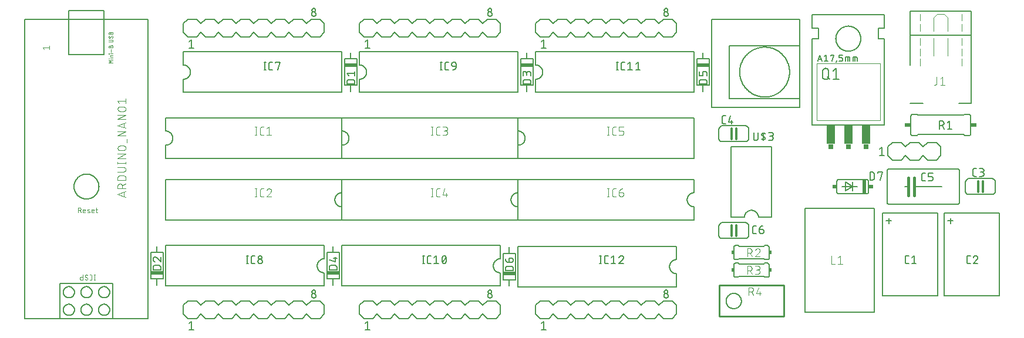
<source format=gbr>
G04 EAGLE Gerber RS-274X export*
G75*
%MOMM*%
%FSLAX34Y34*%
%LPD*%
%INSilkscreen Top*%
%IPPOS*%
%AMOC8*
5,1,8,0,0,1.08239X$1,22.5*%
G01*
%ADD10C,0.127000*%
%ADD11C,0.076200*%
%ADD12C,0.050800*%
%ADD13C,0.101600*%
%ADD14C,0.152400*%
%ADD15R,1.778000X0.508000*%
%ADD16C,0.203200*%
%ADD17R,0.762000X0.635000*%
%ADD18R,1.270000X2.794000*%
%ADD19C,0.177800*%
%ADD20R,0.508000X2.032000*%
%ADD21R,0.635000X0.508000*%
%ADD22R,0.863600X0.609600*%
%ADD23C,0.304800*%
%ADD24C,0.406400*%
%ADD25R,0.381000X0.508000*%
%ADD26C,0.254000*%


D10*
X215900Y438150D02*
X215900Y6350D01*
X165100Y6350D01*
X88900Y6350D01*
X38100Y6350D01*
X38100Y438150D01*
X152400Y438150D01*
X215900Y438150D01*
X152400Y438150D02*
X152400Y450850D01*
X101600Y450850D01*
X101600Y387350D02*
X152400Y387350D01*
X152400Y438150D01*
X101600Y450850D02*
X101600Y387350D01*
X109039Y196850D02*
X109044Y197291D01*
X109061Y197731D01*
X109088Y198171D01*
X109125Y198610D01*
X109174Y199049D01*
X109233Y199485D01*
X109303Y199921D01*
X109384Y200354D01*
X109475Y200785D01*
X109577Y201214D01*
X109690Y201640D01*
X109812Y202064D01*
X109946Y202484D01*
X110089Y202901D01*
X110243Y203314D01*
X110406Y203723D01*
X110580Y204129D01*
X110763Y204529D01*
X110957Y204925D01*
X111160Y205317D01*
X111372Y205703D01*
X111594Y206084D01*
X111826Y206459D01*
X112066Y206829D01*
X112315Y207192D01*
X112574Y207549D01*
X112841Y207900D01*
X113116Y208244D01*
X113400Y208582D01*
X113692Y208912D01*
X113992Y209235D01*
X114300Y209550D01*
X114615Y209858D01*
X114938Y210158D01*
X115268Y210450D01*
X115606Y210734D01*
X115950Y211009D01*
X116301Y211276D01*
X116658Y211535D01*
X117021Y211784D01*
X117391Y212024D01*
X117766Y212256D01*
X118147Y212478D01*
X118533Y212690D01*
X118925Y212893D01*
X119321Y213087D01*
X119721Y213270D01*
X120127Y213444D01*
X120536Y213607D01*
X120949Y213761D01*
X121366Y213904D01*
X121786Y214038D01*
X122210Y214160D01*
X122636Y214273D01*
X123065Y214375D01*
X123496Y214466D01*
X123929Y214547D01*
X124365Y214617D01*
X124801Y214676D01*
X125240Y214725D01*
X125679Y214762D01*
X126119Y214789D01*
X126559Y214806D01*
X127000Y214811D01*
X127441Y214806D01*
X127881Y214789D01*
X128321Y214762D01*
X128760Y214725D01*
X129199Y214676D01*
X129635Y214617D01*
X130071Y214547D01*
X130504Y214466D01*
X130935Y214375D01*
X131364Y214273D01*
X131790Y214160D01*
X132214Y214038D01*
X132634Y213904D01*
X133051Y213761D01*
X133464Y213607D01*
X133873Y213444D01*
X134279Y213270D01*
X134679Y213087D01*
X135075Y212893D01*
X135467Y212690D01*
X135853Y212478D01*
X136234Y212256D01*
X136609Y212024D01*
X136979Y211784D01*
X137342Y211535D01*
X137699Y211276D01*
X138050Y211009D01*
X138394Y210734D01*
X138732Y210450D01*
X139062Y210158D01*
X139385Y209858D01*
X139700Y209550D01*
X140008Y209235D01*
X140308Y208912D01*
X140600Y208582D01*
X140884Y208244D01*
X141159Y207900D01*
X141426Y207549D01*
X141685Y207192D01*
X141934Y206829D01*
X142174Y206459D01*
X142406Y206084D01*
X142628Y205703D01*
X142840Y205317D01*
X143043Y204925D01*
X143237Y204529D01*
X143420Y204129D01*
X143594Y203723D01*
X143757Y203314D01*
X143911Y202901D01*
X144054Y202484D01*
X144188Y202064D01*
X144310Y201640D01*
X144423Y201214D01*
X144525Y200785D01*
X144616Y200354D01*
X144697Y199921D01*
X144767Y199485D01*
X144826Y199049D01*
X144875Y198610D01*
X144912Y198171D01*
X144939Y197731D01*
X144956Y197291D01*
X144961Y196850D01*
X144956Y196409D01*
X144939Y195969D01*
X144912Y195529D01*
X144875Y195090D01*
X144826Y194651D01*
X144767Y194215D01*
X144697Y193779D01*
X144616Y193346D01*
X144525Y192915D01*
X144423Y192486D01*
X144310Y192060D01*
X144188Y191636D01*
X144054Y191216D01*
X143911Y190799D01*
X143757Y190386D01*
X143594Y189977D01*
X143420Y189571D01*
X143237Y189171D01*
X143043Y188775D01*
X142840Y188383D01*
X142628Y187997D01*
X142406Y187616D01*
X142174Y187241D01*
X141934Y186871D01*
X141685Y186508D01*
X141426Y186151D01*
X141159Y185800D01*
X140884Y185456D01*
X140600Y185118D01*
X140308Y184788D01*
X140008Y184465D01*
X139700Y184150D01*
X139385Y183842D01*
X139062Y183542D01*
X138732Y183250D01*
X138394Y182966D01*
X138050Y182691D01*
X137699Y182424D01*
X137342Y182165D01*
X136979Y181916D01*
X136609Y181676D01*
X136234Y181444D01*
X135853Y181222D01*
X135467Y181010D01*
X135075Y180807D01*
X134679Y180613D01*
X134279Y180430D01*
X133873Y180256D01*
X133464Y180093D01*
X133051Y179939D01*
X132634Y179796D01*
X132214Y179662D01*
X131790Y179540D01*
X131364Y179427D01*
X130935Y179325D01*
X130504Y179234D01*
X130071Y179153D01*
X129635Y179083D01*
X129199Y179024D01*
X128760Y178975D01*
X128321Y178938D01*
X127881Y178911D01*
X127441Y178894D01*
X127000Y178889D01*
X126559Y178894D01*
X126119Y178911D01*
X125679Y178938D01*
X125240Y178975D01*
X124801Y179024D01*
X124365Y179083D01*
X123929Y179153D01*
X123496Y179234D01*
X123065Y179325D01*
X122636Y179427D01*
X122210Y179540D01*
X121786Y179662D01*
X121366Y179796D01*
X120949Y179939D01*
X120536Y180093D01*
X120127Y180256D01*
X119721Y180430D01*
X119321Y180613D01*
X118925Y180807D01*
X118533Y181010D01*
X118147Y181222D01*
X117766Y181444D01*
X117391Y181676D01*
X117021Y181916D01*
X116658Y182165D01*
X116301Y182424D01*
X115950Y182691D01*
X115606Y182966D01*
X115268Y183250D01*
X114938Y183542D01*
X114615Y183842D01*
X114300Y184150D01*
X113992Y184465D01*
X113692Y184788D01*
X113400Y185118D01*
X113116Y185456D01*
X112841Y185800D01*
X112574Y186151D01*
X112315Y186508D01*
X112066Y186871D01*
X111826Y187241D01*
X111594Y187616D01*
X111372Y187997D01*
X111160Y188383D01*
X110957Y188775D01*
X110763Y189171D01*
X110580Y189571D01*
X110406Y189977D01*
X110243Y190386D01*
X110089Y190799D01*
X109946Y191216D01*
X109812Y191636D01*
X109690Y192060D01*
X109577Y192486D01*
X109475Y192915D01*
X109384Y193346D01*
X109303Y193779D01*
X109233Y194215D01*
X109174Y194651D01*
X109125Y195090D01*
X109088Y195529D01*
X109061Y195969D01*
X109044Y196409D01*
X109039Y196850D01*
D11*
X114681Y166497D02*
X114681Y159131D01*
X114681Y166497D02*
X116727Y166497D01*
X116816Y166495D01*
X116905Y166489D01*
X116994Y166479D01*
X117082Y166466D01*
X117170Y166449D01*
X117257Y166427D01*
X117342Y166402D01*
X117427Y166374D01*
X117510Y166341D01*
X117592Y166305D01*
X117672Y166266D01*
X117750Y166223D01*
X117826Y166177D01*
X117901Y166127D01*
X117973Y166074D01*
X118042Y166018D01*
X118109Y165959D01*
X118174Y165898D01*
X118235Y165833D01*
X118294Y165766D01*
X118350Y165697D01*
X118403Y165625D01*
X118453Y165550D01*
X118499Y165474D01*
X118542Y165396D01*
X118581Y165316D01*
X118617Y165234D01*
X118650Y165151D01*
X118678Y165066D01*
X118703Y164981D01*
X118725Y164894D01*
X118742Y164806D01*
X118755Y164718D01*
X118765Y164629D01*
X118771Y164540D01*
X118773Y164451D01*
X118771Y164362D01*
X118765Y164273D01*
X118755Y164184D01*
X118742Y164096D01*
X118725Y164008D01*
X118703Y163921D01*
X118678Y163836D01*
X118650Y163751D01*
X118617Y163668D01*
X118581Y163586D01*
X118542Y163506D01*
X118499Y163428D01*
X118453Y163352D01*
X118403Y163277D01*
X118350Y163205D01*
X118294Y163136D01*
X118235Y163069D01*
X118174Y163004D01*
X118109Y162943D01*
X118042Y162884D01*
X117973Y162828D01*
X117901Y162775D01*
X117826Y162725D01*
X117750Y162679D01*
X117672Y162636D01*
X117592Y162597D01*
X117510Y162561D01*
X117427Y162528D01*
X117342Y162500D01*
X117257Y162475D01*
X117170Y162453D01*
X117082Y162436D01*
X116994Y162423D01*
X116905Y162413D01*
X116816Y162407D01*
X116727Y162405D01*
X114681Y162405D01*
X117136Y162405D02*
X118773Y159131D01*
X123094Y159131D02*
X125140Y159131D01*
X123094Y159131D02*
X123025Y159133D01*
X122957Y159139D01*
X122888Y159148D01*
X122821Y159162D01*
X122754Y159179D01*
X122688Y159200D01*
X122624Y159224D01*
X122561Y159253D01*
X122500Y159284D01*
X122441Y159319D01*
X122383Y159357D01*
X122328Y159399D01*
X122276Y159443D01*
X122226Y159491D01*
X122178Y159541D01*
X122134Y159593D01*
X122092Y159648D01*
X122054Y159706D01*
X122019Y159765D01*
X121988Y159826D01*
X121959Y159889D01*
X121935Y159953D01*
X121914Y160019D01*
X121897Y160086D01*
X121883Y160153D01*
X121874Y160222D01*
X121868Y160290D01*
X121866Y160359D01*
X121867Y160359D02*
X121867Y162405D01*
X121866Y162405D02*
X121868Y162484D01*
X121874Y162563D01*
X121883Y162642D01*
X121896Y162720D01*
X121914Y162797D01*
X121934Y162873D01*
X121959Y162948D01*
X121987Y163022D01*
X122018Y163095D01*
X122054Y163166D01*
X122092Y163235D01*
X122134Y163302D01*
X122179Y163367D01*
X122227Y163430D01*
X122278Y163491D01*
X122332Y163548D01*
X122388Y163604D01*
X122447Y163656D01*
X122509Y163706D01*
X122573Y163752D01*
X122639Y163796D01*
X122707Y163836D01*
X122777Y163872D01*
X122849Y163906D01*
X122923Y163936D01*
X122997Y163962D01*
X123073Y163985D01*
X123150Y164003D01*
X123227Y164019D01*
X123306Y164030D01*
X123384Y164038D01*
X123463Y164042D01*
X123543Y164042D01*
X123622Y164038D01*
X123700Y164030D01*
X123779Y164019D01*
X123856Y164003D01*
X123933Y163985D01*
X124009Y163962D01*
X124083Y163936D01*
X124157Y163906D01*
X124229Y163872D01*
X124299Y163836D01*
X124367Y163796D01*
X124433Y163752D01*
X124497Y163706D01*
X124559Y163656D01*
X124618Y163604D01*
X124674Y163548D01*
X124728Y163491D01*
X124779Y163430D01*
X124827Y163367D01*
X124872Y163302D01*
X124914Y163235D01*
X124952Y163166D01*
X124988Y163095D01*
X125019Y163022D01*
X125047Y162948D01*
X125072Y162873D01*
X125092Y162797D01*
X125110Y162720D01*
X125123Y162642D01*
X125132Y162563D01*
X125138Y162484D01*
X125140Y162405D01*
X125140Y161586D01*
X121867Y161586D01*
X128820Y161996D02*
X130866Y161177D01*
X128820Y161996D02*
X128761Y162021D01*
X128704Y162050D01*
X128649Y162083D01*
X128596Y162119D01*
X128545Y162157D01*
X128497Y162199D01*
X128451Y162244D01*
X128408Y162291D01*
X128368Y162341D01*
X128331Y162393D01*
X128297Y162448D01*
X128266Y162504D01*
X128239Y162562D01*
X128216Y162622D01*
X128196Y162682D01*
X128180Y162744D01*
X128167Y162807D01*
X128159Y162871D01*
X128154Y162934D01*
X128153Y162998D01*
X128156Y163062D01*
X128163Y163126D01*
X128174Y163189D01*
X128188Y163251D01*
X128206Y163313D01*
X128228Y163373D01*
X128253Y163432D01*
X128282Y163489D01*
X128315Y163544D01*
X128350Y163597D01*
X128389Y163648D01*
X128431Y163697D01*
X128475Y163743D01*
X128523Y163786D01*
X128572Y163826D01*
X128625Y163863D01*
X128679Y163897D01*
X128735Y163928D01*
X128793Y163955D01*
X128852Y163979D01*
X128913Y163998D01*
X128975Y164015D01*
X129038Y164027D01*
X129101Y164036D01*
X129165Y164041D01*
X129229Y164042D01*
X129365Y164038D01*
X129500Y164030D01*
X129636Y164018D01*
X129770Y164002D01*
X129905Y163982D01*
X130038Y163959D01*
X130171Y163931D01*
X130303Y163900D01*
X130434Y163865D01*
X130564Y163826D01*
X130693Y163783D01*
X130820Y163736D01*
X130946Y163686D01*
X131071Y163632D01*
X130866Y161177D02*
X130925Y161152D01*
X130982Y161123D01*
X131037Y161090D01*
X131090Y161054D01*
X131141Y161016D01*
X131189Y160974D01*
X131235Y160929D01*
X131278Y160882D01*
X131318Y160832D01*
X131355Y160780D01*
X131389Y160725D01*
X131420Y160669D01*
X131447Y160611D01*
X131470Y160551D01*
X131490Y160491D01*
X131506Y160429D01*
X131519Y160366D01*
X131527Y160302D01*
X131532Y160239D01*
X131533Y160175D01*
X131530Y160111D01*
X131523Y160047D01*
X131512Y159984D01*
X131498Y159922D01*
X131480Y159860D01*
X131458Y159800D01*
X131433Y159741D01*
X131404Y159684D01*
X131371Y159629D01*
X131336Y159576D01*
X131297Y159525D01*
X131255Y159476D01*
X131211Y159430D01*
X131163Y159387D01*
X131114Y159347D01*
X131061Y159310D01*
X131007Y159276D01*
X130951Y159245D01*
X130893Y159218D01*
X130834Y159194D01*
X130773Y159175D01*
X130711Y159158D01*
X130648Y159146D01*
X130585Y159137D01*
X130521Y159132D01*
X130457Y159131D01*
X130293Y159135D01*
X130129Y159143D01*
X129965Y159155D01*
X129802Y159171D01*
X129639Y159191D01*
X129476Y159214D01*
X129315Y159242D01*
X129153Y159273D01*
X128993Y159308D01*
X128834Y159347D01*
X128675Y159390D01*
X128518Y159436D01*
X128361Y159486D01*
X128206Y159540D01*
X135774Y159131D02*
X137820Y159131D01*
X135774Y159131D02*
X135705Y159133D01*
X135637Y159139D01*
X135568Y159148D01*
X135501Y159162D01*
X135434Y159179D01*
X135368Y159200D01*
X135304Y159224D01*
X135241Y159253D01*
X135180Y159284D01*
X135121Y159319D01*
X135063Y159357D01*
X135008Y159399D01*
X134956Y159443D01*
X134906Y159491D01*
X134858Y159541D01*
X134814Y159593D01*
X134772Y159648D01*
X134734Y159706D01*
X134699Y159765D01*
X134668Y159826D01*
X134639Y159889D01*
X134615Y159953D01*
X134594Y160019D01*
X134577Y160086D01*
X134563Y160153D01*
X134554Y160222D01*
X134548Y160290D01*
X134546Y160359D01*
X134546Y162405D01*
X134548Y162484D01*
X134554Y162563D01*
X134563Y162642D01*
X134576Y162720D01*
X134594Y162797D01*
X134614Y162873D01*
X134639Y162948D01*
X134667Y163022D01*
X134698Y163095D01*
X134734Y163166D01*
X134772Y163235D01*
X134814Y163302D01*
X134859Y163367D01*
X134907Y163430D01*
X134958Y163491D01*
X135012Y163548D01*
X135068Y163604D01*
X135127Y163656D01*
X135189Y163706D01*
X135253Y163752D01*
X135319Y163796D01*
X135387Y163836D01*
X135457Y163872D01*
X135529Y163906D01*
X135603Y163936D01*
X135677Y163962D01*
X135753Y163985D01*
X135830Y164003D01*
X135907Y164019D01*
X135986Y164030D01*
X136064Y164038D01*
X136143Y164042D01*
X136223Y164042D01*
X136302Y164038D01*
X136380Y164030D01*
X136459Y164019D01*
X136536Y164003D01*
X136613Y163985D01*
X136689Y163962D01*
X136763Y163936D01*
X136837Y163906D01*
X136909Y163872D01*
X136979Y163836D01*
X137047Y163796D01*
X137113Y163752D01*
X137177Y163706D01*
X137239Y163656D01*
X137298Y163604D01*
X137354Y163548D01*
X137408Y163491D01*
X137459Y163430D01*
X137507Y163367D01*
X137552Y163302D01*
X137594Y163235D01*
X137632Y163166D01*
X137668Y163095D01*
X137699Y163022D01*
X137727Y162948D01*
X137752Y162873D01*
X137772Y162797D01*
X137790Y162720D01*
X137803Y162642D01*
X137812Y162563D01*
X137818Y162484D01*
X137820Y162405D01*
X137820Y161586D01*
X134546Y161586D01*
X140256Y164042D02*
X142711Y164042D01*
X141074Y166497D02*
X141074Y160359D01*
X141076Y160290D01*
X141082Y160222D01*
X141091Y160153D01*
X141105Y160086D01*
X141122Y160019D01*
X141143Y159953D01*
X141167Y159889D01*
X141196Y159826D01*
X141227Y159765D01*
X141262Y159706D01*
X141300Y159648D01*
X141342Y159593D01*
X141386Y159541D01*
X141434Y159491D01*
X141484Y159443D01*
X141536Y159399D01*
X141591Y159357D01*
X141649Y159319D01*
X141708Y159284D01*
X141769Y159253D01*
X141832Y159224D01*
X141896Y159200D01*
X141962Y159179D01*
X142029Y159162D01*
X142096Y159148D01*
X142165Y159139D01*
X142233Y159133D01*
X142302Y159131D01*
X142711Y159131D01*
X65969Y394448D02*
X63881Y397058D01*
X73279Y397058D01*
X73279Y394448D02*
X73279Y399669D01*
D12*
X159258Y374904D02*
X164846Y374904D01*
X162362Y376767D02*
X159258Y374904D01*
X162362Y376767D02*
X159258Y378629D01*
X164846Y378629D01*
X164846Y381156D02*
X161121Y381156D01*
X159568Y381001D02*
X159258Y381001D01*
X159258Y381311D01*
X159568Y381311D01*
X159568Y381001D01*
X161121Y383572D02*
X164846Y383572D01*
X161121Y383572D02*
X161121Y385124D01*
X161123Y385182D01*
X161128Y385241D01*
X161137Y385298D01*
X161150Y385356D01*
X161167Y385412D01*
X161186Y385467D01*
X161210Y385520D01*
X161236Y385573D01*
X161266Y385623D01*
X161299Y385671D01*
X161335Y385717D01*
X161373Y385761D01*
X161415Y385803D01*
X161459Y385841D01*
X161505Y385877D01*
X161553Y385910D01*
X161603Y385940D01*
X161656Y385966D01*
X161709Y385990D01*
X161764Y386009D01*
X161820Y386026D01*
X161878Y386039D01*
X161935Y386048D01*
X161994Y386053D01*
X162052Y386055D01*
X164846Y386055D01*
X164846Y388471D02*
X161121Y388471D01*
X159568Y388316D02*
X159258Y388316D01*
X159258Y388626D01*
X159568Y388626D01*
X159568Y388316D01*
X162673Y390814D02*
X162673Y394540D01*
X161742Y397243D02*
X161742Y398795D01*
X161744Y398872D01*
X161750Y398950D01*
X161759Y399026D01*
X161773Y399103D01*
X161790Y399178D01*
X161811Y399252D01*
X161836Y399326D01*
X161864Y399398D01*
X161896Y399468D01*
X161931Y399537D01*
X161970Y399604D01*
X162012Y399669D01*
X162057Y399732D01*
X162105Y399793D01*
X162156Y399851D01*
X162210Y399906D01*
X162267Y399959D01*
X162326Y400008D01*
X162388Y400055D01*
X162452Y400099D01*
X162518Y400139D01*
X162586Y400176D01*
X162656Y400210D01*
X162727Y400240D01*
X162800Y400266D01*
X162874Y400289D01*
X162949Y400308D01*
X163024Y400323D01*
X163101Y400335D01*
X163178Y400343D01*
X163255Y400347D01*
X163333Y400347D01*
X163410Y400343D01*
X163487Y400335D01*
X163564Y400323D01*
X163639Y400308D01*
X163714Y400289D01*
X163788Y400266D01*
X163861Y400240D01*
X163932Y400210D01*
X164002Y400176D01*
X164070Y400139D01*
X164136Y400099D01*
X164200Y400055D01*
X164262Y400008D01*
X164321Y399959D01*
X164378Y399906D01*
X164432Y399851D01*
X164483Y399793D01*
X164531Y399732D01*
X164576Y399669D01*
X164618Y399604D01*
X164657Y399537D01*
X164692Y399468D01*
X164724Y399398D01*
X164752Y399326D01*
X164777Y399252D01*
X164798Y399178D01*
X164815Y399103D01*
X164829Y399026D01*
X164838Y398950D01*
X164844Y398872D01*
X164846Y398795D01*
X164846Y397243D01*
X159258Y397243D01*
X159258Y398795D01*
X159260Y398865D01*
X159266Y398934D01*
X159276Y399003D01*
X159289Y399071D01*
X159307Y399139D01*
X159328Y399205D01*
X159353Y399270D01*
X159381Y399334D01*
X159413Y399396D01*
X159448Y399456D01*
X159487Y399514D01*
X159529Y399569D01*
X159574Y399623D01*
X159622Y399673D01*
X159672Y399721D01*
X159726Y399766D01*
X159781Y399808D01*
X159839Y399847D01*
X159899Y399882D01*
X159961Y399914D01*
X160025Y399942D01*
X160090Y399967D01*
X160156Y399988D01*
X160224Y400006D01*
X160292Y400019D01*
X160361Y400029D01*
X160430Y400035D01*
X160500Y400037D01*
X160570Y400035D01*
X160639Y400029D01*
X160708Y400019D01*
X160776Y400006D01*
X160844Y399988D01*
X160910Y399967D01*
X160975Y399942D01*
X161039Y399914D01*
X161101Y399882D01*
X161161Y399847D01*
X161219Y399808D01*
X161274Y399766D01*
X161328Y399721D01*
X161378Y399673D01*
X161426Y399623D01*
X161471Y399569D01*
X161513Y399514D01*
X161552Y399456D01*
X161587Y399396D01*
X161619Y399334D01*
X161647Y399270D01*
X161672Y399205D01*
X161693Y399139D01*
X161711Y399071D01*
X161724Y399003D01*
X161734Y398934D01*
X161740Y398865D01*
X161742Y398795D01*
X163294Y405572D02*
X159258Y405572D01*
X163294Y405572D02*
X163371Y405574D01*
X163449Y405580D01*
X163525Y405589D01*
X163602Y405603D01*
X163677Y405620D01*
X163751Y405641D01*
X163825Y405666D01*
X163897Y405694D01*
X163967Y405726D01*
X164036Y405761D01*
X164103Y405800D01*
X164168Y405842D01*
X164231Y405887D01*
X164292Y405935D01*
X164350Y405986D01*
X164405Y406040D01*
X164458Y406097D01*
X164507Y406156D01*
X164554Y406218D01*
X164598Y406282D01*
X164638Y406348D01*
X164675Y406416D01*
X164709Y406486D01*
X164739Y406557D01*
X164765Y406630D01*
X164788Y406704D01*
X164807Y406779D01*
X164822Y406854D01*
X164834Y406931D01*
X164842Y407008D01*
X164846Y407085D01*
X164846Y407163D01*
X164842Y407240D01*
X164834Y407317D01*
X164822Y407394D01*
X164807Y407469D01*
X164788Y407544D01*
X164765Y407618D01*
X164739Y407691D01*
X164709Y407762D01*
X164675Y407832D01*
X164638Y407900D01*
X164598Y407966D01*
X164554Y408030D01*
X164507Y408092D01*
X164458Y408151D01*
X164405Y408208D01*
X164350Y408262D01*
X164292Y408313D01*
X164231Y408361D01*
X164168Y408406D01*
X164103Y408448D01*
X164036Y408487D01*
X163967Y408522D01*
X163897Y408554D01*
X163825Y408582D01*
X163751Y408607D01*
X163677Y408628D01*
X163602Y408645D01*
X163525Y408659D01*
X163449Y408668D01*
X163371Y408674D01*
X163294Y408676D01*
X163294Y408677D02*
X159258Y408677D01*
X163604Y414163D02*
X163674Y414161D01*
X163743Y414155D01*
X163812Y414145D01*
X163880Y414132D01*
X163948Y414114D01*
X164014Y414093D01*
X164079Y414068D01*
X164143Y414040D01*
X164205Y414008D01*
X164265Y413973D01*
X164323Y413934D01*
X164378Y413892D01*
X164432Y413847D01*
X164482Y413799D01*
X164530Y413749D01*
X164575Y413695D01*
X164617Y413640D01*
X164656Y413582D01*
X164691Y413522D01*
X164723Y413460D01*
X164751Y413396D01*
X164776Y413331D01*
X164797Y413265D01*
X164815Y413197D01*
X164828Y413129D01*
X164838Y413060D01*
X164844Y412991D01*
X164846Y412921D01*
X164844Y412822D01*
X164839Y412724D01*
X164829Y412626D01*
X164816Y412528D01*
X164800Y412431D01*
X164780Y412334D01*
X164756Y412239D01*
X164728Y412144D01*
X164697Y412050D01*
X164663Y411958D01*
X164625Y411867D01*
X164584Y411777D01*
X164539Y411689D01*
X164491Y411603D01*
X164440Y411519D01*
X164386Y411437D01*
X164328Y411356D01*
X164268Y411278D01*
X164205Y411203D01*
X164139Y411129D01*
X164070Y411059D01*
X160500Y411214D02*
X160430Y411216D01*
X160361Y411222D01*
X160292Y411232D01*
X160224Y411245D01*
X160156Y411263D01*
X160090Y411284D01*
X160025Y411309D01*
X159961Y411337D01*
X159899Y411369D01*
X159839Y411404D01*
X159781Y411443D01*
X159726Y411485D01*
X159672Y411530D01*
X159622Y411578D01*
X159574Y411628D01*
X159529Y411682D01*
X159487Y411737D01*
X159448Y411795D01*
X159413Y411855D01*
X159381Y411917D01*
X159353Y411981D01*
X159328Y412046D01*
X159307Y412112D01*
X159289Y412180D01*
X159276Y412248D01*
X159266Y412317D01*
X159260Y412386D01*
X159258Y412456D01*
X159260Y412550D01*
X159266Y412643D01*
X159275Y412736D01*
X159288Y412829D01*
X159305Y412921D01*
X159325Y413012D01*
X159350Y413103D01*
X159377Y413192D01*
X159409Y413280D01*
X159444Y413367D01*
X159482Y413453D01*
X159524Y413536D01*
X159569Y413619D01*
X159617Y413699D01*
X159669Y413777D01*
X159724Y413853D01*
X161586Y411835D02*
X161550Y411776D01*
X161510Y411720D01*
X161467Y411666D01*
X161422Y411614D01*
X161373Y411565D01*
X161322Y411519D01*
X161269Y411476D01*
X161213Y411435D01*
X161155Y411398D01*
X161095Y411363D01*
X161034Y411333D01*
X160971Y411305D01*
X160906Y411281D01*
X160840Y411261D01*
X160773Y411244D01*
X160706Y411231D01*
X160638Y411222D01*
X160569Y411216D01*
X160500Y411214D01*
X162518Y413542D02*
X162554Y413601D01*
X162594Y413657D01*
X162637Y413711D01*
X162682Y413763D01*
X162731Y413812D01*
X162782Y413858D01*
X162835Y413901D01*
X162891Y413942D01*
X162949Y413979D01*
X163009Y414014D01*
X163070Y414044D01*
X163133Y414072D01*
X163198Y414096D01*
X163264Y414116D01*
X163331Y414133D01*
X163398Y414146D01*
X163466Y414155D01*
X163535Y414161D01*
X163604Y414163D01*
X162518Y413542D02*
X161586Y411835D01*
X161742Y416628D02*
X161742Y418180D01*
X161744Y418257D01*
X161750Y418335D01*
X161759Y418411D01*
X161773Y418488D01*
X161790Y418563D01*
X161811Y418637D01*
X161836Y418711D01*
X161864Y418783D01*
X161896Y418853D01*
X161931Y418922D01*
X161970Y418989D01*
X162012Y419054D01*
X162057Y419117D01*
X162105Y419178D01*
X162156Y419236D01*
X162210Y419291D01*
X162267Y419344D01*
X162326Y419393D01*
X162388Y419440D01*
X162452Y419484D01*
X162518Y419524D01*
X162586Y419561D01*
X162656Y419595D01*
X162727Y419625D01*
X162800Y419651D01*
X162874Y419674D01*
X162949Y419693D01*
X163024Y419708D01*
X163101Y419720D01*
X163178Y419728D01*
X163255Y419732D01*
X163333Y419732D01*
X163410Y419728D01*
X163487Y419720D01*
X163564Y419708D01*
X163639Y419693D01*
X163714Y419674D01*
X163788Y419651D01*
X163861Y419625D01*
X163932Y419595D01*
X164002Y419561D01*
X164070Y419524D01*
X164136Y419484D01*
X164200Y419440D01*
X164262Y419393D01*
X164321Y419344D01*
X164378Y419291D01*
X164432Y419236D01*
X164483Y419178D01*
X164531Y419117D01*
X164576Y419054D01*
X164618Y418989D01*
X164657Y418922D01*
X164692Y418853D01*
X164724Y418783D01*
X164752Y418711D01*
X164777Y418637D01*
X164798Y418563D01*
X164815Y418488D01*
X164829Y418411D01*
X164838Y418335D01*
X164844Y418257D01*
X164846Y418180D01*
X164846Y416628D01*
X159258Y416628D01*
X159258Y418180D01*
X159260Y418250D01*
X159266Y418319D01*
X159276Y418388D01*
X159289Y418456D01*
X159307Y418524D01*
X159328Y418590D01*
X159353Y418655D01*
X159381Y418719D01*
X159413Y418781D01*
X159448Y418841D01*
X159487Y418899D01*
X159529Y418954D01*
X159574Y419008D01*
X159622Y419058D01*
X159672Y419106D01*
X159726Y419151D01*
X159781Y419193D01*
X159839Y419232D01*
X159899Y419267D01*
X159961Y419299D01*
X160025Y419327D01*
X160090Y419352D01*
X160156Y419373D01*
X160224Y419391D01*
X160292Y419404D01*
X160361Y419414D01*
X160430Y419420D01*
X160500Y419422D01*
X160570Y419420D01*
X160639Y419414D01*
X160708Y419404D01*
X160776Y419391D01*
X160844Y419373D01*
X160910Y419352D01*
X160975Y419327D01*
X161039Y419299D01*
X161101Y419267D01*
X161161Y419232D01*
X161219Y419193D01*
X161274Y419151D01*
X161328Y419106D01*
X161378Y419058D01*
X161426Y419008D01*
X161471Y418954D01*
X161513Y418899D01*
X161552Y418841D01*
X161587Y418781D01*
X161619Y418719D01*
X161647Y418655D01*
X161672Y418590D01*
X161693Y418524D01*
X161711Y418456D01*
X161724Y418388D01*
X161734Y418319D01*
X161740Y418250D01*
X161742Y418180D01*
D10*
X165100Y57150D02*
X165100Y6350D01*
X165100Y57150D02*
X88900Y57150D01*
X88900Y6350D01*
X93600Y19050D02*
X93602Y19246D01*
X93610Y19443D01*
X93622Y19639D01*
X93639Y19834D01*
X93660Y20029D01*
X93687Y20224D01*
X93718Y20418D01*
X93754Y20611D01*
X93794Y20803D01*
X93840Y20994D01*
X93890Y21184D01*
X93944Y21372D01*
X94004Y21559D01*
X94068Y21745D01*
X94136Y21929D01*
X94209Y22111D01*
X94286Y22292D01*
X94368Y22470D01*
X94454Y22647D01*
X94545Y22821D01*
X94639Y22993D01*
X94738Y23163D01*
X94841Y23330D01*
X94948Y23495D01*
X95059Y23656D01*
X95174Y23816D01*
X95293Y23972D01*
X95416Y24125D01*
X95542Y24275D01*
X95672Y24422D01*
X95806Y24566D01*
X95943Y24707D01*
X96084Y24844D01*
X96228Y24978D01*
X96375Y25108D01*
X96525Y25234D01*
X96678Y25357D01*
X96834Y25476D01*
X96994Y25591D01*
X97155Y25702D01*
X97320Y25809D01*
X97487Y25912D01*
X97657Y26011D01*
X97829Y26105D01*
X98003Y26196D01*
X98180Y26282D01*
X98358Y26364D01*
X98539Y26441D01*
X98721Y26514D01*
X98905Y26582D01*
X99091Y26646D01*
X99278Y26706D01*
X99466Y26760D01*
X99656Y26810D01*
X99847Y26856D01*
X100039Y26896D01*
X100232Y26932D01*
X100426Y26963D01*
X100621Y26990D01*
X100816Y27011D01*
X101011Y27028D01*
X101207Y27040D01*
X101404Y27048D01*
X101600Y27050D01*
X101796Y27048D01*
X101993Y27040D01*
X102189Y27028D01*
X102384Y27011D01*
X102579Y26990D01*
X102774Y26963D01*
X102968Y26932D01*
X103161Y26896D01*
X103353Y26856D01*
X103544Y26810D01*
X103734Y26760D01*
X103922Y26706D01*
X104109Y26646D01*
X104295Y26582D01*
X104479Y26514D01*
X104661Y26441D01*
X104842Y26364D01*
X105020Y26282D01*
X105197Y26196D01*
X105371Y26105D01*
X105543Y26011D01*
X105713Y25912D01*
X105880Y25809D01*
X106045Y25702D01*
X106206Y25591D01*
X106366Y25476D01*
X106522Y25357D01*
X106675Y25234D01*
X106825Y25108D01*
X106972Y24978D01*
X107116Y24844D01*
X107257Y24707D01*
X107394Y24566D01*
X107528Y24422D01*
X107658Y24275D01*
X107784Y24125D01*
X107907Y23972D01*
X108026Y23816D01*
X108141Y23656D01*
X108252Y23495D01*
X108359Y23330D01*
X108462Y23163D01*
X108561Y22993D01*
X108655Y22821D01*
X108746Y22647D01*
X108832Y22470D01*
X108914Y22292D01*
X108991Y22111D01*
X109064Y21929D01*
X109132Y21745D01*
X109196Y21559D01*
X109256Y21372D01*
X109310Y21184D01*
X109360Y20994D01*
X109406Y20803D01*
X109446Y20611D01*
X109482Y20418D01*
X109513Y20224D01*
X109540Y20029D01*
X109561Y19834D01*
X109578Y19639D01*
X109590Y19443D01*
X109598Y19246D01*
X109600Y19050D01*
X109598Y18854D01*
X109590Y18657D01*
X109578Y18461D01*
X109561Y18266D01*
X109540Y18071D01*
X109513Y17876D01*
X109482Y17682D01*
X109446Y17489D01*
X109406Y17297D01*
X109360Y17106D01*
X109310Y16916D01*
X109256Y16728D01*
X109196Y16541D01*
X109132Y16355D01*
X109064Y16171D01*
X108991Y15989D01*
X108914Y15808D01*
X108832Y15630D01*
X108746Y15453D01*
X108655Y15279D01*
X108561Y15107D01*
X108462Y14937D01*
X108359Y14770D01*
X108252Y14605D01*
X108141Y14444D01*
X108026Y14284D01*
X107907Y14128D01*
X107784Y13975D01*
X107658Y13825D01*
X107528Y13678D01*
X107394Y13534D01*
X107257Y13393D01*
X107116Y13256D01*
X106972Y13122D01*
X106825Y12992D01*
X106675Y12866D01*
X106522Y12743D01*
X106366Y12624D01*
X106206Y12509D01*
X106045Y12398D01*
X105880Y12291D01*
X105713Y12188D01*
X105543Y12089D01*
X105371Y11995D01*
X105197Y11904D01*
X105020Y11818D01*
X104842Y11736D01*
X104661Y11659D01*
X104479Y11586D01*
X104295Y11518D01*
X104109Y11454D01*
X103922Y11394D01*
X103734Y11340D01*
X103544Y11290D01*
X103353Y11244D01*
X103161Y11204D01*
X102968Y11168D01*
X102774Y11137D01*
X102579Y11110D01*
X102384Y11089D01*
X102189Y11072D01*
X101993Y11060D01*
X101796Y11052D01*
X101600Y11050D01*
X101404Y11052D01*
X101207Y11060D01*
X101011Y11072D01*
X100816Y11089D01*
X100621Y11110D01*
X100426Y11137D01*
X100232Y11168D01*
X100039Y11204D01*
X99847Y11244D01*
X99656Y11290D01*
X99466Y11340D01*
X99278Y11394D01*
X99091Y11454D01*
X98905Y11518D01*
X98721Y11586D01*
X98539Y11659D01*
X98358Y11736D01*
X98180Y11818D01*
X98003Y11904D01*
X97829Y11995D01*
X97657Y12089D01*
X97487Y12188D01*
X97320Y12291D01*
X97155Y12398D01*
X96994Y12509D01*
X96834Y12624D01*
X96678Y12743D01*
X96525Y12866D01*
X96375Y12992D01*
X96228Y13122D01*
X96084Y13256D01*
X95943Y13393D01*
X95806Y13534D01*
X95672Y13678D01*
X95542Y13825D01*
X95416Y13975D01*
X95293Y14128D01*
X95174Y14284D01*
X95059Y14444D01*
X94948Y14605D01*
X94841Y14770D01*
X94738Y14937D01*
X94639Y15107D01*
X94545Y15279D01*
X94454Y15453D01*
X94368Y15630D01*
X94286Y15808D01*
X94209Y15989D01*
X94136Y16171D01*
X94068Y16355D01*
X94004Y16541D01*
X93944Y16728D01*
X93890Y16916D01*
X93840Y17106D01*
X93794Y17297D01*
X93754Y17489D01*
X93718Y17682D01*
X93687Y17876D01*
X93660Y18071D01*
X93639Y18266D01*
X93622Y18461D01*
X93610Y18657D01*
X93602Y18854D01*
X93600Y19050D01*
X119000Y19050D02*
X119002Y19246D01*
X119010Y19443D01*
X119022Y19639D01*
X119039Y19834D01*
X119060Y20029D01*
X119087Y20224D01*
X119118Y20418D01*
X119154Y20611D01*
X119194Y20803D01*
X119240Y20994D01*
X119290Y21184D01*
X119344Y21372D01*
X119404Y21559D01*
X119468Y21745D01*
X119536Y21929D01*
X119609Y22111D01*
X119686Y22292D01*
X119768Y22470D01*
X119854Y22647D01*
X119945Y22821D01*
X120039Y22993D01*
X120138Y23163D01*
X120241Y23330D01*
X120348Y23495D01*
X120459Y23656D01*
X120574Y23816D01*
X120693Y23972D01*
X120816Y24125D01*
X120942Y24275D01*
X121072Y24422D01*
X121206Y24566D01*
X121343Y24707D01*
X121484Y24844D01*
X121628Y24978D01*
X121775Y25108D01*
X121925Y25234D01*
X122078Y25357D01*
X122234Y25476D01*
X122394Y25591D01*
X122555Y25702D01*
X122720Y25809D01*
X122887Y25912D01*
X123057Y26011D01*
X123229Y26105D01*
X123403Y26196D01*
X123580Y26282D01*
X123758Y26364D01*
X123939Y26441D01*
X124121Y26514D01*
X124305Y26582D01*
X124491Y26646D01*
X124678Y26706D01*
X124866Y26760D01*
X125056Y26810D01*
X125247Y26856D01*
X125439Y26896D01*
X125632Y26932D01*
X125826Y26963D01*
X126021Y26990D01*
X126216Y27011D01*
X126411Y27028D01*
X126607Y27040D01*
X126804Y27048D01*
X127000Y27050D01*
X127196Y27048D01*
X127393Y27040D01*
X127589Y27028D01*
X127784Y27011D01*
X127979Y26990D01*
X128174Y26963D01*
X128368Y26932D01*
X128561Y26896D01*
X128753Y26856D01*
X128944Y26810D01*
X129134Y26760D01*
X129322Y26706D01*
X129509Y26646D01*
X129695Y26582D01*
X129879Y26514D01*
X130061Y26441D01*
X130242Y26364D01*
X130420Y26282D01*
X130597Y26196D01*
X130771Y26105D01*
X130943Y26011D01*
X131113Y25912D01*
X131280Y25809D01*
X131445Y25702D01*
X131606Y25591D01*
X131766Y25476D01*
X131922Y25357D01*
X132075Y25234D01*
X132225Y25108D01*
X132372Y24978D01*
X132516Y24844D01*
X132657Y24707D01*
X132794Y24566D01*
X132928Y24422D01*
X133058Y24275D01*
X133184Y24125D01*
X133307Y23972D01*
X133426Y23816D01*
X133541Y23656D01*
X133652Y23495D01*
X133759Y23330D01*
X133862Y23163D01*
X133961Y22993D01*
X134055Y22821D01*
X134146Y22647D01*
X134232Y22470D01*
X134314Y22292D01*
X134391Y22111D01*
X134464Y21929D01*
X134532Y21745D01*
X134596Y21559D01*
X134656Y21372D01*
X134710Y21184D01*
X134760Y20994D01*
X134806Y20803D01*
X134846Y20611D01*
X134882Y20418D01*
X134913Y20224D01*
X134940Y20029D01*
X134961Y19834D01*
X134978Y19639D01*
X134990Y19443D01*
X134998Y19246D01*
X135000Y19050D01*
X134998Y18854D01*
X134990Y18657D01*
X134978Y18461D01*
X134961Y18266D01*
X134940Y18071D01*
X134913Y17876D01*
X134882Y17682D01*
X134846Y17489D01*
X134806Y17297D01*
X134760Y17106D01*
X134710Y16916D01*
X134656Y16728D01*
X134596Y16541D01*
X134532Y16355D01*
X134464Y16171D01*
X134391Y15989D01*
X134314Y15808D01*
X134232Y15630D01*
X134146Y15453D01*
X134055Y15279D01*
X133961Y15107D01*
X133862Y14937D01*
X133759Y14770D01*
X133652Y14605D01*
X133541Y14444D01*
X133426Y14284D01*
X133307Y14128D01*
X133184Y13975D01*
X133058Y13825D01*
X132928Y13678D01*
X132794Y13534D01*
X132657Y13393D01*
X132516Y13256D01*
X132372Y13122D01*
X132225Y12992D01*
X132075Y12866D01*
X131922Y12743D01*
X131766Y12624D01*
X131606Y12509D01*
X131445Y12398D01*
X131280Y12291D01*
X131113Y12188D01*
X130943Y12089D01*
X130771Y11995D01*
X130597Y11904D01*
X130420Y11818D01*
X130242Y11736D01*
X130061Y11659D01*
X129879Y11586D01*
X129695Y11518D01*
X129509Y11454D01*
X129322Y11394D01*
X129134Y11340D01*
X128944Y11290D01*
X128753Y11244D01*
X128561Y11204D01*
X128368Y11168D01*
X128174Y11137D01*
X127979Y11110D01*
X127784Y11089D01*
X127589Y11072D01*
X127393Y11060D01*
X127196Y11052D01*
X127000Y11050D01*
X126804Y11052D01*
X126607Y11060D01*
X126411Y11072D01*
X126216Y11089D01*
X126021Y11110D01*
X125826Y11137D01*
X125632Y11168D01*
X125439Y11204D01*
X125247Y11244D01*
X125056Y11290D01*
X124866Y11340D01*
X124678Y11394D01*
X124491Y11454D01*
X124305Y11518D01*
X124121Y11586D01*
X123939Y11659D01*
X123758Y11736D01*
X123580Y11818D01*
X123403Y11904D01*
X123229Y11995D01*
X123057Y12089D01*
X122887Y12188D01*
X122720Y12291D01*
X122555Y12398D01*
X122394Y12509D01*
X122234Y12624D01*
X122078Y12743D01*
X121925Y12866D01*
X121775Y12992D01*
X121628Y13122D01*
X121484Y13256D01*
X121343Y13393D01*
X121206Y13534D01*
X121072Y13678D01*
X120942Y13825D01*
X120816Y13975D01*
X120693Y14128D01*
X120574Y14284D01*
X120459Y14444D01*
X120348Y14605D01*
X120241Y14770D01*
X120138Y14937D01*
X120039Y15107D01*
X119945Y15279D01*
X119854Y15453D01*
X119768Y15630D01*
X119686Y15808D01*
X119609Y15989D01*
X119536Y16171D01*
X119468Y16355D01*
X119404Y16541D01*
X119344Y16728D01*
X119290Y16916D01*
X119240Y17106D01*
X119194Y17297D01*
X119154Y17489D01*
X119118Y17682D01*
X119087Y17876D01*
X119060Y18071D01*
X119039Y18266D01*
X119022Y18461D01*
X119010Y18657D01*
X119002Y18854D01*
X119000Y19050D01*
X144400Y19050D02*
X144402Y19246D01*
X144410Y19443D01*
X144422Y19639D01*
X144439Y19834D01*
X144460Y20029D01*
X144487Y20224D01*
X144518Y20418D01*
X144554Y20611D01*
X144594Y20803D01*
X144640Y20994D01*
X144690Y21184D01*
X144744Y21372D01*
X144804Y21559D01*
X144868Y21745D01*
X144936Y21929D01*
X145009Y22111D01*
X145086Y22292D01*
X145168Y22470D01*
X145254Y22647D01*
X145345Y22821D01*
X145439Y22993D01*
X145538Y23163D01*
X145641Y23330D01*
X145748Y23495D01*
X145859Y23656D01*
X145974Y23816D01*
X146093Y23972D01*
X146216Y24125D01*
X146342Y24275D01*
X146472Y24422D01*
X146606Y24566D01*
X146743Y24707D01*
X146884Y24844D01*
X147028Y24978D01*
X147175Y25108D01*
X147325Y25234D01*
X147478Y25357D01*
X147634Y25476D01*
X147794Y25591D01*
X147955Y25702D01*
X148120Y25809D01*
X148287Y25912D01*
X148457Y26011D01*
X148629Y26105D01*
X148803Y26196D01*
X148980Y26282D01*
X149158Y26364D01*
X149339Y26441D01*
X149521Y26514D01*
X149705Y26582D01*
X149891Y26646D01*
X150078Y26706D01*
X150266Y26760D01*
X150456Y26810D01*
X150647Y26856D01*
X150839Y26896D01*
X151032Y26932D01*
X151226Y26963D01*
X151421Y26990D01*
X151616Y27011D01*
X151811Y27028D01*
X152007Y27040D01*
X152204Y27048D01*
X152400Y27050D01*
X152596Y27048D01*
X152793Y27040D01*
X152989Y27028D01*
X153184Y27011D01*
X153379Y26990D01*
X153574Y26963D01*
X153768Y26932D01*
X153961Y26896D01*
X154153Y26856D01*
X154344Y26810D01*
X154534Y26760D01*
X154722Y26706D01*
X154909Y26646D01*
X155095Y26582D01*
X155279Y26514D01*
X155461Y26441D01*
X155642Y26364D01*
X155820Y26282D01*
X155997Y26196D01*
X156171Y26105D01*
X156343Y26011D01*
X156513Y25912D01*
X156680Y25809D01*
X156845Y25702D01*
X157006Y25591D01*
X157166Y25476D01*
X157322Y25357D01*
X157475Y25234D01*
X157625Y25108D01*
X157772Y24978D01*
X157916Y24844D01*
X158057Y24707D01*
X158194Y24566D01*
X158328Y24422D01*
X158458Y24275D01*
X158584Y24125D01*
X158707Y23972D01*
X158826Y23816D01*
X158941Y23656D01*
X159052Y23495D01*
X159159Y23330D01*
X159262Y23163D01*
X159361Y22993D01*
X159455Y22821D01*
X159546Y22647D01*
X159632Y22470D01*
X159714Y22292D01*
X159791Y22111D01*
X159864Y21929D01*
X159932Y21745D01*
X159996Y21559D01*
X160056Y21372D01*
X160110Y21184D01*
X160160Y20994D01*
X160206Y20803D01*
X160246Y20611D01*
X160282Y20418D01*
X160313Y20224D01*
X160340Y20029D01*
X160361Y19834D01*
X160378Y19639D01*
X160390Y19443D01*
X160398Y19246D01*
X160400Y19050D01*
X160398Y18854D01*
X160390Y18657D01*
X160378Y18461D01*
X160361Y18266D01*
X160340Y18071D01*
X160313Y17876D01*
X160282Y17682D01*
X160246Y17489D01*
X160206Y17297D01*
X160160Y17106D01*
X160110Y16916D01*
X160056Y16728D01*
X159996Y16541D01*
X159932Y16355D01*
X159864Y16171D01*
X159791Y15989D01*
X159714Y15808D01*
X159632Y15630D01*
X159546Y15453D01*
X159455Y15279D01*
X159361Y15107D01*
X159262Y14937D01*
X159159Y14770D01*
X159052Y14605D01*
X158941Y14444D01*
X158826Y14284D01*
X158707Y14128D01*
X158584Y13975D01*
X158458Y13825D01*
X158328Y13678D01*
X158194Y13534D01*
X158057Y13393D01*
X157916Y13256D01*
X157772Y13122D01*
X157625Y12992D01*
X157475Y12866D01*
X157322Y12743D01*
X157166Y12624D01*
X157006Y12509D01*
X156845Y12398D01*
X156680Y12291D01*
X156513Y12188D01*
X156343Y12089D01*
X156171Y11995D01*
X155997Y11904D01*
X155820Y11818D01*
X155642Y11736D01*
X155461Y11659D01*
X155279Y11586D01*
X155095Y11518D01*
X154909Y11454D01*
X154722Y11394D01*
X154534Y11340D01*
X154344Y11290D01*
X154153Y11244D01*
X153961Y11204D01*
X153768Y11168D01*
X153574Y11137D01*
X153379Y11110D01*
X153184Y11089D01*
X152989Y11072D01*
X152793Y11060D01*
X152596Y11052D01*
X152400Y11050D01*
X152204Y11052D01*
X152007Y11060D01*
X151811Y11072D01*
X151616Y11089D01*
X151421Y11110D01*
X151226Y11137D01*
X151032Y11168D01*
X150839Y11204D01*
X150647Y11244D01*
X150456Y11290D01*
X150266Y11340D01*
X150078Y11394D01*
X149891Y11454D01*
X149705Y11518D01*
X149521Y11586D01*
X149339Y11659D01*
X149158Y11736D01*
X148980Y11818D01*
X148803Y11904D01*
X148629Y11995D01*
X148457Y12089D01*
X148287Y12188D01*
X148120Y12291D01*
X147955Y12398D01*
X147794Y12509D01*
X147634Y12624D01*
X147478Y12743D01*
X147325Y12866D01*
X147175Y12992D01*
X147028Y13122D01*
X146884Y13256D01*
X146743Y13393D01*
X146606Y13534D01*
X146472Y13678D01*
X146342Y13825D01*
X146216Y13975D01*
X146093Y14128D01*
X145974Y14284D01*
X145859Y14444D01*
X145748Y14605D01*
X145641Y14770D01*
X145538Y14937D01*
X145439Y15107D01*
X145345Y15279D01*
X145254Y15453D01*
X145168Y15630D01*
X145086Y15808D01*
X145009Y15989D01*
X144936Y16171D01*
X144868Y16355D01*
X144804Y16541D01*
X144744Y16728D01*
X144690Y16916D01*
X144640Y17106D01*
X144594Y17297D01*
X144554Y17489D01*
X144518Y17682D01*
X144487Y17876D01*
X144460Y18071D01*
X144439Y18266D01*
X144422Y18461D01*
X144410Y18657D01*
X144402Y18854D01*
X144400Y19050D01*
X144400Y44450D02*
X144402Y44646D01*
X144410Y44843D01*
X144422Y45039D01*
X144439Y45234D01*
X144460Y45429D01*
X144487Y45624D01*
X144518Y45818D01*
X144554Y46011D01*
X144594Y46203D01*
X144640Y46394D01*
X144690Y46584D01*
X144744Y46772D01*
X144804Y46959D01*
X144868Y47145D01*
X144936Y47329D01*
X145009Y47511D01*
X145086Y47692D01*
X145168Y47870D01*
X145254Y48047D01*
X145345Y48221D01*
X145439Y48393D01*
X145538Y48563D01*
X145641Y48730D01*
X145748Y48895D01*
X145859Y49056D01*
X145974Y49216D01*
X146093Y49372D01*
X146216Y49525D01*
X146342Y49675D01*
X146472Y49822D01*
X146606Y49966D01*
X146743Y50107D01*
X146884Y50244D01*
X147028Y50378D01*
X147175Y50508D01*
X147325Y50634D01*
X147478Y50757D01*
X147634Y50876D01*
X147794Y50991D01*
X147955Y51102D01*
X148120Y51209D01*
X148287Y51312D01*
X148457Y51411D01*
X148629Y51505D01*
X148803Y51596D01*
X148980Y51682D01*
X149158Y51764D01*
X149339Y51841D01*
X149521Y51914D01*
X149705Y51982D01*
X149891Y52046D01*
X150078Y52106D01*
X150266Y52160D01*
X150456Y52210D01*
X150647Y52256D01*
X150839Y52296D01*
X151032Y52332D01*
X151226Y52363D01*
X151421Y52390D01*
X151616Y52411D01*
X151811Y52428D01*
X152007Y52440D01*
X152204Y52448D01*
X152400Y52450D01*
X152596Y52448D01*
X152793Y52440D01*
X152989Y52428D01*
X153184Y52411D01*
X153379Y52390D01*
X153574Y52363D01*
X153768Y52332D01*
X153961Y52296D01*
X154153Y52256D01*
X154344Y52210D01*
X154534Y52160D01*
X154722Y52106D01*
X154909Y52046D01*
X155095Y51982D01*
X155279Y51914D01*
X155461Y51841D01*
X155642Y51764D01*
X155820Y51682D01*
X155997Y51596D01*
X156171Y51505D01*
X156343Y51411D01*
X156513Y51312D01*
X156680Y51209D01*
X156845Y51102D01*
X157006Y50991D01*
X157166Y50876D01*
X157322Y50757D01*
X157475Y50634D01*
X157625Y50508D01*
X157772Y50378D01*
X157916Y50244D01*
X158057Y50107D01*
X158194Y49966D01*
X158328Y49822D01*
X158458Y49675D01*
X158584Y49525D01*
X158707Y49372D01*
X158826Y49216D01*
X158941Y49056D01*
X159052Y48895D01*
X159159Y48730D01*
X159262Y48563D01*
X159361Y48393D01*
X159455Y48221D01*
X159546Y48047D01*
X159632Y47870D01*
X159714Y47692D01*
X159791Y47511D01*
X159864Y47329D01*
X159932Y47145D01*
X159996Y46959D01*
X160056Y46772D01*
X160110Y46584D01*
X160160Y46394D01*
X160206Y46203D01*
X160246Y46011D01*
X160282Y45818D01*
X160313Y45624D01*
X160340Y45429D01*
X160361Y45234D01*
X160378Y45039D01*
X160390Y44843D01*
X160398Y44646D01*
X160400Y44450D01*
X160398Y44254D01*
X160390Y44057D01*
X160378Y43861D01*
X160361Y43666D01*
X160340Y43471D01*
X160313Y43276D01*
X160282Y43082D01*
X160246Y42889D01*
X160206Y42697D01*
X160160Y42506D01*
X160110Y42316D01*
X160056Y42128D01*
X159996Y41941D01*
X159932Y41755D01*
X159864Y41571D01*
X159791Y41389D01*
X159714Y41208D01*
X159632Y41030D01*
X159546Y40853D01*
X159455Y40679D01*
X159361Y40507D01*
X159262Y40337D01*
X159159Y40170D01*
X159052Y40005D01*
X158941Y39844D01*
X158826Y39684D01*
X158707Y39528D01*
X158584Y39375D01*
X158458Y39225D01*
X158328Y39078D01*
X158194Y38934D01*
X158057Y38793D01*
X157916Y38656D01*
X157772Y38522D01*
X157625Y38392D01*
X157475Y38266D01*
X157322Y38143D01*
X157166Y38024D01*
X157006Y37909D01*
X156845Y37798D01*
X156680Y37691D01*
X156513Y37588D01*
X156343Y37489D01*
X156171Y37395D01*
X155997Y37304D01*
X155820Y37218D01*
X155642Y37136D01*
X155461Y37059D01*
X155279Y36986D01*
X155095Y36918D01*
X154909Y36854D01*
X154722Y36794D01*
X154534Y36740D01*
X154344Y36690D01*
X154153Y36644D01*
X153961Y36604D01*
X153768Y36568D01*
X153574Y36537D01*
X153379Y36510D01*
X153184Y36489D01*
X152989Y36472D01*
X152793Y36460D01*
X152596Y36452D01*
X152400Y36450D01*
X152204Y36452D01*
X152007Y36460D01*
X151811Y36472D01*
X151616Y36489D01*
X151421Y36510D01*
X151226Y36537D01*
X151032Y36568D01*
X150839Y36604D01*
X150647Y36644D01*
X150456Y36690D01*
X150266Y36740D01*
X150078Y36794D01*
X149891Y36854D01*
X149705Y36918D01*
X149521Y36986D01*
X149339Y37059D01*
X149158Y37136D01*
X148980Y37218D01*
X148803Y37304D01*
X148629Y37395D01*
X148457Y37489D01*
X148287Y37588D01*
X148120Y37691D01*
X147955Y37798D01*
X147794Y37909D01*
X147634Y38024D01*
X147478Y38143D01*
X147325Y38266D01*
X147175Y38392D01*
X147028Y38522D01*
X146884Y38656D01*
X146743Y38793D01*
X146606Y38934D01*
X146472Y39078D01*
X146342Y39225D01*
X146216Y39375D01*
X146093Y39528D01*
X145974Y39684D01*
X145859Y39844D01*
X145748Y40005D01*
X145641Y40170D01*
X145538Y40337D01*
X145439Y40507D01*
X145345Y40679D01*
X145254Y40853D01*
X145168Y41030D01*
X145086Y41208D01*
X145009Y41389D01*
X144936Y41571D01*
X144868Y41755D01*
X144804Y41941D01*
X144744Y42128D01*
X144690Y42316D01*
X144640Y42506D01*
X144594Y42697D01*
X144554Y42889D01*
X144518Y43082D01*
X144487Y43276D01*
X144460Y43471D01*
X144439Y43666D01*
X144422Y43861D01*
X144410Y44057D01*
X144402Y44254D01*
X144400Y44450D01*
X119000Y19050D02*
X119002Y19246D01*
X119010Y19443D01*
X119022Y19639D01*
X119039Y19834D01*
X119060Y20029D01*
X119087Y20224D01*
X119118Y20418D01*
X119154Y20611D01*
X119194Y20803D01*
X119240Y20994D01*
X119290Y21184D01*
X119344Y21372D01*
X119404Y21559D01*
X119468Y21745D01*
X119536Y21929D01*
X119609Y22111D01*
X119686Y22292D01*
X119768Y22470D01*
X119854Y22647D01*
X119945Y22821D01*
X120039Y22993D01*
X120138Y23163D01*
X120241Y23330D01*
X120348Y23495D01*
X120459Y23656D01*
X120574Y23816D01*
X120693Y23972D01*
X120816Y24125D01*
X120942Y24275D01*
X121072Y24422D01*
X121206Y24566D01*
X121343Y24707D01*
X121484Y24844D01*
X121628Y24978D01*
X121775Y25108D01*
X121925Y25234D01*
X122078Y25357D01*
X122234Y25476D01*
X122394Y25591D01*
X122555Y25702D01*
X122720Y25809D01*
X122887Y25912D01*
X123057Y26011D01*
X123229Y26105D01*
X123403Y26196D01*
X123580Y26282D01*
X123758Y26364D01*
X123939Y26441D01*
X124121Y26514D01*
X124305Y26582D01*
X124491Y26646D01*
X124678Y26706D01*
X124866Y26760D01*
X125056Y26810D01*
X125247Y26856D01*
X125439Y26896D01*
X125632Y26932D01*
X125826Y26963D01*
X126021Y26990D01*
X126216Y27011D01*
X126411Y27028D01*
X126607Y27040D01*
X126804Y27048D01*
X127000Y27050D01*
X127196Y27048D01*
X127393Y27040D01*
X127589Y27028D01*
X127784Y27011D01*
X127979Y26990D01*
X128174Y26963D01*
X128368Y26932D01*
X128561Y26896D01*
X128753Y26856D01*
X128944Y26810D01*
X129134Y26760D01*
X129322Y26706D01*
X129509Y26646D01*
X129695Y26582D01*
X129879Y26514D01*
X130061Y26441D01*
X130242Y26364D01*
X130420Y26282D01*
X130597Y26196D01*
X130771Y26105D01*
X130943Y26011D01*
X131113Y25912D01*
X131280Y25809D01*
X131445Y25702D01*
X131606Y25591D01*
X131766Y25476D01*
X131922Y25357D01*
X132075Y25234D01*
X132225Y25108D01*
X132372Y24978D01*
X132516Y24844D01*
X132657Y24707D01*
X132794Y24566D01*
X132928Y24422D01*
X133058Y24275D01*
X133184Y24125D01*
X133307Y23972D01*
X133426Y23816D01*
X133541Y23656D01*
X133652Y23495D01*
X133759Y23330D01*
X133862Y23163D01*
X133961Y22993D01*
X134055Y22821D01*
X134146Y22647D01*
X134232Y22470D01*
X134314Y22292D01*
X134391Y22111D01*
X134464Y21929D01*
X134532Y21745D01*
X134596Y21559D01*
X134656Y21372D01*
X134710Y21184D01*
X134760Y20994D01*
X134806Y20803D01*
X134846Y20611D01*
X134882Y20418D01*
X134913Y20224D01*
X134940Y20029D01*
X134961Y19834D01*
X134978Y19639D01*
X134990Y19443D01*
X134998Y19246D01*
X135000Y19050D01*
X134998Y18854D01*
X134990Y18657D01*
X134978Y18461D01*
X134961Y18266D01*
X134940Y18071D01*
X134913Y17876D01*
X134882Y17682D01*
X134846Y17489D01*
X134806Y17297D01*
X134760Y17106D01*
X134710Y16916D01*
X134656Y16728D01*
X134596Y16541D01*
X134532Y16355D01*
X134464Y16171D01*
X134391Y15989D01*
X134314Y15808D01*
X134232Y15630D01*
X134146Y15453D01*
X134055Y15279D01*
X133961Y15107D01*
X133862Y14937D01*
X133759Y14770D01*
X133652Y14605D01*
X133541Y14444D01*
X133426Y14284D01*
X133307Y14128D01*
X133184Y13975D01*
X133058Y13825D01*
X132928Y13678D01*
X132794Y13534D01*
X132657Y13393D01*
X132516Y13256D01*
X132372Y13122D01*
X132225Y12992D01*
X132075Y12866D01*
X131922Y12743D01*
X131766Y12624D01*
X131606Y12509D01*
X131445Y12398D01*
X131280Y12291D01*
X131113Y12188D01*
X130943Y12089D01*
X130771Y11995D01*
X130597Y11904D01*
X130420Y11818D01*
X130242Y11736D01*
X130061Y11659D01*
X129879Y11586D01*
X129695Y11518D01*
X129509Y11454D01*
X129322Y11394D01*
X129134Y11340D01*
X128944Y11290D01*
X128753Y11244D01*
X128561Y11204D01*
X128368Y11168D01*
X128174Y11137D01*
X127979Y11110D01*
X127784Y11089D01*
X127589Y11072D01*
X127393Y11060D01*
X127196Y11052D01*
X127000Y11050D01*
X126804Y11052D01*
X126607Y11060D01*
X126411Y11072D01*
X126216Y11089D01*
X126021Y11110D01*
X125826Y11137D01*
X125632Y11168D01*
X125439Y11204D01*
X125247Y11244D01*
X125056Y11290D01*
X124866Y11340D01*
X124678Y11394D01*
X124491Y11454D01*
X124305Y11518D01*
X124121Y11586D01*
X123939Y11659D01*
X123758Y11736D01*
X123580Y11818D01*
X123403Y11904D01*
X123229Y11995D01*
X123057Y12089D01*
X122887Y12188D01*
X122720Y12291D01*
X122555Y12398D01*
X122394Y12509D01*
X122234Y12624D01*
X122078Y12743D01*
X121925Y12866D01*
X121775Y12992D01*
X121628Y13122D01*
X121484Y13256D01*
X121343Y13393D01*
X121206Y13534D01*
X121072Y13678D01*
X120942Y13825D01*
X120816Y13975D01*
X120693Y14128D01*
X120574Y14284D01*
X120459Y14444D01*
X120348Y14605D01*
X120241Y14770D01*
X120138Y14937D01*
X120039Y15107D01*
X119945Y15279D01*
X119854Y15453D01*
X119768Y15630D01*
X119686Y15808D01*
X119609Y15989D01*
X119536Y16171D01*
X119468Y16355D01*
X119404Y16541D01*
X119344Y16728D01*
X119290Y16916D01*
X119240Y17106D01*
X119194Y17297D01*
X119154Y17489D01*
X119118Y17682D01*
X119087Y17876D01*
X119060Y18071D01*
X119039Y18266D01*
X119022Y18461D01*
X119010Y18657D01*
X119002Y18854D01*
X119000Y19050D01*
X119000Y44450D02*
X119002Y44646D01*
X119010Y44843D01*
X119022Y45039D01*
X119039Y45234D01*
X119060Y45429D01*
X119087Y45624D01*
X119118Y45818D01*
X119154Y46011D01*
X119194Y46203D01*
X119240Y46394D01*
X119290Y46584D01*
X119344Y46772D01*
X119404Y46959D01*
X119468Y47145D01*
X119536Y47329D01*
X119609Y47511D01*
X119686Y47692D01*
X119768Y47870D01*
X119854Y48047D01*
X119945Y48221D01*
X120039Y48393D01*
X120138Y48563D01*
X120241Y48730D01*
X120348Y48895D01*
X120459Y49056D01*
X120574Y49216D01*
X120693Y49372D01*
X120816Y49525D01*
X120942Y49675D01*
X121072Y49822D01*
X121206Y49966D01*
X121343Y50107D01*
X121484Y50244D01*
X121628Y50378D01*
X121775Y50508D01*
X121925Y50634D01*
X122078Y50757D01*
X122234Y50876D01*
X122394Y50991D01*
X122555Y51102D01*
X122720Y51209D01*
X122887Y51312D01*
X123057Y51411D01*
X123229Y51505D01*
X123403Y51596D01*
X123580Y51682D01*
X123758Y51764D01*
X123939Y51841D01*
X124121Y51914D01*
X124305Y51982D01*
X124491Y52046D01*
X124678Y52106D01*
X124866Y52160D01*
X125056Y52210D01*
X125247Y52256D01*
X125439Y52296D01*
X125632Y52332D01*
X125826Y52363D01*
X126021Y52390D01*
X126216Y52411D01*
X126411Y52428D01*
X126607Y52440D01*
X126804Y52448D01*
X127000Y52450D01*
X127196Y52448D01*
X127393Y52440D01*
X127589Y52428D01*
X127784Y52411D01*
X127979Y52390D01*
X128174Y52363D01*
X128368Y52332D01*
X128561Y52296D01*
X128753Y52256D01*
X128944Y52210D01*
X129134Y52160D01*
X129322Y52106D01*
X129509Y52046D01*
X129695Y51982D01*
X129879Y51914D01*
X130061Y51841D01*
X130242Y51764D01*
X130420Y51682D01*
X130597Y51596D01*
X130771Y51505D01*
X130943Y51411D01*
X131113Y51312D01*
X131280Y51209D01*
X131445Y51102D01*
X131606Y50991D01*
X131766Y50876D01*
X131922Y50757D01*
X132075Y50634D01*
X132225Y50508D01*
X132372Y50378D01*
X132516Y50244D01*
X132657Y50107D01*
X132794Y49966D01*
X132928Y49822D01*
X133058Y49675D01*
X133184Y49525D01*
X133307Y49372D01*
X133426Y49216D01*
X133541Y49056D01*
X133652Y48895D01*
X133759Y48730D01*
X133862Y48563D01*
X133961Y48393D01*
X134055Y48221D01*
X134146Y48047D01*
X134232Y47870D01*
X134314Y47692D01*
X134391Y47511D01*
X134464Y47329D01*
X134532Y47145D01*
X134596Y46959D01*
X134656Y46772D01*
X134710Y46584D01*
X134760Y46394D01*
X134806Y46203D01*
X134846Y46011D01*
X134882Y45818D01*
X134913Y45624D01*
X134940Y45429D01*
X134961Y45234D01*
X134978Y45039D01*
X134990Y44843D01*
X134998Y44646D01*
X135000Y44450D01*
X134998Y44254D01*
X134990Y44057D01*
X134978Y43861D01*
X134961Y43666D01*
X134940Y43471D01*
X134913Y43276D01*
X134882Y43082D01*
X134846Y42889D01*
X134806Y42697D01*
X134760Y42506D01*
X134710Y42316D01*
X134656Y42128D01*
X134596Y41941D01*
X134532Y41755D01*
X134464Y41571D01*
X134391Y41389D01*
X134314Y41208D01*
X134232Y41030D01*
X134146Y40853D01*
X134055Y40679D01*
X133961Y40507D01*
X133862Y40337D01*
X133759Y40170D01*
X133652Y40005D01*
X133541Y39844D01*
X133426Y39684D01*
X133307Y39528D01*
X133184Y39375D01*
X133058Y39225D01*
X132928Y39078D01*
X132794Y38934D01*
X132657Y38793D01*
X132516Y38656D01*
X132372Y38522D01*
X132225Y38392D01*
X132075Y38266D01*
X131922Y38143D01*
X131766Y38024D01*
X131606Y37909D01*
X131445Y37798D01*
X131280Y37691D01*
X131113Y37588D01*
X130943Y37489D01*
X130771Y37395D01*
X130597Y37304D01*
X130420Y37218D01*
X130242Y37136D01*
X130061Y37059D01*
X129879Y36986D01*
X129695Y36918D01*
X129509Y36854D01*
X129322Y36794D01*
X129134Y36740D01*
X128944Y36690D01*
X128753Y36644D01*
X128561Y36604D01*
X128368Y36568D01*
X128174Y36537D01*
X127979Y36510D01*
X127784Y36489D01*
X127589Y36472D01*
X127393Y36460D01*
X127196Y36452D01*
X127000Y36450D01*
X126804Y36452D01*
X126607Y36460D01*
X126411Y36472D01*
X126216Y36489D01*
X126021Y36510D01*
X125826Y36537D01*
X125632Y36568D01*
X125439Y36604D01*
X125247Y36644D01*
X125056Y36690D01*
X124866Y36740D01*
X124678Y36794D01*
X124491Y36854D01*
X124305Y36918D01*
X124121Y36986D01*
X123939Y37059D01*
X123758Y37136D01*
X123580Y37218D01*
X123403Y37304D01*
X123229Y37395D01*
X123057Y37489D01*
X122887Y37588D01*
X122720Y37691D01*
X122555Y37798D01*
X122394Y37909D01*
X122234Y38024D01*
X122078Y38143D01*
X121925Y38266D01*
X121775Y38392D01*
X121628Y38522D01*
X121484Y38656D01*
X121343Y38793D01*
X121206Y38934D01*
X121072Y39078D01*
X120942Y39225D01*
X120816Y39375D01*
X120693Y39528D01*
X120574Y39684D01*
X120459Y39844D01*
X120348Y40005D01*
X120241Y40170D01*
X120138Y40337D01*
X120039Y40507D01*
X119945Y40679D01*
X119854Y40853D01*
X119768Y41030D01*
X119686Y41208D01*
X119609Y41389D01*
X119536Y41571D01*
X119468Y41755D01*
X119404Y41941D01*
X119344Y42128D01*
X119290Y42316D01*
X119240Y42506D01*
X119194Y42697D01*
X119154Y42889D01*
X119118Y43082D01*
X119087Y43276D01*
X119060Y43471D01*
X119039Y43666D01*
X119022Y43861D01*
X119010Y44057D01*
X119002Y44254D01*
X119000Y44450D01*
X93600Y44450D02*
X93602Y44646D01*
X93610Y44843D01*
X93622Y45039D01*
X93639Y45234D01*
X93660Y45429D01*
X93687Y45624D01*
X93718Y45818D01*
X93754Y46011D01*
X93794Y46203D01*
X93840Y46394D01*
X93890Y46584D01*
X93944Y46772D01*
X94004Y46959D01*
X94068Y47145D01*
X94136Y47329D01*
X94209Y47511D01*
X94286Y47692D01*
X94368Y47870D01*
X94454Y48047D01*
X94545Y48221D01*
X94639Y48393D01*
X94738Y48563D01*
X94841Y48730D01*
X94948Y48895D01*
X95059Y49056D01*
X95174Y49216D01*
X95293Y49372D01*
X95416Y49525D01*
X95542Y49675D01*
X95672Y49822D01*
X95806Y49966D01*
X95943Y50107D01*
X96084Y50244D01*
X96228Y50378D01*
X96375Y50508D01*
X96525Y50634D01*
X96678Y50757D01*
X96834Y50876D01*
X96994Y50991D01*
X97155Y51102D01*
X97320Y51209D01*
X97487Y51312D01*
X97657Y51411D01*
X97829Y51505D01*
X98003Y51596D01*
X98180Y51682D01*
X98358Y51764D01*
X98539Y51841D01*
X98721Y51914D01*
X98905Y51982D01*
X99091Y52046D01*
X99278Y52106D01*
X99466Y52160D01*
X99656Y52210D01*
X99847Y52256D01*
X100039Y52296D01*
X100232Y52332D01*
X100426Y52363D01*
X100621Y52390D01*
X100816Y52411D01*
X101011Y52428D01*
X101207Y52440D01*
X101404Y52448D01*
X101600Y52450D01*
X101796Y52448D01*
X101993Y52440D01*
X102189Y52428D01*
X102384Y52411D01*
X102579Y52390D01*
X102774Y52363D01*
X102968Y52332D01*
X103161Y52296D01*
X103353Y52256D01*
X103544Y52210D01*
X103734Y52160D01*
X103922Y52106D01*
X104109Y52046D01*
X104295Y51982D01*
X104479Y51914D01*
X104661Y51841D01*
X104842Y51764D01*
X105020Y51682D01*
X105197Y51596D01*
X105371Y51505D01*
X105543Y51411D01*
X105713Y51312D01*
X105880Y51209D01*
X106045Y51102D01*
X106206Y50991D01*
X106366Y50876D01*
X106522Y50757D01*
X106675Y50634D01*
X106825Y50508D01*
X106972Y50378D01*
X107116Y50244D01*
X107257Y50107D01*
X107394Y49966D01*
X107528Y49822D01*
X107658Y49675D01*
X107784Y49525D01*
X107907Y49372D01*
X108026Y49216D01*
X108141Y49056D01*
X108252Y48895D01*
X108359Y48730D01*
X108462Y48563D01*
X108561Y48393D01*
X108655Y48221D01*
X108746Y48047D01*
X108832Y47870D01*
X108914Y47692D01*
X108991Y47511D01*
X109064Y47329D01*
X109132Y47145D01*
X109196Y46959D01*
X109256Y46772D01*
X109310Y46584D01*
X109360Y46394D01*
X109406Y46203D01*
X109446Y46011D01*
X109482Y45818D01*
X109513Y45624D01*
X109540Y45429D01*
X109561Y45234D01*
X109578Y45039D01*
X109590Y44843D01*
X109598Y44646D01*
X109600Y44450D01*
X109598Y44254D01*
X109590Y44057D01*
X109578Y43861D01*
X109561Y43666D01*
X109540Y43471D01*
X109513Y43276D01*
X109482Y43082D01*
X109446Y42889D01*
X109406Y42697D01*
X109360Y42506D01*
X109310Y42316D01*
X109256Y42128D01*
X109196Y41941D01*
X109132Y41755D01*
X109064Y41571D01*
X108991Y41389D01*
X108914Y41208D01*
X108832Y41030D01*
X108746Y40853D01*
X108655Y40679D01*
X108561Y40507D01*
X108462Y40337D01*
X108359Y40170D01*
X108252Y40005D01*
X108141Y39844D01*
X108026Y39684D01*
X107907Y39528D01*
X107784Y39375D01*
X107658Y39225D01*
X107528Y39078D01*
X107394Y38934D01*
X107257Y38793D01*
X107116Y38656D01*
X106972Y38522D01*
X106825Y38392D01*
X106675Y38266D01*
X106522Y38143D01*
X106366Y38024D01*
X106206Y37909D01*
X106045Y37798D01*
X105880Y37691D01*
X105713Y37588D01*
X105543Y37489D01*
X105371Y37395D01*
X105197Y37304D01*
X105020Y37218D01*
X104842Y37136D01*
X104661Y37059D01*
X104479Y36986D01*
X104295Y36918D01*
X104109Y36854D01*
X103922Y36794D01*
X103734Y36740D01*
X103544Y36690D01*
X103353Y36644D01*
X103161Y36604D01*
X102968Y36568D01*
X102774Y36537D01*
X102579Y36510D01*
X102384Y36489D01*
X102189Y36472D01*
X101993Y36460D01*
X101796Y36452D01*
X101600Y36450D01*
X101404Y36452D01*
X101207Y36460D01*
X101011Y36472D01*
X100816Y36489D01*
X100621Y36510D01*
X100426Y36537D01*
X100232Y36568D01*
X100039Y36604D01*
X99847Y36644D01*
X99656Y36690D01*
X99466Y36740D01*
X99278Y36794D01*
X99091Y36854D01*
X98905Y36918D01*
X98721Y36986D01*
X98539Y37059D01*
X98358Y37136D01*
X98180Y37218D01*
X98003Y37304D01*
X97829Y37395D01*
X97657Y37489D01*
X97487Y37588D01*
X97320Y37691D01*
X97155Y37798D01*
X96994Y37909D01*
X96834Y38024D01*
X96678Y38143D01*
X96525Y38266D01*
X96375Y38392D01*
X96228Y38522D01*
X96084Y38656D01*
X95943Y38793D01*
X95806Y38934D01*
X95672Y39078D01*
X95542Y39225D01*
X95416Y39375D01*
X95293Y39528D01*
X95174Y39684D01*
X95059Y39844D01*
X94948Y40005D01*
X94841Y40170D01*
X94738Y40337D01*
X94639Y40507D01*
X94545Y40679D01*
X94454Y40853D01*
X94368Y41030D01*
X94286Y41208D01*
X94209Y41389D01*
X94136Y41571D01*
X94068Y41755D01*
X94004Y41941D01*
X93944Y42128D01*
X93890Y42316D01*
X93840Y42506D01*
X93794Y42697D01*
X93754Y42889D01*
X93718Y43082D01*
X93687Y43276D01*
X93660Y43471D01*
X93639Y43666D01*
X93622Y43861D01*
X93610Y44057D01*
X93602Y44254D01*
X93600Y44450D01*
D11*
X138501Y62103D02*
X138501Y69469D01*
X139319Y69469D02*
X137682Y69469D01*
X137682Y62103D02*
X139319Y62103D01*
X133081Y69469D02*
X131444Y69469D01*
X133081Y69469D02*
X133159Y69467D01*
X133237Y69462D01*
X133314Y69452D01*
X133391Y69439D01*
X133467Y69423D01*
X133542Y69403D01*
X133616Y69379D01*
X133689Y69352D01*
X133761Y69321D01*
X133831Y69287D01*
X133900Y69250D01*
X133966Y69209D01*
X134031Y69165D01*
X134093Y69119D01*
X134153Y69069D01*
X134211Y69017D01*
X134266Y68962D01*
X134318Y68904D01*
X134368Y68844D01*
X134414Y68782D01*
X134458Y68717D01*
X134499Y68651D01*
X134536Y68582D01*
X134570Y68512D01*
X134601Y68440D01*
X134628Y68367D01*
X134652Y68293D01*
X134672Y68218D01*
X134688Y68142D01*
X134701Y68065D01*
X134711Y67988D01*
X134716Y67910D01*
X134718Y67832D01*
X134718Y63740D01*
X134716Y63660D01*
X134710Y63580D01*
X134700Y63500D01*
X134687Y63421D01*
X134669Y63342D01*
X134648Y63265D01*
X134622Y63189D01*
X134593Y63114D01*
X134561Y63040D01*
X134525Y62968D01*
X134485Y62898D01*
X134442Y62831D01*
X134396Y62765D01*
X134346Y62702D01*
X134294Y62641D01*
X134239Y62582D01*
X134180Y62527D01*
X134120Y62475D01*
X134056Y62425D01*
X133991Y62379D01*
X133923Y62336D01*
X133853Y62296D01*
X133781Y62260D01*
X133707Y62228D01*
X133633Y62199D01*
X133556Y62174D01*
X133479Y62152D01*
X133400Y62134D01*
X133321Y62121D01*
X133242Y62111D01*
X133161Y62105D01*
X133081Y62103D01*
X131444Y62103D01*
X124750Y67832D02*
X124752Y67910D01*
X124757Y67988D01*
X124767Y68065D01*
X124780Y68142D01*
X124796Y68218D01*
X124816Y68293D01*
X124840Y68367D01*
X124867Y68440D01*
X124898Y68512D01*
X124932Y68582D01*
X124969Y68651D01*
X125010Y68717D01*
X125054Y68782D01*
X125100Y68844D01*
X125150Y68904D01*
X125202Y68962D01*
X125257Y69017D01*
X125315Y69069D01*
X125375Y69119D01*
X125437Y69165D01*
X125502Y69209D01*
X125569Y69250D01*
X125637Y69287D01*
X125707Y69321D01*
X125779Y69352D01*
X125852Y69379D01*
X125926Y69403D01*
X126001Y69423D01*
X126077Y69439D01*
X126154Y69452D01*
X126231Y69462D01*
X126309Y69467D01*
X126387Y69469D01*
X126501Y69467D01*
X126614Y69462D01*
X126728Y69452D01*
X126841Y69439D01*
X126953Y69422D01*
X127065Y69402D01*
X127176Y69378D01*
X127287Y69350D01*
X127396Y69319D01*
X127504Y69284D01*
X127611Y69245D01*
X127717Y69203D01*
X127821Y69158D01*
X127924Y69109D01*
X128025Y69056D01*
X128124Y69001D01*
X128222Y68942D01*
X128317Y68880D01*
X128410Y68815D01*
X128502Y68747D01*
X128590Y68676D01*
X128677Y68602D01*
X128761Y68525D01*
X128842Y68446D01*
X128638Y63740D02*
X128636Y63660D01*
X128630Y63580D01*
X128620Y63500D01*
X128607Y63421D01*
X128589Y63342D01*
X128568Y63265D01*
X128542Y63189D01*
X128513Y63114D01*
X128481Y63040D01*
X128445Y62968D01*
X128405Y62898D01*
X128362Y62831D01*
X128316Y62765D01*
X128266Y62702D01*
X128214Y62641D01*
X128159Y62582D01*
X128100Y62527D01*
X128040Y62475D01*
X127976Y62425D01*
X127910Y62379D01*
X127843Y62336D01*
X127773Y62296D01*
X127701Y62260D01*
X127627Y62228D01*
X127553Y62199D01*
X127476Y62173D01*
X127399Y62152D01*
X127320Y62134D01*
X127241Y62121D01*
X127161Y62111D01*
X127081Y62105D01*
X127001Y62103D01*
X126891Y62105D01*
X126782Y62111D01*
X126673Y62121D01*
X126564Y62134D01*
X126455Y62152D01*
X126348Y62173D01*
X126241Y62199D01*
X126135Y62228D01*
X126030Y62260D01*
X125927Y62297D01*
X125825Y62337D01*
X125724Y62381D01*
X125625Y62429D01*
X125528Y62479D01*
X125433Y62534D01*
X125340Y62592D01*
X125248Y62653D01*
X125160Y62717D01*
X127819Y65172D02*
X127885Y65130D01*
X127950Y65086D01*
X128012Y65038D01*
X128072Y64988D01*
X128130Y64935D01*
X128185Y64879D01*
X128238Y64821D01*
X128287Y64760D01*
X128334Y64697D01*
X128378Y64632D01*
X128418Y64565D01*
X128455Y64496D01*
X128489Y64425D01*
X128520Y64353D01*
X128547Y64279D01*
X128571Y64204D01*
X128591Y64129D01*
X128607Y64052D01*
X128620Y63975D01*
X128630Y63897D01*
X128635Y63818D01*
X128637Y63740D01*
X125569Y66400D02*
X125503Y66442D01*
X125438Y66486D01*
X125376Y66534D01*
X125316Y66584D01*
X125258Y66637D01*
X125203Y66693D01*
X125150Y66751D01*
X125101Y66812D01*
X125054Y66875D01*
X125010Y66940D01*
X124970Y67007D01*
X124933Y67076D01*
X124899Y67147D01*
X124868Y67219D01*
X124841Y67293D01*
X124817Y67368D01*
X124797Y67443D01*
X124781Y67520D01*
X124768Y67597D01*
X124758Y67675D01*
X124753Y67754D01*
X124751Y67832D01*
X125569Y66400D02*
X127819Y65172D01*
X121410Y62103D02*
X121410Y69469D01*
X121410Y62103D02*
X119363Y62103D01*
X119274Y62105D01*
X119185Y62111D01*
X119096Y62121D01*
X119008Y62134D01*
X118920Y62151D01*
X118833Y62173D01*
X118748Y62198D01*
X118663Y62226D01*
X118580Y62259D01*
X118498Y62295D01*
X118418Y62334D01*
X118340Y62377D01*
X118264Y62423D01*
X118189Y62473D01*
X118117Y62526D01*
X118048Y62582D01*
X117981Y62641D01*
X117916Y62702D01*
X117855Y62767D01*
X117796Y62834D01*
X117740Y62903D01*
X117687Y62975D01*
X117637Y63050D01*
X117591Y63126D01*
X117548Y63204D01*
X117509Y63284D01*
X117473Y63366D01*
X117440Y63449D01*
X117412Y63534D01*
X117387Y63619D01*
X117365Y63706D01*
X117348Y63794D01*
X117335Y63882D01*
X117325Y63971D01*
X117319Y64060D01*
X117317Y64149D01*
X117319Y64238D01*
X117325Y64327D01*
X117335Y64416D01*
X117348Y64504D01*
X117365Y64592D01*
X117387Y64679D01*
X117412Y64764D01*
X117440Y64849D01*
X117473Y64932D01*
X117509Y65014D01*
X117548Y65094D01*
X117591Y65172D01*
X117637Y65248D01*
X117687Y65323D01*
X117740Y65395D01*
X117796Y65464D01*
X117855Y65531D01*
X117916Y65596D01*
X117981Y65657D01*
X118048Y65716D01*
X118117Y65772D01*
X118189Y65825D01*
X118264Y65875D01*
X118340Y65921D01*
X118418Y65964D01*
X118498Y66003D01*
X118580Y66039D01*
X118663Y66072D01*
X118748Y66100D01*
X118833Y66125D01*
X118920Y66147D01*
X119008Y66164D01*
X119096Y66177D01*
X119185Y66187D01*
X119274Y66193D01*
X119363Y66195D01*
X121410Y66195D01*
D13*
X171958Y185604D02*
X183642Y181709D01*
X183642Y189498D02*
X171958Y185604D01*
X180721Y188525D02*
X180721Y182683D01*
X183642Y194243D02*
X171958Y194243D01*
X171958Y197488D01*
X171960Y197601D01*
X171966Y197714D01*
X171976Y197827D01*
X171990Y197940D01*
X172007Y198052D01*
X172029Y198163D01*
X172054Y198273D01*
X172084Y198383D01*
X172117Y198491D01*
X172154Y198598D01*
X172194Y198704D01*
X172239Y198808D01*
X172287Y198911D01*
X172338Y199012D01*
X172393Y199111D01*
X172451Y199208D01*
X172513Y199303D01*
X172578Y199396D01*
X172646Y199486D01*
X172717Y199574D01*
X172792Y199660D01*
X172869Y199743D01*
X172949Y199823D01*
X173032Y199900D01*
X173118Y199975D01*
X173206Y200046D01*
X173296Y200114D01*
X173389Y200179D01*
X173484Y200241D01*
X173581Y200299D01*
X173680Y200354D01*
X173781Y200405D01*
X173884Y200453D01*
X173988Y200498D01*
X174094Y200538D01*
X174201Y200575D01*
X174309Y200608D01*
X174419Y200638D01*
X174529Y200663D01*
X174640Y200685D01*
X174752Y200702D01*
X174865Y200716D01*
X174978Y200726D01*
X175091Y200732D01*
X175204Y200734D01*
X175317Y200732D01*
X175430Y200726D01*
X175543Y200716D01*
X175656Y200702D01*
X175768Y200685D01*
X175879Y200663D01*
X175989Y200638D01*
X176099Y200608D01*
X176207Y200575D01*
X176314Y200538D01*
X176420Y200498D01*
X176524Y200453D01*
X176627Y200405D01*
X176728Y200354D01*
X176827Y200299D01*
X176924Y200241D01*
X177019Y200179D01*
X177112Y200114D01*
X177202Y200046D01*
X177290Y199975D01*
X177376Y199900D01*
X177459Y199823D01*
X177539Y199743D01*
X177616Y199660D01*
X177691Y199574D01*
X177762Y199486D01*
X177830Y199396D01*
X177895Y199303D01*
X177957Y199208D01*
X178015Y199111D01*
X178070Y199012D01*
X178121Y198911D01*
X178169Y198808D01*
X178214Y198704D01*
X178254Y198598D01*
X178291Y198491D01*
X178324Y198383D01*
X178354Y198273D01*
X178379Y198163D01*
X178401Y198052D01*
X178418Y197940D01*
X178432Y197827D01*
X178442Y197714D01*
X178448Y197601D01*
X178450Y197488D01*
X178449Y197488D02*
X178449Y194243D01*
X178449Y198137D02*
X183642Y200734D01*
X183642Y205980D02*
X171958Y205980D01*
X171958Y209226D01*
X171960Y209339D01*
X171966Y209452D01*
X171976Y209565D01*
X171990Y209678D01*
X172007Y209790D01*
X172029Y209901D01*
X172054Y210011D01*
X172084Y210121D01*
X172117Y210229D01*
X172154Y210336D01*
X172194Y210442D01*
X172239Y210546D01*
X172287Y210649D01*
X172338Y210750D01*
X172393Y210849D01*
X172451Y210946D01*
X172513Y211041D01*
X172578Y211134D01*
X172646Y211224D01*
X172717Y211312D01*
X172792Y211398D01*
X172869Y211481D01*
X172949Y211561D01*
X173032Y211638D01*
X173118Y211713D01*
X173206Y211784D01*
X173296Y211852D01*
X173389Y211917D01*
X173484Y211979D01*
X173581Y212037D01*
X173680Y212092D01*
X173781Y212143D01*
X173884Y212191D01*
X173988Y212236D01*
X174094Y212276D01*
X174201Y212313D01*
X174309Y212346D01*
X174419Y212376D01*
X174529Y212401D01*
X174640Y212423D01*
X174752Y212440D01*
X174865Y212454D01*
X174978Y212464D01*
X175091Y212470D01*
X175204Y212472D01*
X175204Y212471D02*
X180396Y212471D01*
X180396Y212472D02*
X180509Y212470D01*
X180622Y212464D01*
X180735Y212454D01*
X180848Y212440D01*
X180960Y212423D01*
X181071Y212401D01*
X181181Y212376D01*
X181291Y212346D01*
X181399Y212313D01*
X181506Y212276D01*
X181612Y212236D01*
X181716Y212191D01*
X181819Y212143D01*
X181920Y212092D01*
X182019Y212037D01*
X182116Y211979D01*
X182211Y211917D01*
X182304Y211852D01*
X182394Y211784D01*
X182482Y211713D01*
X182568Y211638D01*
X182651Y211561D01*
X182731Y211481D01*
X182808Y211398D01*
X182883Y211312D01*
X182954Y211224D01*
X183022Y211134D01*
X183087Y211041D01*
X183149Y210946D01*
X183207Y210849D01*
X183262Y210750D01*
X183313Y210649D01*
X183361Y210546D01*
X183406Y210442D01*
X183446Y210336D01*
X183483Y210229D01*
X183516Y210121D01*
X183546Y210011D01*
X183571Y209901D01*
X183593Y209790D01*
X183610Y209678D01*
X183624Y209565D01*
X183634Y209452D01*
X183640Y209339D01*
X183642Y209226D01*
X183642Y205980D01*
X180396Y218172D02*
X171958Y218172D01*
X180396Y218172D02*
X180509Y218174D01*
X180622Y218180D01*
X180735Y218190D01*
X180848Y218204D01*
X180960Y218221D01*
X181071Y218243D01*
X181181Y218268D01*
X181291Y218298D01*
X181399Y218331D01*
X181506Y218368D01*
X181612Y218408D01*
X181716Y218453D01*
X181819Y218501D01*
X181920Y218552D01*
X182019Y218607D01*
X182116Y218665D01*
X182211Y218727D01*
X182304Y218792D01*
X182394Y218860D01*
X182482Y218931D01*
X182568Y219006D01*
X182651Y219083D01*
X182731Y219163D01*
X182808Y219246D01*
X182883Y219332D01*
X182954Y219420D01*
X183022Y219510D01*
X183087Y219603D01*
X183149Y219698D01*
X183207Y219795D01*
X183262Y219894D01*
X183313Y219995D01*
X183361Y220098D01*
X183406Y220202D01*
X183446Y220308D01*
X183483Y220415D01*
X183516Y220523D01*
X183546Y220633D01*
X183571Y220743D01*
X183593Y220854D01*
X183610Y220966D01*
X183624Y221079D01*
X183634Y221192D01*
X183640Y221305D01*
X183642Y221418D01*
X183640Y221531D01*
X183634Y221644D01*
X183624Y221757D01*
X183610Y221870D01*
X183593Y221982D01*
X183571Y222093D01*
X183546Y222203D01*
X183516Y222313D01*
X183483Y222421D01*
X183446Y222528D01*
X183406Y222634D01*
X183361Y222738D01*
X183313Y222841D01*
X183262Y222942D01*
X183207Y223041D01*
X183149Y223138D01*
X183087Y223233D01*
X183022Y223326D01*
X182954Y223416D01*
X182883Y223504D01*
X182808Y223590D01*
X182731Y223673D01*
X182651Y223753D01*
X182568Y223830D01*
X182482Y223905D01*
X182394Y223976D01*
X182304Y224044D01*
X182211Y224109D01*
X182116Y224171D01*
X182019Y224229D01*
X181920Y224284D01*
X181819Y224335D01*
X181716Y224383D01*
X181612Y224428D01*
X181506Y224468D01*
X181399Y224505D01*
X181291Y224538D01*
X181181Y224568D01*
X181071Y224593D01*
X180960Y224615D01*
X180848Y224632D01*
X180735Y224646D01*
X180622Y224656D01*
X180509Y224662D01*
X180396Y224664D01*
X180396Y224663D02*
X171958Y224663D01*
X171958Y230943D02*
X183642Y230943D01*
X183642Y232241D02*
X183642Y229644D01*
X171958Y229644D02*
X171958Y232241D01*
X171958Y237222D02*
X183642Y237222D01*
X183642Y243713D02*
X171958Y237222D01*
X171958Y243713D02*
X183642Y243713D01*
X180396Y249033D02*
X175204Y249033D01*
X175091Y249035D01*
X174978Y249041D01*
X174865Y249051D01*
X174752Y249065D01*
X174640Y249082D01*
X174529Y249104D01*
X174419Y249129D01*
X174309Y249159D01*
X174201Y249192D01*
X174094Y249229D01*
X173988Y249269D01*
X173884Y249314D01*
X173781Y249362D01*
X173680Y249413D01*
X173581Y249468D01*
X173484Y249526D01*
X173389Y249588D01*
X173296Y249653D01*
X173206Y249721D01*
X173118Y249792D01*
X173032Y249867D01*
X172949Y249944D01*
X172869Y250024D01*
X172792Y250107D01*
X172717Y250193D01*
X172646Y250281D01*
X172578Y250371D01*
X172513Y250464D01*
X172451Y250559D01*
X172393Y250656D01*
X172338Y250755D01*
X172287Y250856D01*
X172239Y250959D01*
X172194Y251063D01*
X172154Y251169D01*
X172117Y251276D01*
X172084Y251384D01*
X172054Y251494D01*
X172029Y251604D01*
X172007Y251715D01*
X171990Y251827D01*
X171976Y251940D01*
X171966Y252053D01*
X171960Y252166D01*
X171958Y252279D01*
X171960Y252392D01*
X171966Y252505D01*
X171976Y252618D01*
X171990Y252731D01*
X172007Y252843D01*
X172029Y252954D01*
X172054Y253064D01*
X172084Y253174D01*
X172117Y253282D01*
X172154Y253389D01*
X172194Y253495D01*
X172239Y253599D01*
X172287Y253702D01*
X172338Y253803D01*
X172393Y253902D01*
X172451Y253999D01*
X172513Y254094D01*
X172578Y254187D01*
X172646Y254277D01*
X172717Y254365D01*
X172792Y254451D01*
X172869Y254534D01*
X172949Y254614D01*
X173032Y254691D01*
X173118Y254766D01*
X173206Y254837D01*
X173296Y254905D01*
X173389Y254970D01*
X173484Y255032D01*
X173581Y255090D01*
X173680Y255145D01*
X173781Y255196D01*
X173884Y255244D01*
X173988Y255289D01*
X174094Y255329D01*
X174201Y255366D01*
X174309Y255399D01*
X174419Y255429D01*
X174529Y255454D01*
X174640Y255476D01*
X174752Y255493D01*
X174865Y255507D01*
X174978Y255517D01*
X175091Y255523D01*
X175204Y255525D01*
X175204Y255524D02*
X180396Y255524D01*
X180396Y255525D02*
X180509Y255523D01*
X180622Y255517D01*
X180735Y255507D01*
X180848Y255493D01*
X180960Y255476D01*
X181071Y255454D01*
X181181Y255429D01*
X181291Y255399D01*
X181399Y255366D01*
X181506Y255329D01*
X181612Y255289D01*
X181716Y255244D01*
X181819Y255196D01*
X181920Y255145D01*
X182019Y255090D01*
X182116Y255032D01*
X182211Y254970D01*
X182304Y254905D01*
X182394Y254837D01*
X182482Y254766D01*
X182568Y254691D01*
X182651Y254614D01*
X182731Y254534D01*
X182808Y254451D01*
X182883Y254365D01*
X182954Y254277D01*
X183022Y254187D01*
X183087Y254094D01*
X183149Y253999D01*
X183207Y253902D01*
X183262Y253803D01*
X183313Y253702D01*
X183361Y253599D01*
X183406Y253495D01*
X183446Y253389D01*
X183483Y253282D01*
X183516Y253174D01*
X183546Y253064D01*
X183571Y252954D01*
X183593Y252843D01*
X183610Y252731D01*
X183624Y252618D01*
X183634Y252505D01*
X183640Y252392D01*
X183642Y252279D01*
X183640Y252166D01*
X183634Y252053D01*
X183624Y251940D01*
X183610Y251827D01*
X183593Y251715D01*
X183571Y251604D01*
X183546Y251494D01*
X183516Y251384D01*
X183483Y251276D01*
X183446Y251169D01*
X183406Y251063D01*
X183361Y250959D01*
X183313Y250856D01*
X183262Y250755D01*
X183207Y250656D01*
X183149Y250559D01*
X183087Y250464D01*
X183022Y250371D01*
X182954Y250281D01*
X182883Y250193D01*
X182808Y250107D01*
X182731Y250024D01*
X182651Y249944D01*
X182568Y249867D01*
X182482Y249792D01*
X182394Y249721D01*
X182304Y249653D01*
X182211Y249588D01*
X182116Y249526D01*
X182019Y249468D01*
X181920Y249413D01*
X181819Y249362D01*
X181716Y249314D01*
X181612Y249269D01*
X181506Y249229D01*
X181399Y249192D01*
X181291Y249159D01*
X181181Y249129D01*
X181071Y249104D01*
X180960Y249082D01*
X180848Y249065D01*
X180735Y249051D01*
X180622Y249041D01*
X180509Y249035D01*
X180396Y249033D01*
X184940Y259969D02*
X184940Y265162D01*
X183642Y269988D02*
X171958Y269988D01*
X183642Y276479D01*
X171958Y276479D01*
X171958Y285045D02*
X183642Y281150D01*
X183642Y288939D02*
X171958Y285045D01*
X180721Y287966D02*
X180721Y282124D01*
X183642Y293610D02*
X171958Y293610D01*
X183642Y300101D01*
X171958Y300101D01*
X175204Y305421D02*
X180396Y305421D01*
X175204Y305420D02*
X175091Y305422D01*
X174978Y305428D01*
X174865Y305438D01*
X174752Y305452D01*
X174640Y305469D01*
X174529Y305491D01*
X174419Y305516D01*
X174309Y305546D01*
X174201Y305579D01*
X174094Y305616D01*
X173988Y305656D01*
X173884Y305701D01*
X173781Y305749D01*
X173680Y305800D01*
X173581Y305855D01*
X173484Y305913D01*
X173389Y305975D01*
X173296Y306040D01*
X173206Y306108D01*
X173118Y306179D01*
X173032Y306254D01*
X172949Y306331D01*
X172869Y306411D01*
X172792Y306494D01*
X172717Y306580D01*
X172646Y306668D01*
X172578Y306758D01*
X172513Y306851D01*
X172451Y306946D01*
X172393Y307043D01*
X172338Y307142D01*
X172287Y307243D01*
X172239Y307346D01*
X172194Y307450D01*
X172154Y307556D01*
X172117Y307663D01*
X172084Y307771D01*
X172054Y307881D01*
X172029Y307991D01*
X172007Y308102D01*
X171990Y308214D01*
X171976Y308327D01*
X171966Y308440D01*
X171960Y308553D01*
X171958Y308666D01*
X171960Y308779D01*
X171966Y308892D01*
X171976Y309005D01*
X171990Y309118D01*
X172007Y309230D01*
X172029Y309341D01*
X172054Y309451D01*
X172084Y309561D01*
X172117Y309669D01*
X172154Y309776D01*
X172194Y309882D01*
X172239Y309986D01*
X172287Y310089D01*
X172338Y310190D01*
X172393Y310289D01*
X172451Y310386D01*
X172513Y310481D01*
X172578Y310574D01*
X172646Y310664D01*
X172717Y310752D01*
X172792Y310838D01*
X172869Y310921D01*
X172949Y311001D01*
X173032Y311078D01*
X173118Y311153D01*
X173206Y311224D01*
X173296Y311292D01*
X173389Y311357D01*
X173484Y311419D01*
X173581Y311477D01*
X173680Y311532D01*
X173781Y311583D01*
X173884Y311631D01*
X173988Y311676D01*
X174094Y311716D01*
X174201Y311753D01*
X174309Y311786D01*
X174419Y311816D01*
X174529Y311841D01*
X174640Y311863D01*
X174752Y311880D01*
X174865Y311894D01*
X174978Y311904D01*
X175091Y311910D01*
X175204Y311912D01*
X180396Y311912D01*
X180509Y311910D01*
X180622Y311904D01*
X180735Y311894D01*
X180848Y311880D01*
X180960Y311863D01*
X181071Y311841D01*
X181181Y311816D01*
X181291Y311786D01*
X181399Y311753D01*
X181506Y311716D01*
X181612Y311676D01*
X181716Y311631D01*
X181819Y311583D01*
X181920Y311532D01*
X182019Y311477D01*
X182116Y311419D01*
X182211Y311357D01*
X182304Y311292D01*
X182394Y311224D01*
X182482Y311153D01*
X182568Y311078D01*
X182651Y311001D01*
X182731Y310921D01*
X182808Y310838D01*
X182883Y310752D01*
X182954Y310664D01*
X183022Y310574D01*
X183087Y310481D01*
X183149Y310386D01*
X183207Y310289D01*
X183262Y310190D01*
X183313Y310089D01*
X183361Y309986D01*
X183406Y309882D01*
X183446Y309776D01*
X183483Y309669D01*
X183516Y309561D01*
X183546Y309451D01*
X183571Y309341D01*
X183593Y309230D01*
X183610Y309118D01*
X183624Y309005D01*
X183634Y308892D01*
X183640Y308779D01*
X183642Y308666D01*
X183640Y308553D01*
X183634Y308440D01*
X183624Y308327D01*
X183610Y308214D01*
X183593Y308102D01*
X183571Y307991D01*
X183546Y307881D01*
X183516Y307771D01*
X183483Y307663D01*
X183446Y307556D01*
X183406Y307450D01*
X183361Y307346D01*
X183313Y307243D01*
X183262Y307142D01*
X183207Y307043D01*
X183149Y306946D01*
X183087Y306851D01*
X183022Y306758D01*
X182954Y306668D01*
X182883Y306580D01*
X182808Y306494D01*
X182731Y306411D01*
X182651Y306331D01*
X182568Y306254D01*
X182482Y306179D01*
X182394Y306108D01*
X182304Y306040D01*
X182211Y305975D01*
X182116Y305913D01*
X182019Y305855D01*
X181920Y305800D01*
X181819Y305749D01*
X181716Y305701D01*
X181612Y305656D01*
X181506Y305616D01*
X181399Y305579D01*
X181291Y305546D01*
X181181Y305516D01*
X181071Y305491D01*
X180960Y305469D01*
X180848Y305452D01*
X180735Y305438D01*
X180622Y305428D01*
X180509Y305422D01*
X180396Y305420D01*
X174554Y316851D02*
X171958Y320096D01*
X183642Y320096D01*
X183642Y316851D02*
X183642Y323342D01*
D14*
X241300Y295910D02*
X495300Y295910D01*
X495300Y237490D02*
X241300Y237490D01*
X495300Y237490D02*
X495300Y295910D01*
X241300Y295910D02*
X241300Y276860D01*
X241300Y256540D02*
X241300Y237490D01*
X241300Y256540D02*
X241547Y256543D01*
X241795Y256552D01*
X242042Y256567D01*
X242288Y256588D01*
X242534Y256615D01*
X242779Y256648D01*
X243024Y256687D01*
X243267Y256732D01*
X243509Y256783D01*
X243750Y256840D01*
X243989Y256902D01*
X244227Y256971D01*
X244463Y257045D01*
X244697Y257125D01*
X244929Y257210D01*
X245159Y257302D01*
X245387Y257398D01*
X245612Y257501D01*
X245835Y257608D01*
X246055Y257722D01*
X246272Y257840D01*
X246487Y257964D01*
X246698Y258093D01*
X246906Y258227D01*
X247111Y258366D01*
X247312Y258510D01*
X247510Y258658D01*
X247704Y258812D01*
X247894Y258970D01*
X248080Y259133D01*
X248262Y259300D01*
X248440Y259472D01*
X248614Y259648D01*
X248784Y259828D01*
X248949Y260013D01*
X249109Y260201D01*
X249265Y260393D01*
X249417Y260589D01*
X249563Y260788D01*
X249705Y260991D01*
X249841Y261198D01*
X249973Y261407D01*
X250099Y261620D01*
X250220Y261836D01*
X250336Y262054D01*
X250446Y262276D01*
X250551Y262500D01*
X250651Y262726D01*
X250745Y262955D01*
X250833Y263186D01*
X250916Y263420D01*
X250993Y263655D01*
X251064Y263892D01*
X251130Y264130D01*
X251189Y264370D01*
X251243Y264612D01*
X251291Y264855D01*
X251333Y265098D01*
X251369Y265343D01*
X251399Y265589D01*
X251423Y265835D01*
X251441Y266082D01*
X251453Y266329D01*
X251459Y266576D01*
X251459Y266824D01*
X251453Y267071D01*
X251441Y267318D01*
X251423Y267565D01*
X251399Y267811D01*
X251369Y268057D01*
X251333Y268302D01*
X251291Y268545D01*
X251243Y268788D01*
X251189Y269030D01*
X251130Y269270D01*
X251064Y269508D01*
X250993Y269745D01*
X250916Y269980D01*
X250833Y270214D01*
X250745Y270445D01*
X250651Y270674D01*
X250551Y270900D01*
X250446Y271124D01*
X250336Y271346D01*
X250220Y271564D01*
X250099Y271780D01*
X249973Y271993D01*
X249841Y272202D01*
X249705Y272409D01*
X249563Y272612D01*
X249417Y272811D01*
X249265Y273007D01*
X249109Y273199D01*
X248949Y273387D01*
X248784Y273572D01*
X248614Y273752D01*
X248440Y273928D01*
X248262Y274100D01*
X248080Y274267D01*
X247894Y274430D01*
X247704Y274588D01*
X247510Y274742D01*
X247312Y274890D01*
X247111Y275034D01*
X246906Y275173D01*
X246698Y275307D01*
X246487Y275436D01*
X246272Y275560D01*
X246055Y275678D01*
X245835Y275792D01*
X245612Y275899D01*
X245387Y276002D01*
X245159Y276098D01*
X244929Y276190D01*
X244697Y276275D01*
X244463Y276355D01*
X244227Y276429D01*
X243989Y276498D01*
X243750Y276560D01*
X243509Y276617D01*
X243267Y276668D01*
X243024Y276713D01*
X242779Y276752D01*
X242534Y276785D01*
X242288Y276812D01*
X242042Y276833D01*
X241795Y276848D01*
X241547Y276857D01*
X241300Y276860D01*
D13*
X371376Y282702D02*
X371376Y271018D01*
X370078Y271018D02*
X372674Y271018D01*
X372674Y282702D02*
X370078Y282702D01*
X379838Y271018D02*
X382434Y271018D01*
X379838Y271018D02*
X379739Y271020D01*
X379639Y271026D01*
X379540Y271035D01*
X379442Y271048D01*
X379344Y271065D01*
X379246Y271086D01*
X379150Y271111D01*
X379055Y271139D01*
X378961Y271171D01*
X378868Y271206D01*
X378776Y271245D01*
X378686Y271288D01*
X378598Y271333D01*
X378511Y271383D01*
X378427Y271435D01*
X378344Y271491D01*
X378264Y271549D01*
X378186Y271611D01*
X378111Y271676D01*
X378038Y271744D01*
X377968Y271814D01*
X377900Y271887D01*
X377835Y271962D01*
X377773Y272040D01*
X377715Y272120D01*
X377659Y272203D01*
X377607Y272287D01*
X377557Y272374D01*
X377512Y272462D01*
X377469Y272552D01*
X377430Y272644D01*
X377395Y272737D01*
X377363Y272831D01*
X377335Y272926D01*
X377310Y273022D01*
X377289Y273120D01*
X377272Y273218D01*
X377259Y273316D01*
X377250Y273415D01*
X377244Y273515D01*
X377242Y273614D01*
X377241Y273614D02*
X377241Y280106D01*
X377242Y280106D02*
X377244Y280205D01*
X377250Y280305D01*
X377259Y280404D01*
X377272Y280502D01*
X377289Y280600D01*
X377310Y280698D01*
X377335Y280794D01*
X377363Y280889D01*
X377395Y280983D01*
X377430Y281076D01*
X377469Y281168D01*
X377512Y281258D01*
X377557Y281346D01*
X377607Y281433D01*
X377659Y281517D01*
X377715Y281600D01*
X377773Y281680D01*
X377835Y281758D01*
X377900Y281833D01*
X377968Y281906D01*
X378038Y281976D01*
X378111Y282044D01*
X378186Y282109D01*
X378264Y282171D01*
X378344Y282229D01*
X378427Y282285D01*
X378511Y282337D01*
X378598Y282387D01*
X378686Y282432D01*
X378776Y282475D01*
X378868Y282514D01*
X378960Y282549D01*
X379055Y282581D01*
X379150Y282609D01*
X379246Y282634D01*
X379344Y282655D01*
X379442Y282672D01*
X379540Y282685D01*
X379639Y282694D01*
X379739Y282700D01*
X379838Y282702D01*
X382434Y282702D01*
X386800Y280106D02*
X390045Y282702D01*
X390045Y271018D01*
X386800Y271018D02*
X393291Y271018D01*
D14*
X495300Y53340D02*
X723900Y53340D01*
X723900Y111760D02*
X495300Y111760D01*
X495300Y53340D01*
X723900Y53340D02*
X723900Y72390D01*
X723900Y92710D02*
X723900Y111760D01*
X723900Y92710D02*
X723653Y92707D01*
X723405Y92698D01*
X723158Y92683D01*
X722912Y92662D01*
X722666Y92635D01*
X722421Y92602D01*
X722176Y92563D01*
X721933Y92518D01*
X721691Y92467D01*
X721450Y92410D01*
X721211Y92348D01*
X720973Y92279D01*
X720737Y92205D01*
X720503Y92125D01*
X720271Y92040D01*
X720041Y91948D01*
X719813Y91852D01*
X719588Y91749D01*
X719365Y91642D01*
X719145Y91528D01*
X718928Y91410D01*
X718713Y91286D01*
X718502Y91157D01*
X718294Y91023D01*
X718089Y90884D01*
X717888Y90740D01*
X717690Y90592D01*
X717496Y90438D01*
X717306Y90280D01*
X717120Y90117D01*
X716938Y89950D01*
X716760Y89778D01*
X716586Y89602D01*
X716416Y89422D01*
X716251Y89237D01*
X716091Y89049D01*
X715935Y88857D01*
X715783Y88661D01*
X715637Y88462D01*
X715495Y88259D01*
X715359Y88052D01*
X715227Y87843D01*
X715101Y87630D01*
X714980Y87414D01*
X714864Y87196D01*
X714754Y86974D01*
X714649Y86750D01*
X714549Y86524D01*
X714455Y86295D01*
X714367Y86064D01*
X714284Y85830D01*
X714207Y85595D01*
X714136Y85358D01*
X714070Y85120D01*
X714011Y84880D01*
X713957Y84638D01*
X713909Y84395D01*
X713867Y84152D01*
X713831Y83907D01*
X713801Y83661D01*
X713777Y83415D01*
X713759Y83168D01*
X713747Y82921D01*
X713741Y82674D01*
X713741Y82426D01*
X713747Y82179D01*
X713759Y81932D01*
X713777Y81685D01*
X713801Y81439D01*
X713831Y81193D01*
X713867Y80948D01*
X713909Y80705D01*
X713957Y80462D01*
X714011Y80220D01*
X714070Y79980D01*
X714136Y79742D01*
X714207Y79505D01*
X714284Y79270D01*
X714367Y79036D01*
X714455Y78805D01*
X714549Y78576D01*
X714649Y78350D01*
X714754Y78126D01*
X714864Y77904D01*
X714980Y77686D01*
X715101Y77470D01*
X715227Y77257D01*
X715359Y77048D01*
X715495Y76841D01*
X715637Y76638D01*
X715783Y76439D01*
X715935Y76243D01*
X716091Y76051D01*
X716251Y75863D01*
X716416Y75678D01*
X716586Y75498D01*
X716760Y75322D01*
X716938Y75150D01*
X717120Y74983D01*
X717306Y74820D01*
X717496Y74662D01*
X717690Y74508D01*
X717888Y74360D01*
X718089Y74216D01*
X718294Y74077D01*
X718502Y73943D01*
X718713Y73814D01*
X718928Y73690D01*
X719145Y73572D01*
X719365Y73458D01*
X719588Y73351D01*
X719813Y73248D01*
X720041Y73152D01*
X720271Y73060D01*
X720503Y72975D01*
X720737Y72895D01*
X720973Y72821D01*
X721211Y72752D01*
X721450Y72690D01*
X721691Y72633D01*
X721933Y72582D01*
X722176Y72537D01*
X722421Y72498D01*
X722666Y72465D01*
X722912Y72438D01*
X723158Y72417D01*
X723405Y72402D01*
X723653Y72393D01*
X723900Y72390D01*
D10*
X612775Y85725D02*
X612775Y97155D01*
X611505Y85725D02*
X614045Y85725D01*
X614045Y97155D02*
X611505Y97155D01*
X621247Y85725D02*
X623787Y85725D01*
X621247Y85725D02*
X621147Y85727D01*
X621048Y85733D01*
X620948Y85743D01*
X620850Y85756D01*
X620751Y85774D01*
X620654Y85795D01*
X620558Y85820D01*
X620462Y85849D01*
X620368Y85882D01*
X620275Y85918D01*
X620184Y85958D01*
X620094Y86002D01*
X620006Y86049D01*
X619920Y86099D01*
X619836Y86153D01*
X619754Y86210D01*
X619675Y86270D01*
X619597Y86334D01*
X619523Y86400D01*
X619451Y86469D01*
X619382Y86541D01*
X619316Y86615D01*
X619252Y86693D01*
X619192Y86772D01*
X619135Y86854D01*
X619081Y86938D01*
X619031Y87024D01*
X618984Y87112D01*
X618940Y87202D01*
X618900Y87293D01*
X618864Y87386D01*
X618831Y87480D01*
X618802Y87576D01*
X618777Y87672D01*
X618756Y87769D01*
X618738Y87868D01*
X618725Y87966D01*
X618715Y88066D01*
X618709Y88165D01*
X618707Y88265D01*
X618707Y94615D01*
X618709Y94715D01*
X618715Y94814D01*
X618725Y94914D01*
X618738Y95012D01*
X618756Y95111D01*
X618777Y95208D01*
X618802Y95304D01*
X618831Y95400D01*
X618864Y95494D01*
X618900Y95587D01*
X618940Y95678D01*
X618984Y95768D01*
X619031Y95856D01*
X619081Y95942D01*
X619135Y96026D01*
X619192Y96108D01*
X619252Y96187D01*
X619316Y96265D01*
X619382Y96339D01*
X619451Y96411D01*
X619523Y96480D01*
X619597Y96546D01*
X619675Y96610D01*
X619754Y96670D01*
X619836Y96727D01*
X619920Y96781D01*
X620006Y96831D01*
X620094Y96878D01*
X620184Y96922D01*
X620275Y96962D01*
X620368Y96998D01*
X620462Y97031D01*
X620558Y97060D01*
X620654Y97085D01*
X620751Y97106D01*
X620850Y97124D01*
X620948Y97137D01*
X621048Y97147D01*
X621147Y97153D01*
X621247Y97155D01*
X623787Y97155D01*
X628269Y94615D02*
X631444Y97155D01*
X631444Y85725D01*
X628269Y85725D02*
X634619Y85725D01*
X639699Y91440D02*
X639702Y91665D01*
X639710Y91890D01*
X639723Y92114D01*
X639742Y92338D01*
X639766Y92562D01*
X639795Y92785D01*
X639830Y93007D01*
X639870Y93228D01*
X639916Y93448D01*
X639966Y93667D01*
X640022Y93885D01*
X640083Y94102D01*
X640149Y94317D01*
X640220Y94530D01*
X640297Y94741D01*
X640378Y94951D01*
X640464Y95159D01*
X640555Y95364D01*
X640651Y95567D01*
X640651Y95568D02*
X640683Y95656D01*
X640719Y95743D01*
X640758Y95829D01*
X640801Y95913D01*
X640847Y95995D01*
X640896Y96075D01*
X640948Y96153D01*
X641004Y96229D01*
X641062Y96303D01*
X641124Y96374D01*
X641188Y96443D01*
X641255Y96509D01*
X641324Y96572D01*
X641396Y96633D01*
X641470Y96691D01*
X641547Y96745D01*
X641625Y96797D01*
X641706Y96845D01*
X641788Y96890D01*
X641873Y96932D01*
X641959Y96970D01*
X642046Y97005D01*
X642134Y97037D01*
X642224Y97064D01*
X642315Y97089D01*
X642407Y97109D01*
X642499Y97126D01*
X642593Y97139D01*
X642686Y97148D01*
X642780Y97154D01*
X642874Y97156D01*
X642968Y97154D01*
X643062Y97148D01*
X643155Y97139D01*
X643249Y97126D01*
X643341Y97109D01*
X643433Y97089D01*
X643524Y97064D01*
X643614Y97037D01*
X643702Y97005D01*
X643789Y96970D01*
X643875Y96932D01*
X643960Y96890D01*
X644042Y96845D01*
X644123Y96797D01*
X644201Y96745D01*
X644278Y96691D01*
X644352Y96633D01*
X644424Y96572D01*
X644493Y96509D01*
X644560Y96443D01*
X644624Y96374D01*
X644686Y96303D01*
X644744Y96229D01*
X644800Y96153D01*
X644852Y96075D01*
X644901Y95995D01*
X644947Y95913D01*
X644990Y95829D01*
X645029Y95743D01*
X645065Y95656D01*
X645097Y95568D01*
X645097Y95567D02*
X645193Y95364D01*
X645284Y95159D01*
X645370Y94951D01*
X645451Y94741D01*
X645528Y94530D01*
X645599Y94317D01*
X645665Y94102D01*
X645726Y93885D01*
X645782Y93667D01*
X645832Y93448D01*
X645878Y93228D01*
X645918Y93007D01*
X645953Y92785D01*
X645982Y92562D01*
X646006Y92338D01*
X646025Y92114D01*
X646038Y91890D01*
X646046Y91665D01*
X646049Y91440D01*
X639699Y91440D02*
X639702Y91215D01*
X639710Y90990D01*
X639723Y90766D01*
X639742Y90542D01*
X639766Y90318D01*
X639795Y90095D01*
X639830Y89873D01*
X639870Y89652D01*
X639916Y89432D01*
X639966Y89213D01*
X640022Y88995D01*
X640083Y88778D01*
X640149Y88563D01*
X640220Y88350D01*
X640297Y88139D01*
X640378Y87929D01*
X640464Y87721D01*
X640555Y87516D01*
X640651Y87313D01*
X640683Y87225D01*
X640719Y87138D01*
X640758Y87052D01*
X640801Y86968D01*
X640847Y86886D01*
X640896Y86806D01*
X640948Y86728D01*
X641004Y86652D01*
X641062Y86578D01*
X641124Y86507D01*
X641188Y86438D01*
X641255Y86372D01*
X641324Y86309D01*
X641396Y86248D01*
X641470Y86190D01*
X641547Y86136D01*
X641625Y86084D01*
X641706Y86036D01*
X641788Y85991D01*
X641873Y85949D01*
X641959Y85911D01*
X642046Y85876D01*
X642134Y85844D01*
X642224Y85817D01*
X642315Y85792D01*
X642407Y85772D01*
X642499Y85755D01*
X642593Y85742D01*
X642686Y85733D01*
X642780Y85727D01*
X642874Y85725D01*
X645097Y87313D02*
X645193Y87516D01*
X645284Y87721D01*
X645370Y87929D01*
X645451Y88139D01*
X645528Y88350D01*
X645599Y88563D01*
X645665Y88778D01*
X645726Y88995D01*
X645782Y89213D01*
X645832Y89432D01*
X645878Y89652D01*
X645918Y89873D01*
X645953Y90095D01*
X645982Y90318D01*
X646006Y90542D01*
X646025Y90766D01*
X646038Y90990D01*
X646046Y91215D01*
X646049Y91440D01*
X645097Y87313D02*
X645065Y87225D01*
X645029Y87138D01*
X644990Y87052D01*
X644947Y86968D01*
X644901Y86886D01*
X644852Y86806D01*
X644800Y86728D01*
X644744Y86652D01*
X644686Y86578D01*
X644624Y86507D01*
X644560Y86438D01*
X644493Y86372D01*
X644424Y86309D01*
X644352Y86248D01*
X644278Y86190D01*
X644201Y86136D01*
X644123Y86084D01*
X644042Y86036D01*
X643960Y85991D01*
X643875Y85949D01*
X643789Y85911D01*
X643702Y85876D01*
X643614Y85844D01*
X643524Y85817D01*
X643433Y85792D01*
X643341Y85772D01*
X643249Y85755D01*
X643155Y85742D01*
X643062Y85733D01*
X642968Y85727D01*
X642874Y85725D01*
X640334Y88265D02*
X645414Y94615D01*
D14*
X774700Y391160D02*
X1003300Y391160D01*
X1003300Y332740D02*
X774700Y332740D01*
X1003300Y332740D02*
X1003300Y391160D01*
X774700Y391160D02*
X774700Y372110D01*
X774700Y351790D02*
X774700Y332740D01*
X774700Y351790D02*
X774947Y351793D01*
X775195Y351802D01*
X775442Y351817D01*
X775688Y351838D01*
X775934Y351865D01*
X776179Y351898D01*
X776424Y351937D01*
X776667Y351982D01*
X776909Y352033D01*
X777150Y352090D01*
X777389Y352152D01*
X777627Y352221D01*
X777863Y352295D01*
X778097Y352375D01*
X778329Y352460D01*
X778559Y352552D01*
X778787Y352648D01*
X779012Y352751D01*
X779235Y352858D01*
X779455Y352972D01*
X779672Y353090D01*
X779887Y353214D01*
X780098Y353343D01*
X780306Y353477D01*
X780511Y353616D01*
X780712Y353760D01*
X780910Y353908D01*
X781104Y354062D01*
X781294Y354220D01*
X781480Y354383D01*
X781662Y354550D01*
X781840Y354722D01*
X782014Y354898D01*
X782184Y355078D01*
X782349Y355263D01*
X782509Y355451D01*
X782665Y355643D01*
X782817Y355839D01*
X782963Y356038D01*
X783105Y356241D01*
X783241Y356448D01*
X783373Y356657D01*
X783499Y356870D01*
X783620Y357086D01*
X783736Y357304D01*
X783846Y357526D01*
X783951Y357750D01*
X784051Y357976D01*
X784145Y358205D01*
X784233Y358436D01*
X784316Y358670D01*
X784393Y358905D01*
X784464Y359142D01*
X784530Y359380D01*
X784589Y359620D01*
X784643Y359862D01*
X784691Y360105D01*
X784733Y360348D01*
X784769Y360593D01*
X784799Y360839D01*
X784823Y361085D01*
X784841Y361332D01*
X784853Y361579D01*
X784859Y361826D01*
X784859Y362074D01*
X784853Y362321D01*
X784841Y362568D01*
X784823Y362815D01*
X784799Y363061D01*
X784769Y363307D01*
X784733Y363552D01*
X784691Y363795D01*
X784643Y364038D01*
X784589Y364280D01*
X784530Y364520D01*
X784464Y364758D01*
X784393Y364995D01*
X784316Y365230D01*
X784233Y365464D01*
X784145Y365695D01*
X784051Y365924D01*
X783951Y366150D01*
X783846Y366374D01*
X783736Y366596D01*
X783620Y366814D01*
X783499Y367030D01*
X783373Y367243D01*
X783241Y367452D01*
X783105Y367659D01*
X782963Y367862D01*
X782817Y368061D01*
X782665Y368257D01*
X782509Y368449D01*
X782349Y368637D01*
X782184Y368822D01*
X782014Y369002D01*
X781840Y369178D01*
X781662Y369350D01*
X781480Y369517D01*
X781294Y369680D01*
X781104Y369838D01*
X780910Y369992D01*
X780712Y370140D01*
X780511Y370284D01*
X780306Y370423D01*
X780098Y370557D01*
X779887Y370686D01*
X779672Y370810D01*
X779455Y370928D01*
X779235Y371042D01*
X779012Y371149D01*
X778787Y371252D01*
X778559Y371348D01*
X778329Y371440D01*
X778097Y371525D01*
X777863Y371605D01*
X777627Y371679D01*
X777389Y371748D01*
X777150Y371810D01*
X776909Y371867D01*
X776667Y371918D01*
X776424Y371963D01*
X776179Y372002D01*
X775934Y372035D01*
X775688Y372062D01*
X775442Y372083D01*
X775195Y372098D01*
X774947Y372107D01*
X774700Y372110D01*
D10*
X892175Y376555D02*
X892175Y365125D01*
X890905Y365125D02*
X893445Y365125D01*
X893445Y376555D02*
X890905Y376555D01*
X900647Y365125D02*
X903187Y365125D01*
X900647Y365125D02*
X900547Y365127D01*
X900448Y365133D01*
X900348Y365143D01*
X900250Y365156D01*
X900151Y365174D01*
X900054Y365195D01*
X899958Y365220D01*
X899862Y365249D01*
X899768Y365282D01*
X899675Y365318D01*
X899584Y365358D01*
X899494Y365402D01*
X899406Y365449D01*
X899320Y365499D01*
X899236Y365553D01*
X899154Y365610D01*
X899075Y365670D01*
X898997Y365734D01*
X898923Y365800D01*
X898851Y365869D01*
X898782Y365941D01*
X898716Y366015D01*
X898652Y366093D01*
X898592Y366172D01*
X898535Y366254D01*
X898481Y366338D01*
X898431Y366424D01*
X898384Y366512D01*
X898340Y366602D01*
X898300Y366693D01*
X898264Y366786D01*
X898231Y366880D01*
X898202Y366976D01*
X898177Y367072D01*
X898156Y367169D01*
X898138Y367268D01*
X898125Y367366D01*
X898115Y367466D01*
X898109Y367565D01*
X898107Y367665D01*
X898107Y374015D01*
X898109Y374115D01*
X898115Y374214D01*
X898125Y374314D01*
X898138Y374412D01*
X898156Y374511D01*
X898177Y374608D01*
X898202Y374704D01*
X898231Y374800D01*
X898264Y374894D01*
X898300Y374987D01*
X898340Y375078D01*
X898384Y375168D01*
X898431Y375256D01*
X898481Y375342D01*
X898535Y375426D01*
X898592Y375508D01*
X898652Y375587D01*
X898716Y375665D01*
X898782Y375739D01*
X898851Y375811D01*
X898923Y375880D01*
X898997Y375946D01*
X899075Y376010D01*
X899154Y376070D01*
X899236Y376127D01*
X899320Y376181D01*
X899406Y376231D01*
X899494Y376278D01*
X899584Y376322D01*
X899675Y376362D01*
X899768Y376398D01*
X899862Y376431D01*
X899958Y376460D01*
X900054Y376485D01*
X900151Y376506D01*
X900250Y376524D01*
X900348Y376537D01*
X900448Y376547D01*
X900547Y376553D01*
X900647Y376555D01*
X903187Y376555D01*
X907669Y374015D02*
X910844Y376555D01*
X910844Y365125D01*
X907669Y365125D02*
X914019Y365125D01*
X919099Y374015D02*
X922274Y376555D01*
X922274Y365125D01*
X919099Y365125D02*
X925449Y365125D01*
D14*
X977900Y52070D02*
X749300Y52070D01*
X749300Y110490D02*
X977900Y110490D01*
X749300Y110490D02*
X749300Y52070D01*
X977900Y52070D02*
X977900Y71120D01*
X977900Y91440D02*
X977900Y110490D01*
X977900Y91440D02*
X977653Y91437D01*
X977405Y91428D01*
X977158Y91413D01*
X976912Y91392D01*
X976666Y91365D01*
X976421Y91332D01*
X976176Y91293D01*
X975933Y91248D01*
X975691Y91197D01*
X975450Y91140D01*
X975211Y91078D01*
X974973Y91009D01*
X974737Y90935D01*
X974503Y90855D01*
X974271Y90770D01*
X974041Y90678D01*
X973813Y90582D01*
X973588Y90479D01*
X973365Y90372D01*
X973145Y90258D01*
X972928Y90140D01*
X972713Y90016D01*
X972502Y89887D01*
X972294Y89753D01*
X972089Y89614D01*
X971888Y89470D01*
X971690Y89322D01*
X971496Y89168D01*
X971306Y89010D01*
X971120Y88847D01*
X970938Y88680D01*
X970760Y88508D01*
X970586Y88332D01*
X970416Y88152D01*
X970251Y87967D01*
X970091Y87779D01*
X969935Y87587D01*
X969783Y87391D01*
X969637Y87192D01*
X969495Y86989D01*
X969359Y86782D01*
X969227Y86573D01*
X969101Y86360D01*
X968980Y86144D01*
X968864Y85926D01*
X968754Y85704D01*
X968649Y85480D01*
X968549Y85254D01*
X968455Y85025D01*
X968367Y84794D01*
X968284Y84560D01*
X968207Y84325D01*
X968136Y84088D01*
X968070Y83850D01*
X968011Y83610D01*
X967957Y83368D01*
X967909Y83125D01*
X967867Y82882D01*
X967831Y82637D01*
X967801Y82391D01*
X967777Y82145D01*
X967759Y81898D01*
X967747Y81651D01*
X967741Y81404D01*
X967741Y81156D01*
X967747Y80909D01*
X967759Y80662D01*
X967777Y80415D01*
X967801Y80169D01*
X967831Y79923D01*
X967867Y79678D01*
X967909Y79435D01*
X967957Y79192D01*
X968011Y78950D01*
X968070Y78710D01*
X968136Y78472D01*
X968207Y78235D01*
X968284Y78000D01*
X968367Y77766D01*
X968455Y77535D01*
X968549Y77306D01*
X968649Y77080D01*
X968754Y76856D01*
X968864Y76634D01*
X968980Y76416D01*
X969101Y76200D01*
X969227Y75987D01*
X969359Y75778D01*
X969495Y75571D01*
X969637Y75368D01*
X969783Y75169D01*
X969935Y74973D01*
X970091Y74781D01*
X970251Y74593D01*
X970416Y74408D01*
X970586Y74228D01*
X970760Y74052D01*
X970938Y73880D01*
X971120Y73713D01*
X971306Y73550D01*
X971496Y73392D01*
X971690Y73238D01*
X971888Y73090D01*
X972089Y72946D01*
X972294Y72807D01*
X972502Y72673D01*
X972713Y72544D01*
X972928Y72420D01*
X973145Y72302D01*
X973365Y72188D01*
X973588Y72081D01*
X973813Y71978D01*
X974041Y71882D01*
X974271Y71790D01*
X974503Y71705D01*
X974737Y71625D01*
X974973Y71551D01*
X975211Y71482D01*
X975450Y71420D01*
X975691Y71363D01*
X975933Y71312D01*
X976176Y71267D01*
X976421Y71228D01*
X976666Y71195D01*
X976912Y71168D01*
X977158Y71147D01*
X977405Y71132D01*
X977653Y71123D01*
X977900Y71120D01*
D10*
X868045Y85725D02*
X868045Y97155D01*
X866775Y85725D02*
X869315Y85725D01*
X869315Y97155D02*
X866775Y97155D01*
X876517Y85725D02*
X879057Y85725D01*
X876517Y85725D02*
X876417Y85727D01*
X876318Y85733D01*
X876218Y85743D01*
X876120Y85756D01*
X876021Y85774D01*
X875924Y85795D01*
X875828Y85820D01*
X875732Y85849D01*
X875638Y85882D01*
X875545Y85918D01*
X875454Y85958D01*
X875364Y86002D01*
X875276Y86049D01*
X875190Y86099D01*
X875106Y86153D01*
X875024Y86210D01*
X874945Y86270D01*
X874867Y86334D01*
X874793Y86400D01*
X874721Y86469D01*
X874652Y86541D01*
X874586Y86615D01*
X874522Y86693D01*
X874462Y86772D01*
X874405Y86854D01*
X874351Y86938D01*
X874301Y87024D01*
X874254Y87112D01*
X874210Y87202D01*
X874170Y87293D01*
X874134Y87386D01*
X874101Y87480D01*
X874072Y87576D01*
X874047Y87672D01*
X874026Y87769D01*
X874008Y87868D01*
X873995Y87966D01*
X873985Y88066D01*
X873979Y88165D01*
X873977Y88265D01*
X873977Y94615D01*
X873979Y94715D01*
X873985Y94814D01*
X873995Y94914D01*
X874008Y95012D01*
X874026Y95111D01*
X874047Y95208D01*
X874072Y95304D01*
X874101Y95400D01*
X874134Y95494D01*
X874170Y95587D01*
X874210Y95678D01*
X874254Y95768D01*
X874301Y95856D01*
X874351Y95942D01*
X874405Y96026D01*
X874462Y96108D01*
X874522Y96187D01*
X874586Y96265D01*
X874652Y96339D01*
X874721Y96411D01*
X874793Y96480D01*
X874867Y96546D01*
X874945Y96610D01*
X875024Y96670D01*
X875106Y96727D01*
X875190Y96781D01*
X875276Y96831D01*
X875364Y96878D01*
X875454Y96922D01*
X875545Y96962D01*
X875638Y96998D01*
X875732Y97031D01*
X875828Y97060D01*
X875924Y97085D01*
X876021Y97106D01*
X876120Y97124D01*
X876218Y97137D01*
X876318Y97147D01*
X876417Y97153D01*
X876517Y97155D01*
X879057Y97155D01*
X883539Y94615D02*
X886714Y97155D01*
X886714Y85725D01*
X883539Y85725D02*
X889889Y85725D01*
X901319Y94298D02*
X901317Y94402D01*
X901311Y94507D01*
X901302Y94611D01*
X901289Y94714D01*
X901271Y94817D01*
X901251Y94919D01*
X901226Y95021D01*
X901198Y95121D01*
X901166Y95221D01*
X901130Y95319D01*
X901091Y95416D01*
X901049Y95511D01*
X901003Y95605D01*
X900953Y95697D01*
X900901Y95787D01*
X900845Y95875D01*
X900785Y95961D01*
X900723Y96045D01*
X900658Y96126D01*
X900590Y96205D01*
X900518Y96282D01*
X900445Y96355D01*
X900368Y96427D01*
X900289Y96495D01*
X900208Y96560D01*
X900124Y96622D01*
X900038Y96682D01*
X899950Y96738D01*
X899860Y96790D01*
X899768Y96840D01*
X899674Y96886D01*
X899579Y96928D01*
X899482Y96967D01*
X899384Y97003D01*
X899284Y97035D01*
X899184Y97063D01*
X899082Y97088D01*
X898980Y97108D01*
X898877Y97126D01*
X898774Y97139D01*
X898670Y97148D01*
X898565Y97154D01*
X898461Y97156D01*
X898461Y97155D02*
X898343Y97153D01*
X898224Y97147D01*
X898106Y97138D01*
X897989Y97125D01*
X897872Y97107D01*
X897755Y97087D01*
X897639Y97062D01*
X897524Y97034D01*
X897411Y97001D01*
X897298Y96966D01*
X897186Y96926D01*
X897076Y96884D01*
X896967Y96837D01*
X896859Y96787D01*
X896754Y96734D01*
X896650Y96677D01*
X896548Y96617D01*
X896448Y96554D01*
X896350Y96487D01*
X896254Y96418D01*
X896161Y96345D01*
X896070Y96269D01*
X895981Y96191D01*
X895895Y96109D01*
X895812Y96025D01*
X895731Y95939D01*
X895654Y95849D01*
X895579Y95758D01*
X895507Y95664D01*
X895438Y95567D01*
X895373Y95469D01*
X895310Y95368D01*
X895251Y95265D01*
X895195Y95161D01*
X895143Y95055D01*
X895094Y94947D01*
X895049Y94838D01*
X895007Y94727D01*
X894969Y94615D01*
X900367Y92076D02*
X900443Y92151D01*
X900518Y92230D01*
X900589Y92311D01*
X900658Y92395D01*
X900723Y92481D01*
X900785Y92569D01*
X900845Y92659D01*
X900901Y92751D01*
X900954Y92846D01*
X901003Y92942D01*
X901049Y93040D01*
X901092Y93139D01*
X901131Y93240D01*
X901166Y93342D01*
X901198Y93445D01*
X901226Y93549D01*
X901251Y93654D01*
X901272Y93761D01*
X901289Y93867D01*
X901302Y93974D01*
X901311Y94082D01*
X901317Y94190D01*
X901319Y94298D01*
X900366Y92075D02*
X894969Y85725D01*
X901319Y85725D01*
D14*
X495300Y148590D02*
X241300Y148590D01*
X241300Y207010D02*
X495300Y207010D01*
X241300Y207010D02*
X241300Y148590D01*
X495300Y148590D02*
X495300Y167640D01*
X495300Y187960D02*
X495300Y207010D01*
X495300Y187960D02*
X495053Y187957D01*
X494805Y187948D01*
X494558Y187933D01*
X494312Y187912D01*
X494066Y187885D01*
X493821Y187852D01*
X493576Y187813D01*
X493333Y187768D01*
X493091Y187717D01*
X492850Y187660D01*
X492611Y187598D01*
X492373Y187529D01*
X492137Y187455D01*
X491903Y187375D01*
X491671Y187290D01*
X491441Y187198D01*
X491213Y187102D01*
X490988Y186999D01*
X490765Y186892D01*
X490545Y186778D01*
X490328Y186660D01*
X490113Y186536D01*
X489902Y186407D01*
X489694Y186273D01*
X489489Y186134D01*
X489288Y185990D01*
X489090Y185842D01*
X488896Y185688D01*
X488706Y185530D01*
X488520Y185367D01*
X488338Y185200D01*
X488160Y185028D01*
X487986Y184852D01*
X487816Y184672D01*
X487651Y184487D01*
X487491Y184299D01*
X487335Y184107D01*
X487183Y183911D01*
X487037Y183712D01*
X486895Y183509D01*
X486759Y183302D01*
X486627Y183093D01*
X486501Y182880D01*
X486380Y182664D01*
X486264Y182446D01*
X486154Y182224D01*
X486049Y182000D01*
X485949Y181774D01*
X485855Y181545D01*
X485767Y181314D01*
X485684Y181080D01*
X485607Y180845D01*
X485536Y180608D01*
X485470Y180370D01*
X485411Y180130D01*
X485357Y179888D01*
X485309Y179645D01*
X485267Y179402D01*
X485231Y179157D01*
X485201Y178911D01*
X485177Y178665D01*
X485159Y178418D01*
X485147Y178171D01*
X485141Y177924D01*
X485141Y177676D01*
X485147Y177429D01*
X485159Y177182D01*
X485177Y176935D01*
X485201Y176689D01*
X485231Y176443D01*
X485267Y176198D01*
X485309Y175955D01*
X485357Y175712D01*
X485411Y175470D01*
X485470Y175230D01*
X485536Y174992D01*
X485607Y174755D01*
X485684Y174520D01*
X485767Y174286D01*
X485855Y174055D01*
X485949Y173826D01*
X486049Y173600D01*
X486154Y173376D01*
X486264Y173154D01*
X486380Y172936D01*
X486501Y172720D01*
X486627Y172507D01*
X486759Y172298D01*
X486895Y172091D01*
X487037Y171888D01*
X487183Y171689D01*
X487335Y171493D01*
X487491Y171301D01*
X487651Y171113D01*
X487816Y170928D01*
X487986Y170748D01*
X488160Y170572D01*
X488338Y170400D01*
X488520Y170233D01*
X488706Y170070D01*
X488896Y169912D01*
X489090Y169758D01*
X489288Y169610D01*
X489489Y169466D01*
X489694Y169327D01*
X489902Y169193D01*
X490113Y169064D01*
X490328Y168940D01*
X490545Y168822D01*
X490765Y168708D01*
X490988Y168601D01*
X491213Y168498D01*
X491441Y168402D01*
X491671Y168310D01*
X491903Y168225D01*
X492137Y168145D01*
X492373Y168071D01*
X492611Y168002D01*
X492850Y167940D01*
X493091Y167883D01*
X493333Y167832D01*
X493576Y167787D01*
X493821Y167748D01*
X494066Y167715D01*
X494312Y167688D01*
X494558Y167667D01*
X494805Y167652D01*
X495053Y167643D01*
X495300Y167640D01*
D13*
X371376Y182118D02*
X371376Y193802D01*
X370078Y182118D02*
X372674Y182118D01*
X372674Y193802D02*
X370078Y193802D01*
X379838Y182118D02*
X382434Y182118D01*
X379838Y182118D02*
X379739Y182120D01*
X379639Y182126D01*
X379540Y182135D01*
X379442Y182148D01*
X379344Y182165D01*
X379246Y182186D01*
X379150Y182211D01*
X379055Y182239D01*
X378961Y182271D01*
X378868Y182306D01*
X378776Y182345D01*
X378686Y182388D01*
X378598Y182433D01*
X378511Y182483D01*
X378427Y182535D01*
X378344Y182591D01*
X378264Y182649D01*
X378186Y182711D01*
X378111Y182776D01*
X378038Y182844D01*
X377968Y182914D01*
X377900Y182987D01*
X377835Y183062D01*
X377773Y183140D01*
X377715Y183220D01*
X377659Y183303D01*
X377607Y183387D01*
X377557Y183474D01*
X377512Y183562D01*
X377469Y183652D01*
X377430Y183744D01*
X377395Y183837D01*
X377363Y183931D01*
X377335Y184026D01*
X377310Y184122D01*
X377289Y184220D01*
X377272Y184318D01*
X377259Y184416D01*
X377250Y184515D01*
X377244Y184615D01*
X377242Y184714D01*
X377241Y184714D02*
X377241Y191206D01*
X377242Y191206D02*
X377244Y191305D01*
X377250Y191405D01*
X377259Y191504D01*
X377272Y191602D01*
X377289Y191700D01*
X377310Y191798D01*
X377335Y191894D01*
X377363Y191989D01*
X377395Y192083D01*
X377430Y192176D01*
X377469Y192268D01*
X377512Y192358D01*
X377557Y192446D01*
X377607Y192533D01*
X377659Y192617D01*
X377715Y192700D01*
X377773Y192780D01*
X377835Y192858D01*
X377900Y192933D01*
X377968Y193006D01*
X378038Y193076D01*
X378111Y193144D01*
X378186Y193209D01*
X378264Y193271D01*
X378344Y193329D01*
X378427Y193385D01*
X378511Y193437D01*
X378598Y193487D01*
X378686Y193532D01*
X378776Y193575D01*
X378868Y193614D01*
X378960Y193649D01*
X379055Y193681D01*
X379150Y193709D01*
X379246Y193734D01*
X379344Y193755D01*
X379442Y193772D01*
X379540Y193785D01*
X379639Y193794D01*
X379739Y193800D01*
X379838Y193802D01*
X382434Y193802D01*
X390370Y193802D02*
X390477Y193800D01*
X390583Y193794D01*
X390689Y193784D01*
X390795Y193771D01*
X390901Y193753D01*
X391005Y193732D01*
X391109Y193707D01*
X391212Y193678D01*
X391313Y193646D01*
X391413Y193609D01*
X391512Y193569D01*
X391610Y193526D01*
X391706Y193479D01*
X391800Y193428D01*
X391892Y193374D01*
X391982Y193317D01*
X392070Y193257D01*
X392155Y193193D01*
X392238Y193126D01*
X392319Y193056D01*
X392397Y192984D01*
X392473Y192908D01*
X392545Y192830D01*
X392615Y192749D01*
X392682Y192666D01*
X392746Y192581D01*
X392806Y192493D01*
X392863Y192403D01*
X392917Y192311D01*
X392968Y192217D01*
X393015Y192121D01*
X393058Y192023D01*
X393098Y191924D01*
X393135Y191824D01*
X393167Y191723D01*
X393196Y191620D01*
X393221Y191516D01*
X393242Y191412D01*
X393260Y191306D01*
X393273Y191200D01*
X393283Y191094D01*
X393289Y190988D01*
X393291Y190881D01*
X390370Y193802D02*
X390249Y193800D01*
X390128Y193794D01*
X390008Y193784D01*
X389887Y193771D01*
X389768Y193753D01*
X389648Y193732D01*
X389530Y193707D01*
X389413Y193678D01*
X389296Y193645D01*
X389181Y193609D01*
X389067Y193568D01*
X388954Y193525D01*
X388842Y193477D01*
X388733Y193426D01*
X388625Y193371D01*
X388518Y193313D01*
X388414Y193252D01*
X388312Y193187D01*
X388212Y193119D01*
X388114Y193048D01*
X388018Y192974D01*
X387925Y192897D01*
X387835Y192816D01*
X387747Y192733D01*
X387662Y192647D01*
X387579Y192558D01*
X387500Y192467D01*
X387423Y192373D01*
X387350Y192277D01*
X387280Y192179D01*
X387213Y192078D01*
X387149Y191975D01*
X387089Y191870D01*
X387032Y191763D01*
X386978Y191655D01*
X386928Y191545D01*
X386882Y191433D01*
X386839Y191320D01*
X386800Y191205D01*
X392317Y188609D02*
X392396Y188686D01*
X392472Y188767D01*
X392545Y188850D01*
X392615Y188935D01*
X392682Y189023D01*
X392746Y189113D01*
X392806Y189205D01*
X392863Y189300D01*
X392917Y189396D01*
X392968Y189494D01*
X393015Y189594D01*
X393059Y189696D01*
X393099Y189799D01*
X393135Y189903D01*
X393167Y190009D01*
X393196Y190115D01*
X393221Y190223D01*
X393243Y190331D01*
X393260Y190441D01*
X393274Y190550D01*
X393283Y190660D01*
X393289Y190771D01*
X393291Y190881D01*
X392317Y188609D02*
X386800Y182118D01*
X393291Y182118D01*
D14*
X495300Y295910D02*
X749300Y295910D01*
X749300Y237490D02*
X495300Y237490D01*
X749300Y237490D02*
X749300Y295910D01*
X495300Y295910D02*
X495300Y276860D01*
X495300Y256540D02*
X495300Y237490D01*
X495300Y256540D02*
X495547Y256543D01*
X495795Y256552D01*
X496042Y256567D01*
X496288Y256588D01*
X496534Y256615D01*
X496779Y256648D01*
X497024Y256687D01*
X497267Y256732D01*
X497509Y256783D01*
X497750Y256840D01*
X497989Y256902D01*
X498227Y256971D01*
X498463Y257045D01*
X498697Y257125D01*
X498929Y257210D01*
X499159Y257302D01*
X499387Y257398D01*
X499612Y257501D01*
X499835Y257608D01*
X500055Y257722D01*
X500272Y257840D01*
X500487Y257964D01*
X500698Y258093D01*
X500906Y258227D01*
X501111Y258366D01*
X501312Y258510D01*
X501510Y258658D01*
X501704Y258812D01*
X501894Y258970D01*
X502080Y259133D01*
X502262Y259300D01*
X502440Y259472D01*
X502614Y259648D01*
X502784Y259828D01*
X502949Y260013D01*
X503109Y260201D01*
X503265Y260393D01*
X503417Y260589D01*
X503563Y260788D01*
X503705Y260991D01*
X503841Y261198D01*
X503973Y261407D01*
X504099Y261620D01*
X504220Y261836D01*
X504336Y262054D01*
X504446Y262276D01*
X504551Y262500D01*
X504651Y262726D01*
X504745Y262955D01*
X504833Y263186D01*
X504916Y263420D01*
X504993Y263655D01*
X505064Y263892D01*
X505130Y264130D01*
X505189Y264370D01*
X505243Y264612D01*
X505291Y264855D01*
X505333Y265098D01*
X505369Y265343D01*
X505399Y265589D01*
X505423Y265835D01*
X505441Y266082D01*
X505453Y266329D01*
X505459Y266576D01*
X505459Y266824D01*
X505453Y267071D01*
X505441Y267318D01*
X505423Y267565D01*
X505399Y267811D01*
X505369Y268057D01*
X505333Y268302D01*
X505291Y268545D01*
X505243Y268788D01*
X505189Y269030D01*
X505130Y269270D01*
X505064Y269508D01*
X504993Y269745D01*
X504916Y269980D01*
X504833Y270214D01*
X504745Y270445D01*
X504651Y270674D01*
X504551Y270900D01*
X504446Y271124D01*
X504336Y271346D01*
X504220Y271564D01*
X504099Y271780D01*
X503973Y271993D01*
X503841Y272202D01*
X503705Y272409D01*
X503563Y272612D01*
X503417Y272811D01*
X503265Y273007D01*
X503109Y273199D01*
X502949Y273387D01*
X502784Y273572D01*
X502614Y273752D01*
X502440Y273928D01*
X502262Y274100D01*
X502080Y274267D01*
X501894Y274430D01*
X501704Y274588D01*
X501510Y274742D01*
X501312Y274890D01*
X501111Y275034D01*
X500906Y275173D01*
X500698Y275307D01*
X500487Y275436D01*
X500272Y275560D01*
X500055Y275678D01*
X499835Y275792D01*
X499612Y275899D01*
X499387Y276002D01*
X499159Y276098D01*
X498929Y276190D01*
X498697Y276275D01*
X498463Y276355D01*
X498227Y276429D01*
X497989Y276498D01*
X497750Y276560D01*
X497509Y276617D01*
X497267Y276668D01*
X497024Y276713D01*
X496779Y276752D01*
X496534Y276785D01*
X496288Y276812D01*
X496042Y276833D01*
X495795Y276848D01*
X495547Y276857D01*
X495300Y276860D01*
D13*
X625376Y282702D02*
X625376Y271018D01*
X624078Y271018D02*
X626674Y271018D01*
X626674Y282702D02*
X624078Y282702D01*
X633838Y271018D02*
X636434Y271018D01*
X633838Y271018D02*
X633739Y271020D01*
X633639Y271026D01*
X633540Y271035D01*
X633442Y271048D01*
X633344Y271065D01*
X633246Y271086D01*
X633150Y271111D01*
X633055Y271139D01*
X632961Y271171D01*
X632868Y271206D01*
X632776Y271245D01*
X632686Y271288D01*
X632598Y271333D01*
X632511Y271383D01*
X632427Y271435D01*
X632344Y271491D01*
X632264Y271549D01*
X632186Y271611D01*
X632111Y271676D01*
X632038Y271744D01*
X631968Y271814D01*
X631900Y271887D01*
X631835Y271962D01*
X631773Y272040D01*
X631715Y272120D01*
X631659Y272203D01*
X631607Y272287D01*
X631557Y272374D01*
X631512Y272462D01*
X631469Y272552D01*
X631430Y272644D01*
X631395Y272737D01*
X631363Y272831D01*
X631335Y272926D01*
X631310Y273022D01*
X631289Y273120D01*
X631272Y273218D01*
X631259Y273316D01*
X631250Y273415D01*
X631244Y273515D01*
X631242Y273614D01*
X631241Y273614D02*
X631241Y280106D01*
X631242Y280106D02*
X631244Y280205D01*
X631250Y280305D01*
X631259Y280404D01*
X631272Y280502D01*
X631289Y280600D01*
X631310Y280698D01*
X631335Y280794D01*
X631363Y280889D01*
X631395Y280983D01*
X631430Y281076D01*
X631469Y281168D01*
X631512Y281258D01*
X631557Y281346D01*
X631607Y281433D01*
X631659Y281517D01*
X631715Y281600D01*
X631773Y281680D01*
X631835Y281758D01*
X631900Y281833D01*
X631968Y281906D01*
X632038Y281976D01*
X632111Y282044D01*
X632186Y282109D01*
X632264Y282171D01*
X632344Y282229D01*
X632427Y282285D01*
X632511Y282337D01*
X632598Y282387D01*
X632686Y282432D01*
X632776Y282475D01*
X632868Y282514D01*
X632960Y282549D01*
X633055Y282581D01*
X633150Y282609D01*
X633246Y282634D01*
X633344Y282655D01*
X633442Y282672D01*
X633540Y282685D01*
X633639Y282694D01*
X633739Y282700D01*
X633838Y282702D01*
X636434Y282702D01*
X640800Y271018D02*
X644045Y271018D01*
X644158Y271020D01*
X644271Y271026D01*
X644384Y271036D01*
X644497Y271050D01*
X644609Y271067D01*
X644720Y271089D01*
X644830Y271114D01*
X644940Y271144D01*
X645048Y271177D01*
X645155Y271214D01*
X645261Y271254D01*
X645365Y271299D01*
X645468Y271347D01*
X645569Y271398D01*
X645668Y271453D01*
X645765Y271511D01*
X645860Y271573D01*
X645953Y271638D01*
X646043Y271706D01*
X646131Y271777D01*
X646217Y271852D01*
X646300Y271929D01*
X646380Y272009D01*
X646457Y272092D01*
X646532Y272178D01*
X646603Y272266D01*
X646671Y272356D01*
X646736Y272449D01*
X646798Y272544D01*
X646856Y272641D01*
X646911Y272740D01*
X646962Y272841D01*
X647010Y272944D01*
X647055Y273048D01*
X647095Y273154D01*
X647132Y273261D01*
X647165Y273369D01*
X647195Y273479D01*
X647220Y273589D01*
X647242Y273700D01*
X647259Y273812D01*
X647273Y273925D01*
X647283Y274038D01*
X647289Y274151D01*
X647291Y274264D01*
X647289Y274377D01*
X647283Y274490D01*
X647273Y274603D01*
X647259Y274716D01*
X647242Y274828D01*
X647220Y274939D01*
X647195Y275049D01*
X647165Y275159D01*
X647132Y275267D01*
X647095Y275374D01*
X647055Y275480D01*
X647010Y275584D01*
X646962Y275687D01*
X646911Y275788D01*
X646856Y275887D01*
X646798Y275984D01*
X646736Y276079D01*
X646671Y276172D01*
X646603Y276262D01*
X646532Y276350D01*
X646457Y276436D01*
X646380Y276519D01*
X646300Y276599D01*
X646217Y276676D01*
X646131Y276751D01*
X646043Y276822D01*
X645953Y276890D01*
X645860Y276955D01*
X645765Y277017D01*
X645668Y277075D01*
X645569Y277130D01*
X645468Y277181D01*
X645365Y277229D01*
X645261Y277274D01*
X645155Y277314D01*
X645048Y277351D01*
X644940Y277384D01*
X644830Y277414D01*
X644720Y277439D01*
X644609Y277461D01*
X644497Y277478D01*
X644384Y277492D01*
X644271Y277502D01*
X644158Y277508D01*
X644045Y277510D01*
X644694Y282702D02*
X640800Y282702D01*
X644694Y282702D02*
X644795Y282700D01*
X644895Y282694D01*
X644995Y282684D01*
X645095Y282671D01*
X645194Y282653D01*
X645293Y282632D01*
X645390Y282607D01*
X645487Y282578D01*
X645582Y282545D01*
X645676Y282509D01*
X645768Y282469D01*
X645859Y282426D01*
X645948Y282379D01*
X646035Y282329D01*
X646121Y282275D01*
X646204Y282218D01*
X646284Y282158D01*
X646363Y282095D01*
X646439Y282028D01*
X646512Y281959D01*
X646582Y281887D01*
X646650Y281813D01*
X646715Y281736D01*
X646776Y281656D01*
X646835Y281574D01*
X646890Y281490D01*
X646942Y281404D01*
X646991Y281316D01*
X647036Y281226D01*
X647078Y281134D01*
X647116Y281041D01*
X647150Y280946D01*
X647181Y280851D01*
X647208Y280754D01*
X647231Y280656D01*
X647251Y280557D01*
X647266Y280457D01*
X647278Y280357D01*
X647286Y280257D01*
X647290Y280156D01*
X647290Y280056D01*
X647286Y279955D01*
X647278Y279855D01*
X647266Y279755D01*
X647251Y279655D01*
X647231Y279556D01*
X647208Y279458D01*
X647181Y279361D01*
X647150Y279266D01*
X647116Y279171D01*
X647078Y279078D01*
X647036Y278986D01*
X646991Y278896D01*
X646942Y278808D01*
X646890Y278722D01*
X646835Y278638D01*
X646776Y278556D01*
X646715Y278476D01*
X646650Y278399D01*
X646582Y278325D01*
X646512Y278253D01*
X646439Y278184D01*
X646363Y278117D01*
X646284Y278054D01*
X646204Y277994D01*
X646121Y277937D01*
X646035Y277883D01*
X645948Y277833D01*
X645859Y277786D01*
X645768Y277743D01*
X645676Y277703D01*
X645582Y277667D01*
X645487Y277634D01*
X645390Y277605D01*
X645293Y277580D01*
X645194Y277559D01*
X645095Y277541D01*
X644995Y277528D01*
X644895Y277518D01*
X644795Y277512D01*
X644694Y277510D01*
X644694Y277509D02*
X642098Y277509D01*
D14*
X749300Y148590D02*
X495300Y148590D01*
X495300Y207010D02*
X749300Y207010D01*
X495300Y207010D02*
X495300Y148590D01*
X749300Y148590D02*
X749300Y167640D01*
X749300Y187960D02*
X749300Y207010D01*
X749300Y187960D02*
X749053Y187957D01*
X748805Y187948D01*
X748558Y187933D01*
X748312Y187912D01*
X748066Y187885D01*
X747821Y187852D01*
X747576Y187813D01*
X747333Y187768D01*
X747091Y187717D01*
X746850Y187660D01*
X746611Y187598D01*
X746373Y187529D01*
X746137Y187455D01*
X745903Y187375D01*
X745671Y187290D01*
X745441Y187198D01*
X745213Y187102D01*
X744988Y186999D01*
X744765Y186892D01*
X744545Y186778D01*
X744328Y186660D01*
X744113Y186536D01*
X743902Y186407D01*
X743694Y186273D01*
X743489Y186134D01*
X743288Y185990D01*
X743090Y185842D01*
X742896Y185688D01*
X742706Y185530D01*
X742520Y185367D01*
X742338Y185200D01*
X742160Y185028D01*
X741986Y184852D01*
X741816Y184672D01*
X741651Y184487D01*
X741491Y184299D01*
X741335Y184107D01*
X741183Y183911D01*
X741037Y183712D01*
X740895Y183509D01*
X740759Y183302D01*
X740627Y183093D01*
X740501Y182880D01*
X740380Y182664D01*
X740264Y182446D01*
X740154Y182224D01*
X740049Y182000D01*
X739949Y181774D01*
X739855Y181545D01*
X739767Y181314D01*
X739684Y181080D01*
X739607Y180845D01*
X739536Y180608D01*
X739470Y180370D01*
X739411Y180130D01*
X739357Y179888D01*
X739309Y179645D01*
X739267Y179402D01*
X739231Y179157D01*
X739201Y178911D01*
X739177Y178665D01*
X739159Y178418D01*
X739147Y178171D01*
X739141Y177924D01*
X739141Y177676D01*
X739147Y177429D01*
X739159Y177182D01*
X739177Y176935D01*
X739201Y176689D01*
X739231Y176443D01*
X739267Y176198D01*
X739309Y175955D01*
X739357Y175712D01*
X739411Y175470D01*
X739470Y175230D01*
X739536Y174992D01*
X739607Y174755D01*
X739684Y174520D01*
X739767Y174286D01*
X739855Y174055D01*
X739949Y173826D01*
X740049Y173600D01*
X740154Y173376D01*
X740264Y173154D01*
X740380Y172936D01*
X740501Y172720D01*
X740627Y172507D01*
X740759Y172298D01*
X740895Y172091D01*
X741037Y171888D01*
X741183Y171689D01*
X741335Y171493D01*
X741491Y171301D01*
X741651Y171113D01*
X741816Y170928D01*
X741986Y170748D01*
X742160Y170572D01*
X742338Y170400D01*
X742520Y170233D01*
X742706Y170070D01*
X742896Y169912D01*
X743090Y169758D01*
X743288Y169610D01*
X743489Y169466D01*
X743694Y169327D01*
X743902Y169193D01*
X744113Y169064D01*
X744328Y168940D01*
X744545Y168822D01*
X744765Y168708D01*
X744988Y168601D01*
X745213Y168498D01*
X745441Y168402D01*
X745671Y168310D01*
X745903Y168225D01*
X746137Y168145D01*
X746373Y168071D01*
X746611Y168002D01*
X746850Y167940D01*
X747091Y167883D01*
X747333Y167832D01*
X747576Y167787D01*
X747821Y167748D01*
X748066Y167715D01*
X748312Y167688D01*
X748558Y167667D01*
X748805Y167652D01*
X749053Y167643D01*
X749300Y167640D01*
D13*
X625376Y182118D02*
X625376Y193802D01*
X624078Y182118D02*
X626674Y182118D01*
X626674Y193802D02*
X624078Y193802D01*
X633838Y182118D02*
X636434Y182118D01*
X633838Y182118D02*
X633739Y182120D01*
X633639Y182126D01*
X633540Y182135D01*
X633442Y182148D01*
X633344Y182165D01*
X633246Y182186D01*
X633150Y182211D01*
X633055Y182239D01*
X632961Y182271D01*
X632868Y182306D01*
X632776Y182345D01*
X632686Y182388D01*
X632598Y182433D01*
X632511Y182483D01*
X632427Y182535D01*
X632344Y182591D01*
X632264Y182649D01*
X632186Y182711D01*
X632111Y182776D01*
X632038Y182844D01*
X631968Y182914D01*
X631900Y182987D01*
X631835Y183062D01*
X631773Y183140D01*
X631715Y183220D01*
X631659Y183303D01*
X631607Y183387D01*
X631557Y183474D01*
X631512Y183562D01*
X631469Y183652D01*
X631430Y183744D01*
X631395Y183837D01*
X631363Y183931D01*
X631335Y184026D01*
X631310Y184122D01*
X631289Y184220D01*
X631272Y184318D01*
X631259Y184416D01*
X631250Y184515D01*
X631244Y184615D01*
X631242Y184714D01*
X631241Y184714D02*
X631241Y191206D01*
X631242Y191206D02*
X631244Y191305D01*
X631250Y191405D01*
X631259Y191504D01*
X631272Y191602D01*
X631289Y191700D01*
X631310Y191798D01*
X631335Y191894D01*
X631363Y191989D01*
X631395Y192083D01*
X631430Y192176D01*
X631469Y192268D01*
X631512Y192358D01*
X631557Y192446D01*
X631607Y192533D01*
X631659Y192617D01*
X631715Y192700D01*
X631773Y192780D01*
X631835Y192858D01*
X631900Y192933D01*
X631968Y193006D01*
X632038Y193076D01*
X632111Y193144D01*
X632186Y193209D01*
X632264Y193271D01*
X632344Y193329D01*
X632427Y193385D01*
X632511Y193437D01*
X632598Y193487D01*
X632686Y193532D01*
X632776Y193575D01*
X632868Y193614D01*
X632960Y193649D01*
X633055Y193681D01*
X633150Y193709D01*
X633246Y193734D01*
X633344Y193755D01*
X633442Y193772D01*
X633540Y193785D01*
X633639Y193794D01*
X633739Y193800D01*
X633838Y193802D01*
X636434Y193802D01*
X643396Y193802D02*
X640800Y184714D01*
X647291Y184714D01*
X645343Y182118D02*
X645343Y187311D01*
D14*
X749300Y295910D02*
X1003300Y295910D01*
X1003300Y237490D02*
X749300Y237490D01*
X1003300Y237490D02*
X1003300Y295910D01*
X749300Y295910D02*
X749300Y276860D01*
X749300Y256540D02*
X749300Y237490D01*
X749300Y256540D02*
X749547Y256543D01*
X749795Y256552D01*
X750042Y256567D01*
X750288Y256588D01*
X750534Y256615D01*
X750779Y256648D01*
X751024Y256687D01*
X751267Y256732D01*
X751509Y256783D01*
X751750Y256840D01*
X751989Y256902D01*
X752227Y256971D01*
X752463Y257045D01*
X752697Y257125D01*
X752929Y257210D01*
X753159Y257302D01*
X753387Y257398D01*
X753612Y257501D01*
X753835Y257608D01*
X754055Y257722D01*
X754272Y257840D01*
X754487Y257964D01*
X754698Y258093D01*
X754906Y258227D01*
X755111Y258366D01*
X755312Y258510D01*
X755510Y258658D01*
X755704Y258812D01*
X755894Y258970D01*
X756080Y259133D01*
X756262Y259300D01*
X756440Y259472D01*
X756614Y259648D01*
X756784Y259828D01*
X756949Y260013D01*
X757109Y260201D01*
X757265Y260393D01*
X757417Y260589D01*
X757563Y260788D01*
X757705Y260991D01*
X757841Y261198D01*
X757973Y261407D01*
X758099Y261620D01*
X758220Y261836D01*
X758336Y262054D01*
X758446Y262276D01*
X758551Y262500D01*
X758651Y262726D01*
X758745Y262955D01*
X758833Y263186D01*
X758916Y263420D01*
X758993Y263655D01*
X759064Y263892D01*
X759130Y264130D01*
X759189Y264370D01*
X759243Y264612D01*
X759291Y264855D01*
X759333Y265098D01*
X759369Y265343D01*
X759399Y265589D01*
X759423Y265835D01*
X759441Y266082D01*
X759453Y266329D01*
X759459Y266576D01*
X759459Y266824D01*
X759453Y267071D01*
X759441Y267318D01*
X759423Y267565D01*
X759399Y267811D01*
X759369Y268057D01*
X759333Y268302D01*
X759291Y268545D01*
X759243Y268788D01*
X759189Y269030D01*
X759130Y269270D01*
X759064Y269508D01*
X758993Y269745D01*
X758916Y269980D01*
X758833Y270214D01*
X758745Y270445D01*
X758651Y270674D01*
X758551Y270900D01*
X758446Y271124D01*
X758336Y271346D01*
X758220Y271564D01*
X758099Y271780D01*
X757973Y271993D01*
X757841Y272202D01*
X757705Y272409D01*
X757563Y272612D01*
X757417Y272811D01*
X757265Y273007D01*
X757109Y273199D01*
X756949Y273387D01*
X756784Y273572D01*
X756614Y273752D01*
X756440Y273928D01*
X756262Y274100D01*
X756080Y274267D01*
X755894Y274430D01*
X755704Y274588D01*
X755510Y274742D01*
X755312Y274890D01*
X755111Y275034D01*
X754906Y275173D01*
X754698Y275307D01*
X754487Y275436D01*
X754272Y275560D01*
X754055Y275678D01*
X753835Y275792D01*
X753612Y275899D01*
X753387Y276002D01*
X753159Y276098D01*
X752929Y276190D01*
X752697Y276275D01*
X752463Y276355D01*
X752227Y276429D01*
X751989Y276498D01*
X751750Y276560D01*
X751509Y276617D01*
X751267Y276668D01*
X751024Y276713D01*
X750779Y276752D01*
X750534Y276785D01*
X750288Y276812D01*
X750042Y276833D01*
X749795Y276848D01*
X749547Y276857D01*
X749300Y276860D01*
D13*
X879376Y282702D02*
X879376Y271018D01*
X878078Y271018D02*
X880674Y271018D01*
X880674Y282702D02*
X878078Y282702D01*
X887838Y271018D02*
X890434Y271018D01*
X887838Y271018D02*
X887739Y271020D01*
X887639Y271026D01*
X887540Y271035D01*
X887442Y271048D01*
X887344Y271065D01*
X887246Y271086D01*
X887150Y271111D01*
X887055Y271139D01*
X886961Y271171D01*
X886868Y271206D01*
X886776Y271245D01*
X886686Y271288D01*
X886598Y271333D01*
X886511Y271383D01*
X886427Y271435D01*
X886344Y271491D01*
X886264Y271549D01*
X886186Y271611D01*
X886111Y271676D01*
X886038Y271744D01*
X885968Y271814D01*
X885900Y271887D01*
X885835Y271962D01*
X885773Y272040D01*
X885715Y272120D01*
X885659Y272203D01*
X885607Y272287D01*
X885557Y272374D01*
X885512Y272462D01*
X885469Y272552D01*
X885430Y272644D01*
X885395Y272737D01*
X885363Y272831D01*
X885335Y272926D01*
X885310Y273022D01*
X885289Y273120D01*
X885272Y273218D01*
X885259Y273316D01*
X885250Y273415D01*
X885244Y273515D01*
X885242Y273614D01*
X885241Y273614D02*
X885241Y280106D01*
X885242Y280106D02*
X885244Y280205D01*
X885250Y280305D01*
X885259Y280404D01*
X885272Y280502D01*
X885289Y280600D01*
X885310Y280698D01*
X885335Y280794D01*
X885363Y280889D01*
X885395Y280983D01*
X885430Y281076D01*
X885469Y281168D01*
X885512Y281258D01*
X885557Y281346D01*
X885607Y281433D01*
X885659Y281517D01*
X885715Y281600D01*
X885773Y281680D01*
X885835Y281758D01*
X885900Y281833D01*
X885968Y281906D01*
X886038Y281976D01*
X886111Y282044D01*
X886186Y282109D01*
X886264Y282171D01*
X886344Y282229D01*
X886427Y282285D01*
X886511Y282337D01*
X886598Y282387D01*
X886686Y282432D01*
X886776Y282475D01*
X886868Y282514D01*
X886960Y282549D01*
X887055Y282581D01*
X887150Y282609D01*
X887246Y282634D01*
X887344Y282655D01*
X887442Y282672D01*
X887540Y282685D01*
X887639Y282694D01*
X887739Y282700D01*
X887838Y282702D01*
X890434Y282702D01*
X894800Y271018D02*
X898694Y271018D01*
X898793Y271020D01*
X898893Y271026D01*
X898992Y271035D01*
X899090Y271048D01*
X899188Y271065D01*
X899286Y271086D01*
X899382Y271111D01*
X899477Y271139D01*
X899571Y271171D01*
X899664Y271206D01*
X899756Y271245D01*
X899846Y271288D01*
X899934Y271333D01*
X900021Y271383D01*
X900105Y271435D01*
X900188Y271491D01*
X900268Y271549D01*
X900346Y271611D01*
X900421Y271676D01*
X900494Y271744D01*
X900564Y271814D01*
X900632Y271887D01*
X900697Y271962D01*
X900759Y272040D01*
X900817Y272120D01*
X900873Y272203D01*
X900925Y272287D01*
X900975Y272374D01*
X901020Y272462D01*
X901063Y272552D01*
X901102Y272644D01*
X901137Y272737D01*
X901169Y272831D01*
X901197Y272926D01*
X901222Y273022D01*
X901243Y273120D01*
X901260Y273218D01*
X901273Y273316D01*
X901282Y273415D01*
X901288Y273515D01*
X901290Y273614D01*
X901291Y273614D02*
X901291Y274913D01*
X901290Y274913D02*
X901288Y275012D01*
X901282Y275112D01*
X901273Y275211D01*
X901260Y275309D01*
X901243Y275407D01*
X901222Y275505D01*
X901197Y275601D01*
X901169Y275696D01*
X901137Y275790D01*
X901102Y275883D01*
X901063Y275975D01*
X901020Y276065D01*
X900975Y276153D01*
X900925Y276240D01*
X900873Y276324D01*
X900817Y276407D01*
X900759Y276487D01*
X900697Y276565D01*
X900632Y276640D01*
X900564Y276713D01*
X900494Y276783D01*
X900421Y276851D01*
X900346Y276916D01*
X900268Y276978D01*
X900188Y277036D01*
X900105Y277092D01*
X900021Y277144D01*
X899934Y277194D01*
X899846Y277239D01*
X899756Y277282D01*
X899664Y277321D01*
X899571Y277356D01*
X899477Y277388D01*
X899382Y277416D01*
X899286Y277441D01*
X899188Y277462D01*
X899090Y277479D01*
X898992Y277492D01*
X898893Y277501D01*
X898793Y277507D01*
X898694Y277509D01*
X894800Y277509D01*
X894800Y282702D01*
X901291Y282702D01*
D14*
X1003300Y148590D02*
X749300Y148590D01*
X749300Y207010D02*
X1003300Y207010D01*
X749300Y207010D02*
X749300Y148590D01*
X1003300Y148590D02*
X1003300Y167640D01*
X1003300Y187960D02*
X1003300Y207010D01*
X1003300Y187960D02*
X1003053Y187957D01*
X1002805Y187948D01*
X1002558Y187933D01*
X1002312Y187912D01*
X1002066Y187885D01*
X1001821Y187852D01*
X1001576Y187813D01*
X1001333Y187768D01*
X1001091Y187717D01*
X1000850Y187660D01*
X1000611Y187598D01*
X1000373Y187529D01*
X1000137Y187455D01*
X999903Y187375D01*
X999671Y187290D01*
X999441Y187198D01*
X999213Y187102D01*
X998988Y186999D01*
X998765Y186892D01*
X998545Y186778D01*
X998328Y186660D01*
X998113Y186536D01*
X997902Y186407D01*
X997694Y186273D01*
X997489Y186134D01*
X997288Y185990D01*
X997090Y185842D01*
X996896Y185688D01*
X996706Y185530D01*
X996520Y185367D01*
X996338Y185200D01*
X996160Y185028D01*
X995986Y184852D01*
X995816Y184672D01*
X995651Y184487D01*
X995491Y184299D01*
X995335Y184107D01*
X995183Y183911D01*
X995037Y183712D01*
X994895Y183509D01*
X994759Y183302D01*
X994627Y183093D01*
X994501Y182880D01*
X994380Y182664D01*
X994264Y182446D01*
X994154Y182224D01*
X994049Y182000D01*
X993949Y181774D01*
X993855Y181545D01*
X993767Y181314D01*
X993684Y181080D01*
X993607Y180845D01*
X993536Y180608D01*
X993470Y180370D01*
X993411Y180130D01*
X993357Y179888D01*
X993309Y179645D01*
X993267Y179402D01*
X993231Y179157D01*
X993201Y178911D01*
X993177Y178665D01*
X993159Y178418D01*
X993147Y178171D01*
X993141Y177924D01*
X993141Y177676D01*
X993147Y177429D01*
X993159Y177182D01*
X993177Y176935D01*
X993201Y176689D01*
X993231Y176443D01*
X993267Y176198D01*
X993309Y175955D01*
X993357Y175712D01*
X993411Y175470D01*
X993470Y175230D01*
X993536Y174992D01*
X993607Y174755D01*
X993684Y174520D01*
X993767Y174286D01*
X993855Y174055D01*
X993949Y173826D01*
X994049Y173600D01*
X994154Y173376D01*
X994264Y173154D01*
X994380Y172936D01*
X994501Y172720D01*
X994627Y172507D01*
X994759Y172298D01*
X994895Y172091D01*
X995037Y171888D01*
X995183Y171689D01*
X995335Y171493D01*
X995491Y171301D01*
X995651Y171113D01*
X995816Y170928D01*
X995986Y170748D01*
X996160Y170572D01*
X996338Y170400D01*
X996520Y170233D01*
X996706Y170070D01*
X996896Y169912D01*
X997090Y169758D01*
X997288Y169610D01*
X997489Y169466D01*
X997694Y169327D01*
X997902Y169193D01*
X998113Y169064D01*
X998328Y168940D01*
X998545Y168822D01*
X998765Y168708D01*
X998988Y168601D01*
X999213Y168498D01*
X999441Y168402D01*
X999671Y168310D01*
X999903Y168225D01*
X1000137Y168145D01*
X1000373Y168071D01*
X1000611Y168002D01*
X1000850Y167940D01*
X1001091Y167883D01*
X1001333Y167832D01*
X1001576Y167787D01*
X1001821Y167748D01*
X1002066Y167715D01*
X1002312Y167688D01*
X1002558Y167667D01*
X1002805Y167652D01*
X1003053Y167643D01*
X1003300Y167640D01*
D13*
X879376Y182118D02*
X879376Y193802D01*
X878078Y182118D02*
X880674Y182118D01*
X880674Y193802D02*
X878078Y193802D01*
X887838Y182118D02*
X890434Y182118D01*
X887838Y182118D02*
X887739Y182120D01*
X887639Y182126D01*
X887540Y182135D01*
X887442Y182148D01*
X887344Y182165D01*
X887246Y182186D01*
X887150Y182211D01*
X887055Y182239D01*
X886961Y182271D01*
X886868Y182306D01*
X886776Y182345D01*
X886686Y182388D01*
X886598Y182433D01*
X886511Y182483D01*
X886427Y182535D01*
X886344Y182591D01*
X886264Y182649D01*
X886186Y182711D01*
X886111Y182776D01*
X886038Y182844D01*
X885968Y182914D01*
X885900Y182987D01*
X885835Y183062D01*
X885773Y183140D01*
X885715Y183220D01*
X885659Y183303D01*
X885607Y183387D01*
X885557Y183474D01*
X885512Y183562D01*
X885469Y183652D01*
X885430Y183744D01*
X885395Y183837D01*
X885363Y183931D01*
X885335Y184026D01*
X885310Y184122D01*
X885289Y184220D01*
X885272Y184318D01*
X885259Y184416D01*
X885250Y184515D01*
X885244Y184615D01*
X885242Y184714D01*
X885241Y184714D02*
X885241Y191206D01*
X885242Y191206D02*
X885244Y191305D01*
X885250Y191405D01*
X885259Y191504D01*
X885272Y191602D01*
X885289Y191700D01*
X885310Y191798D01*
X885335Y191894D01*
X885363Y191989D01*
X885395Y192083D01*
X885430Y192176D01*
X885469Y192268D01*
X885512Y192358D01*
X885557Y192446D01*
X885607Y192533D01*
X885659Y192617D01*
X885715Y192700D01*
X885773Y192780D01*
X885835Y192858D01*
X885900Y192933D01*
X885968Y193006D01*
X886038Y193076D01*
X886111Y193144D01*
X886186Y193209D01*
X886264Y193271D01*
X886344Y193329D01*
X886427Y193385D01*
X886511Y193437D01*
X886598Y193487D01*
X886686Y193532D01*
X886776Y193575D01*
X886868Y193614D01*
X886960Y193649D01*
X887055Y193681D01*
X887150Y193709D01*
X887246Y193734D01*
X887344Y193755D01*
X887442Y193772D01*
X887540Y193785D01*
X887639Y193794D01*
X887739Y193800D01*
X887838Y193802D01*
X890434Y193802D01*
X894800Y188609D02*
X898694Y188609D01*
X898793Y188607D01*
X898893Y188601D01*
X898992Y188592D01*
X899090Y188579D01*
X899188Y188562D01*
X899286Y188541D01*
X899382Y188516D01*
X899477Y188488D01*
X899571Y188456D01*
X899664Y188421D01*
X899756Y188382D01*
X899846Y188339D01*
X899934Y188294D01*
X900021Y188244D01*
X900105Y188192D01*
X900188Y188136D01*
X900268Y188078D01*
X900346Y188016D01*
X900421Y187951D01*
X900494Y187883D01*
X900564Y187813D01*
X900632Y187740D01*
X900697Y187665D01*
X900759Y187587D01*
X900817Y187507D01*
X900873Y187424D01*
X900925Y187340D01*
X900975Y187253D01*
X901020Y187165D01*
X901063Y187075D01*
X901102Y186983D01*
X901137Y186890D01*
X901169Y186796D01*
X901197Y186701D01*
X901222Y186605D01*
X901243Y186507D01*
X901260Y186409D01*
X901273Y186311D01*
X901282Y186212D01*
X901288Y186112D01*
X901290Y186013D01*
X901291Y186013D02*
X901291Y185364D01*
X901289Y185251D01*
X901283Y185138D01*
X901273Y185025D01*
X901259Y184912D01*
X901242Y184800D01*
X901220Y184689D01*
X901195Y184579D01*
X901165Y184469D01*
X901132Y184361D01*
X901095Y184254D01*
X901055Y184148D01*
X901010Y184044D01*
X900962Y183941D01*
X900911Y183840D01*
X900856Y183741D01*
X900798Y183644D01*
X900736Y183549D01*
X900671Y183456D01*
X900603Y183366D01*
X900532Y183278D01*
X900457Y183192D01*
X900380Y183109D01*
X900300Y183029D01*
X900217Y182952D01*
X900131Y182877D01*
X900043Y182806D01*
X899953Y182738D01*
X899860Y182673D01*
X899765Y182611D01*
X899668Y182553D01*
X899569Y182498D01*
X899468Y182447D01*
X899365Y182399D01*
X899261Y182354D01*
X899155Y182314D01*
X899048Y182277D01*
X898940Y182244D01*
X898830Y182214D01*
X898720Y182189D01*
X898609Y182167D01*
X898497Y182150D01*
X898384Y182136D01*
X898271Y182126D01*
X898158Y182120D01*
X898045Y182118D01*
X897932Y182120D01*
X897819Y182126D01*
X897706Y182136D01*
X897593Y182150D01*
X897481Y182167D01*
X897370Y182189D01*
X897260Y182214D01*
X897150Y182244D01*
X897042Y182277D01*
X896935Y182314D01*
X896829Y182354D01*
X896725Y182399D01*
X896622Y182447D01*
X896521Y182498D01*
X896422Y182553D01*
X896325Y182611D01*
X896230Y182673D01*
X896137Y182738D01*
X896047Y182806D01*
X895959Y182877D01*
X895873Y182952D01*
X895790Y183029D01*
X895710Y183109D01*
X895633Y183192D01*
X895558Y183278D01*
X895487Y183366D01*
X895419Y183456D01*
X895354Y183549D01*
X895292Y183644D01*
X895234Y183741D01*
X895179Y183840D01*
X895128Y183941D01*
X895080Y184044D01*
X895035Y184148D01*
X894995Y184254D01*
X894958Y184361D01*
X894925Y184469D01*
X894895Y184579D01*
X894870Y184689D01*
X894848Y184800D01*
X894831Y184912D01*
X894817Y185025D01*
X894807Y185138D01*
X894801Y185251D01*
X894799Y185364D01*
X894800Y185364D02*
X894800Y188609D01*
X894802Y188752D01*
X894808Y188895D01*
X894818Y189038D01*
X894832Y189180D01*
X894849Y189322D01*
X894871Y189464D01*
X894896Y189605D01*
X894926Y189745D01*
X894959Y189884D01*
X894996Y190022D01*
X895037Y190159D01*
X895081Y190295D01*
X895130Y190430D01*
X895182Y190563D01*
X895237Y190695D01*
X895297Y190825D01*
X895360Y190954D01*
X895426Y191081D01*
X895496Y191205D01*
X895569Y191328D01*
X895646Y191449D01*
X895726Y191568D01*
X895809Y191684D01*
X895895Y191799D01*
X895984Y191910D01*
X896077Y192020D01*
X896172Y192126D01*
X896271Y192230D01*
X896372Y192331D01*
X896476Y192430D01*
X896582Y192525D01*
X896692Y192618D01*
X896803Y192707D01*
X896918Y192793D01*
X897034Y192876D01*
X897153Y192956D01*
X897274Y193033D01*
X897396Y193106D01*
X897521Y193176D01*
X897648Y193242D01*
X897777Y193305D01*
X897907Y193365D01*
X898039Y193420D01*
X898172Y193472D01*
X898307Y193521D01*
X898443Y193565D01*
X898580Y193606D01*
X898718Y193643D01*
X898857Y193676D01*
X898997Y193706D01*
X899138Y193731D01*
X899280Y193753D01*
X899422Y193770D01*
X899564Y193784D01*
X899707Y193794D01*
X899850Y193800D01*
X899993Y193802D01*
D14*
X495300Y391160D02*
X266700Y391160D01*
X266700Y332740D02*
X495300Y332740D01*
X495300Y391160D01*
X266700Y391160D02*
X266700Y372110D01*
X266700Y351790D02*
X266700Y332740D01*
X266700Y351790D02*
X266947Y351793D01*
X267195Y351802D01*
X267442Y351817D01*
X267688Y351838D01*
X267934Y351865D01*
X268179Y351898D01*
X268424Y351937D01*
X268667Y351982D01*
X268909Y352033D01*
X269150Y352090D01*
X269389Y352152D01*
X269627Y352221D01*
X269863Y352295D01*
X270097Y352375D01*
X270329Y352460D01*
X270559Y352552D01*
X270787Y352648D01*
X271012Y352751D01*
X271235Y352858D01*
X271455Y352972D01*
X271672Y353090D01*
X271887Y353214D01*
X272098Y353343D01*
X272306Y353477D01*
X272511Y353616D01*
X272712Y353760D01*
X272910Y353908D01*
X273104Y354062D01*
X273294Y354220D01*
X273480Y354383D01*
X273662Y354550D01*
X273840Y354722D01*
X274014Y354898D01*
X274184Y355078D01*
X274349Y355263D01*
X274509Y355451D01*
X274665Y355643D01*
X274817Y355839D01*
X274963Y356038D01*
X275105Y356241D01*
X275241Y356448D01*
X275373Y356657D01*
X275499Y356870D01*
X275620Y357086D01*
X275736Y357304D01*
X275846Y357526D01*
X275951Y357750D01*
X276051Y357976D01*
X276145Y358205D01*
X276233Y358436D01*
X276316Y358670D01*
X276393Y358905D01*
X276464Y359142D01*
X276530Y359380D01*
X276589Y359620D01*
X276643Y359862D01*
X276691Y360105D01*
X276733Y360348D01*
X276769Y360593D01*
X276799Y360839D01*
X276823Y361085D01*
X276841Y361332D01*
X276853Y361579D01*
X276859Y361826D01*
X276859Y362074D01*
X276853Y362321D01*
X276841Y362568D01*
X276823Y362815D01*
X276799Y363061D01*
X276769Y363307D01*
X276733Y363552D01*
X276691Y363795D01*
X276643Y364038D01*
X276589Y364280D01*
X276530Y364520D01*
X276464Y364758D01*
X276393Y364995D01*
X276316Y365230D01*
X276233Y365464D01*
X276145Y365695D01*
X276051Y365924D01*
X275951Y366150D01*
X275846Y366374D01*
X275736Y366596D01*
X275620Y366814D01*
X275499Y367030D01*
X275373Y367243D01*
X275241Y367452D01*
X275105Y367659D01*
X274963Y367862D01*
X274817Y368061D01*
X274665Y368257D01*
X274509Y368449D01*
X274349Y368637D01*
X274184Y368822D01*
X274014Y369002D01*
X273840Y369178D01*
X273662Y369350D01*
X273480Y369517D01*
X273294Y369680D01*
X273104Y369838D01*
X272910Y369992D01*
X272712Y370140D01*
X272511Y370284D01*
X272306Y370423D01*
X272098Y370557D01*
X271887Y370686D01*
X271672Y370810D01*
X271455Y370928D01*
X271235Y371042D01*
X271012Y371149D01*
X270787Y371252D01*
X270559Y371348D01*
X270329Y371440D01*
X270097Y371525D01*
X269863Y371605D01*
X269627Y371679D01*
X269389Y371748D01*
X269150Y371810D01*
X268909Y371867D01*
X268667Y371918D01*
X268424Y371963D01*
X268179Y372002D01*
X267934Y372035D01*
X267688Y372062D01*
X267442Y372083D01*
X267195Y372098D01*
X266947Y372107D01*
X266700Y372110D01*
D10*
X384175Y376555D02*
X384175Y365125D01*
X382905Y365125D02*
X385445Y365125D01*
X385445Y376555D02*
X382905Y376555D01*
X392647Y365125D02*
X395187Y365125D01*
X392647Y365125D02*
X392547Y365127D01*
X392448Y365133D01*
X392348Y365143D01*
X392250Y365156D01*
X392151Y365174D01*
X392054Y365195D01*
X391958Y365220D01*
X391862Y365249D01*
X391768Y365282D01*
X391675Y365318D01*
X391584Y365358D01*
X391494Y365402D01*
X391406Y365449D01*
X391320Y365499D01*
X391236Y365553D01*
X391154Y365610D01*
X391075Y365670D01*
X390997Y365734D01*
X390923Y365800D01*
X390851Y365869D01*
X390782Y365941D01*
X390716Y366015D01*
X390652Y366093D01*
X390592Y366172D01*
X390535Y366254D01*
X390481Y366338D01*
X390431Y366424D01*
X390384Y366512D01*
X390340Y366602D01*
X390300Y366693D01*
X390264Y366786D01*
X390231Y366880D01*
X390202Y366976D01*
X390177Y367072D01*
X390156Y367169D01*
X390138Y367268D01*
X390125Y367366D01*
X390115Y367466D01*
X390109Y367565D01*
X390107Y367665D01*
X390107Y374015D01*
X390109Y374115D01*
X390115Y374214D01*
X390125Y374314D01*
X390138Y374412D01*
X390156Y374511D01*
X390177Y374608D01*
X390202Y374704D01*
X390231Y374800D01*
X390264Y374894D01*
X390300Y374987D01*
X390340Y375078D01*
X390384Y375168D01*
X390431Y375256D01*
X390481Y375342D01*
X390535Y375426D01*
X390592Y375508D01*
X390652Y375587D01*
X390716Y375665D01*
X390782Y375739D01*
X390851Y375811D01*
X390923Y375880D01*
X390997Y375946D01*
X391075Y376010D01*
X391154Y376070D01*
X391236Y376127D01*
X391320Y376181D01*
X391406Y376231D01*
X391494Y376278D01*
X391584Y376322D01*
X391675Y376362D01*
X391768Y376398D01*
X391862Y376431D01*
X391958Y376460D01*
X392054Y376485D01*
X392151Y376506D01*
X392250Y376524D01*
X392348Y376537D01*
X392448Y376547D01*
X392547Y376553D01*
X392647Y376555D01*
X395187Y376555D01*
X399669Y376555D02*
X399669Y375285D01*
X399669Y376555D02*
X406019Y376555D01*
X402844Y365125D01*
D14*
X469900Y53340D02*
X241300Y53340D01*
X241300Y111760D02*
X469900Y111760D01*
X241300Y111760D02*
X241300Y53340D01*
X469900Y53340D02*
X469900Y72390D01*
X469900Y92710D02*
X469900Y111760D01*
X469900Y92710D02*
X469653Y92707D01*
X469405Y92698D01*
X469158Y92683D01*
X468912Y92662D01*
X468666Y92635D01*
X468421Y92602D01*
X468176Y92563D01*
X467933Y92518D01*
X467691Y92467D01*
X467450Y92410D01*
X467211Y92348D01*
X466973Y92279D01*
X466737Y92205D01*
X466503Y92125D01*
X466271Y92040D01*
X466041Y91948D01*
X465813Y91852D01*
X465588Y91749D01*
X465365Y91642D01*
X465145Y91528D01*
X464928Y91410D01*
X464713Y91286D01*
X464502Y91157D01*
X464294Y91023D01*
X464089Y90884D01*
X463888Y90740D01*
X463690Y90592D01*
X463496Y90438D01*
X463306Y90280D01*
X463120Y90117D01*
X462938Y89950D01*
X462760Y89778D01*
X462586Y89602D01*
X462416Y89422D01*
X462251Y89237D01*
X462091Y89049D01*
X461935Y88857D01*
X461783Y88661D01*
X461637Y88462D01*
X461495Y88259D01*
X461359Y88052D01*
X461227Y87843D01*
X461101Y87630D01*
X460980Y87414D01*
X460864Y87196D01*
X460754Y86974D01*
X460649Y86750D01*
X460549Y86524D01*
X460455Y86295D01*
X460367Y86064D01*
X460284Y85830D01*
X460207Y85595D01*
X460136Y85358D01*
X460070Y85120D01*
X460011Y84880D01*
X459957Y84638D01*
X459909Y84395D01*
X459867Y84152D01*
X459831Y83907D01*
X459801Y83661D01*
X459777Y83415D01*
X459759Y83168D01*
X459747Y82921D01*
X459741Y82674D01*
X459741Y82426D01*
X459747Y82179D01*
X459759Y81932D01*
X459777Y81685D01*
X459801Y81439D01*
X459831Y81193D01*
X459867Y80948D01*
X459909Y80705D01*
X459957Y80462D01*
X460011Y80220D01*
X460070Y79980D01*
X460136Y79742D01*
X460207Y79505D01*
X460284Y79270D01*
X460367Y79036D01*
X460455Y78805D01*
X460549Y78576D01*
X460649Y78350D01*
X460754Y78126D01*
X460864Y77904D01*
X460980Y77686D01*
X461101Y77470D01*
X461227Y77257D01*
X461359Y77048D01*
X461495Y76841D01*
X461637Y76638D01*
X461783Y76439D01*
X461935Y76243D01*
X462091Y76051D01*
X462251Y75863D01*
X462416Y75678D01*
X462586Y75498D01*
X462760Y75322D01*
X462938Y75150D01*
X463120Y74983D01*
X463306Y74820D01*
X463496Y74662D01*
X463690Y74508D01*
X463888Y74360D01*
X464089Y74216D01*
X464294Y74077D01*
X464502Y73943D01*
X464713Y73814D01*
X464928Y73690D01*
X465145Y73572D01*
X465365Y73458D01*
X465588Y73351D01*
X465813Y73248D01*
X466041Y73152D01*
X466271Y73060D01*
X466503Y72975D01*
X466737Y72895D01*
X466973Y72821D01*
X467211Y72752D01*
X467450Y72690D01*
X467691Y72633D01*
X467933Y72582D01*
X468176Y72537D01*
X468421Y72498D01*
X468666Y72465D01*
X468912Y72438D01*
X469158Y72417D01*
X469405Y72402D01*
X469653Y72393D01*
X469900Y72390D01*
D10*
X358775Y85725D02*
X358775Y97155D01*
X357505Y85725D02*
X360045Y85725D01*
X360045Y97155D02*
X357505Y97155D01*
X367247Y85725D02*
X369787Y85725D01*
X367247Y85725D02*
X367147Y85727D01*
X367048Y85733D01*
X366948Y85743D01*
X366850Y85756D01*
X366751Y85774D01*
X366654Y85795D01*
X366558Y85820D01*
X366462Y85849D01*
X366368Y85882D01*
X366275Y85918D01*
X366184Y85958D01*
X366094Y86002D01*
X366006Y86049D01*
X365920Y86099D01*
X365836Y86153D01*
X365754Y86210D01*
X365675Y86270D01*
X365597Y86334D01*
X365523Y86400D01*
X365451Y86469D01*
X365382Y86541D01*
X365316Y86615D01*
X365252Y86693D01*
X365192Y86772D01*
X365135Y86854D01*
X365081Y86938D01*
X365031Y87024D01*
X364984Y87112D01*
X364940Y87202D01*
X364900Y87293D01*
X364864Y87386D01*
X364831Y87480D01*
X364802Y87576D01*
X364777Y87672D01*
X364756Y87769D01*
X364738Y87868D01*
X364725Y87966D01*
X364715Y88066D01*
X364709Y88165D01*
X364707Y88265D01*
X364707Y94615D01*
X364709Y94715D01*
X364715Y94814D01*
X364725Y94914D01*
X364738Y95012D01*
X364756Y95111D01*
X364777Y95208D01*
X364802Y95304D01*
X364831Y95400D01*
X364864Y95494D01*
X364900Y95587D01*
X364940Y95678D01*
X364984Y95768D01*
X365031Y95856D01*
X365081Y95942D01*
X365135Y96026D01*
X365192Y96108D01*
X365252Y96187D01*
X365316Y96265D01*
X365382Y96339D01*
X365451Y96411D01*
X365523Y96480D01*
X365597Y96546D01*
X365675Y96610D01*
X365754Y96670D01*
X365836Y96727D01*
X365920Y96781D01*
X366006Y96831D01*
X366094Y96878D01*
X366184Y96922D01*
X366275Y96962D01*
X366368Y96998D01*
X366462Y97031D01*
X366558Y97060D01*
X366654Y97085D01*
X366751Y97106D01*
X366850Y97124D01*
X366948Y97137D01*
X367048Y97147D01*
X367147Y97153D01*
X367247Y97155D01*
X369787Y97155D01*
X374269Y88900D02*
X374271Y89011D01*
X374277Y89121D01*
X374286Y89232D01*
X374300Y89342D01*
X374317Y89451D01*
X374338Y89560D01*
X374363Y89668D01*
X374392Y89775D01*
X374424Y89881D01*
X374460Y89986D01*
X374500Y90089D01*
X374543Y90191D01*
X374590Y90292D01*
X374641Y90391D01*
X374694Y90487D01*
X374751Y90582D01*
X374812Y90675D01*
X374875Y90766D01*
X374942Y90855D01*
X375012Y90941D01*
X375085Y91024D01*
X375160Y91106D01*
X375238Y91184D01*
X375320Y91259D01*
X375403Y91332D01*
X375489Y91402D01*
X375578Y91469D01*
X375669Y91532D01*
X375762Y91593D01*
X375857Y91650D01*
X375953Y91703D01*
X376052Y91754D01*
X376153Y91801D01*
X376255Y91844D01*
X376358Y91884D01*
X376463Y91920D01*
X376569Y91952D01*
X376676Y91981D01*
X376784Y92006D01*
X376893Y92027D01*
X377002Y92044D01*
X377112Y92058D01*
X377223Y92067D01*
X377333Y92073D01*
X377444Y92075D01*
X377555Y92073D01*
X377665Y92067D01*
X377776Y92058D01*
X377886Y92044D01*
X377995Y92027D01*
X378104Y92006D01*
X378212Y91981D01*
X378319Y91952D01*
X378425Y91920D01*
X378530Y91884D01*
X378633Y91844D01*
X378735Y91801D01*
X378836Y91754D01*
X378935Y91703D01*
X379032Y91650D01*
X379126Y91593D01*
X379219Y91532D01*
X379310Y91469D01*
X379399Y91402D01*
X379485Y91332D01*
X379568Y91259D01*
X379650Y91184D01*
X379728Y91106D01*
X379803Y91024D01*
X379876Y90941D01*
X379946Y90855D01*
X380013Y90766D01*
X380076Y90675D01*
X380137Y90582D01*
X380194Y90488D01*
X380247Y90391D01*
X380298Y90292D01*
X380345Y90191D01*
X380388Y90089D01*
X380428Y89986D01*
X380464Y89881D01*
X380496Y89775D01*
X380525Y89668D01*
X380550Y89560D01*
X380571Y89451D01*
X380588Y89342D01*
X380602Y89232D01*
X380611Y89121D01*
X380617Y89011D01*
X380619Y88900D01*
X380617Y88789D01*
X380611Y88679D01*
X380602Y88568D01*
X380588Y88458D01*
X380571Y88349D01*
X380550Y88240D01*
X380525Y88132D01*
X380496Y88025D01*
X380464Y87919D01*
X380428Y87814D01*
X380388Y87711D01*
X380345Y87609D01*
X380298Y87508D01*
X380247Y87409D01*
X380194Y87312D01*
X380137Y87218D01*
X380076Y87125D01*
X380013Y87034D01*
X379946Y86945D01*
X379876Y86859D01*
X379803Y86776D01*
X379728Y86694D01*
X379650Y86616D01*
X379568Y86541D01*
X379485Y86468D01*
X379399Y86398D01*
X379310Y86331D01*
X379219Y86268D01*
X379126Y86207D01*
X379031Y86150D01*
X378935Y86097D01*
X378836Y86046D01*
X378735Y85999D01*
X378633Y85956D01*
X378530Y85916D01*
X378425Y85880D01*
X378319Y85848D01*
X378212Y85819D01*
X378104Y85794D01*
X377995Y85773D01*
X377886Y85756D01*
X377776Y85742D01*
X377665Y85733D01*
X377555Y85727D01*
X377444Y85725D01*
X377333Y85727D01*
X377223Y85733D01*
X377112Y85742D01*
X377002Y85756D01*
X376893Y85773D01*
X376784Y85794D01*
X376676Y85819D01*
X376569Y85848D01*
X376463Y85880D01*
X376358Y85916D01*
X376255Y85956D01*
X376153Y85999D01*
X376052Y86046D01*
X375953Y86097D01*
X375857Y86150D01*
X375762Y86207D01*
X375669Y86268D01*
X375578Y86331D01*
X375489Y86398D01*
X375403Y86468D01*
X375320Y86541D01*
X375238Y86616D01*
X375160Y86694D01*
X375085Y86776D01*
X375012Y86859D01*
X374942Y86945D01*
X374875Y87034D01*
X374812Y87125D01*
X374751Y87218D01*
X374694Y87313D01*
X374641Y87409D01*
X374590Y87508D01*
X374543Y87609D01*
X374500Y87711D01*
X374460Y87814D01*
X374424Y87919D01*
X374392Y88025D01*
X374363Y88132D01*
X374338Y88240D01*
X374317Y88349D01*
X374300Y88458D01*
X374286Y88568D01*
X374277Y88679D01*
X374271Y88789D01*
X374269Y88900D01*
X374904Y94615D02*
X374906Y94715D01*
X374912Y94814D01*
X374922Y94914D01*
X374935Y95012D01*
X374953Y95111D01*
X374974Y95208D01*
X374999Y95304D01*
X375028Y95400D01*
X375061Y95494D01*
X375097Y95587D01*
X375137Y95678D01*
X375181Y95768D01*
X375228Y95856D01*
X375278Y95942D01*
X375332Y96026D01*
X375389Y96108D01*
X375449Y96187D01*
X375513Y96265D01*
X375579Y96339D01*
X375648Y96411D01*
X375720Y96480D01*
X375794Y96546D01*
X375872Y96610D01*
X375951Y96670D01*
X376033Y96727D01*
X376117Y96781D01*
X376203Y96831D01*
X376291Y96878D01*
X376381Y96922D01*
X376472Y96962D01*
X376565Y96998D01*
X376659Y97031D01*
X376755Y97060D01*
X376851Y97085D01*
X376948Y97106D01*
X377047Y97124D01*
X377145Y97137D01*
X377245Y97147D01*
X377344Y97153D01*
X377444Y97155D01*
X377544Y97153D01*
X377643Y97147D01*
X377743Y97137D01*
X377841Y97124D01*
X377940Y97106D01*
X378037Y97085D01*
X378133Y97060D01*
X378229Y97031D01*
X378323Y96998D01*
X378416Y96962D01*
X378507Y96922D01*
X378597Y96878D01*
X378685Y96831D01*
X378771Y96781D01*
X378855Y96727D01*
X378937Y96670D01*
X379016Y96610D01*
X379094Y96546D01*
X379168Y96480D01*
X379240Y96411D01*
X379309Y96339D01*
X379375Y96265D01*
X379439Y96187D01*
X379499Y96108D01*
X379556Y96026D01*
X379610Y95942D01*
X379660Y95856D01*
X379707Y95768D01*
X379751Y95678D01*
X379791Y95587D01*
X379827Y95494D01*
X379860Y95400D01*
X379889Y95304D01*
X379914Y95208D01*
X379935Y95111D01*
X379953Y95012D01*
X379966Y94914D01*
X379976Y94814D01*
X379982Y94715D01*
X379984Y94615D01*
X379982Y94515D01*
X379976Y94416D01*
X379966Y94316D01*
X379953Y94218D01*
X379935Y94119D01*
X379914Y94022D01*
X379889Y93926D01*
X379860Y93830D01*
X379827Y93736D01*
X379791Y93643D01*
X379751Y93552D01*
X379707Y93462D01*
X379660Y93374D01*
X379610Y93288D01*
X379556Y93204D01*
X379499Y93122D01*
X379439Y93043D01*
X379375Y92965D01*
X379309Y92891D01*
X379240Y92819D01*
X379168Y92750D01*
X379094Y92684D01*
X379016Y92620D01*
X378937Y92560D01*
X378855Y92503D01*
X378771Y92449D01*
X378685Y92399D01*
X378597Y92352D01*
X378507Y92308D01*
X378416Y92268D01*
X378323Y92232D01*
X378229Y92199D01*
X378133Y92170D01*
X378037Y92145D01*
X377940Y92124D01*
X377841Y92106D01*
X377743Y92093D01*
X377643Y92083D01*
X377544Y92077D01*
X377444Y92075D01*
X377344Y92077D01*
X377245Y92083D01*
X377145Y92093D01*
X377047Y92106D01*
X376948Y92124D01*
X376851Y92145D01*
X376755Y92170D01*
X376659Y92199D01*
X376565Y92232D01*
X376472Y92268D01*
X376381Y92308D01*
X376291Y92352D01*
X376203Y92399D01*
X376117Y92449D01*
X376033Y92503D01*
X375951Y92560D01*
X375872Y92620D01*
X375794Y92684D01*
X375720Y92750D01*
X375648Y92819D01*
X375579Y92891D01*
X375513Y92965D01*
X375449Y93043D01*
X375389Y93122D01*
X375332Y93204D01*
X375278Y93288D01*
X375228Y93374D01*
X375181Y93462D01*
X375137Y93552D01*
X375097Y93643D01*
X375061Y93736D01*
X375028Y93830D01*
X374999Y93926D01*
X374974Y94022D01*
X374953Y94119D01*
X374935Y94218D01*
X374922Y94316D01*
X374912Y94416D01*
X374906Y94515D01*
X374904Y94615D01*
D14*
X520700Y391160D02*
X749300Y391160D01*
X749300Y332740D02*
X520700Y332740D01*
X749300Y332740D02*
X749300Y391160D01*
X520700Y391160D02*
X520700Y372110D01*
X520700Y351790D02*
X520700Y332740D01*
X520700Y351790D02*
X520947Y351793D01*
X521195Y351802D01*
X521442Y351817D01*
X521688Y351838D01*
X521934Y351865D01*
X522179Y351898D01*
X522424Y351937D01*
X522667Y351982D01*
X522909Y352033D01*
X523150Y352090D01*
X523389Y352152D01*
X523627Y352221D01*
X523863Y352295D01*
X524097Y352375D01*
X524329Y352460D01*
X524559Y352552D01*
X524787Y352648D01*
X525012Y352751D01*
X525235Y352858D01*
X525455Y352972D01*
X525672Y353090D01*
X525887Y353214D01*
X526098Y353343D01*
X526306Y353477D01*
X526511Y353616D01*
X526712Y353760D01*
X526910Y353908D01*
X527104Y354062D01*
X527294Y354220D01*
X527480Y354383D01*
X527662Y354550D01*
X527840Y354722D01*
X528014Y354898D01*
X528184Y355078D01*
X528349Y355263D01*
X528509Y355451D01*
X528665Y355643D01*
X528817Y355839D01*
X528963Y356038D01*
X529105Y356241D01*
X529241Y356448D01*
X529373Y356657D01*
X529499Y356870D01*
X529620Y357086D01*
X529736Y357304D01*
X529846Y357526D01*
X529951Y357750D01*
X530051Y357976D01*
X530145Y358205D01*
X530233Y358436D01*
X530316Y358670D01*
X530393Y358905D01*
X530464Y359142D01*
X530530Y359380D01*
X530589Y359620D01*
X530643Y359862D01*
X530691Y360105D01*
X530733Y360348D01*
X530769Y360593D01*
X530799Y360839D01*
X530823Y361085D01*
X530841Y361332D01*
X530853Y361579D01*
X530859Y361826D01*
X530859Y362074D01*
X530853Y362321D01*
X530841Y362568D01*
X530823Y362815D01*
X530799Y363061D01*
X530769Y363307D01*
X530733Y363552D01*
X530691Y363795D01*
X530643Y364038D01*
X530589Y364280D01*
X530530Y364520D01*
X530464Y364758D01*
X530393Y364995D01*
X530316Y365230D01*
X530233Y365464D01*
X530145Y365695D01*
X530051Y365924D01*
X529951Y366150D01*
X529846Y366374D01*
X529736Y366596D01*
X529620Y366814D01*
X529499Y367030D01*
X529373Y367243D01*
X529241Y367452D01*
X529105Y367659D01*
X528963Y367862D01*
X528817Y368061D01*
X528665Y368257D01*
X528509Y368449D01*
X528349Y368637D01*
X528184Y368822D01*
X528014Y369002D01*
X527840Y369178D01*
X527662Y369350D01*
X527480Y369517D01*
X527294Y369680D01*
X527104Y369838D01*
X526910Y369992D01*
X526712Y370140D01*
X526511Y370284D01*
X526306Y370423D01*
X526098Y370557D01*
X525887Y370686D01*
X525672Y370810D01*
X525455Y370928D01*
X525235Y371042D01*
X525012Y371149D01*
X524787Y371252D01*
X524559Y371348D01*
X524329Y371440D01*
X524097Y371525D01*
X523863Y371605D01*
X523627Y371679D01*
X523389Y371748D01*
X523150Y371810D01*
X522909Y371867D01*
X522667Y371918D01*
X522424Y371963D01*
X522179Y372002D01*
X521934Y372035D01*
X521688Y372062D01*
X521442Y372083D01*
X521195Y372098D01*
X520947Y372107D01*
X520700Y372110D01*
D10*
X638175Y376555D02*
X638175Y365125D01*
X636905Y365125D02*
X639445Y365125D01*
X639445Y376555D02*
X636905Y376555D01*
X646647Y365125D02*
X649187Y365125D01*
X646647Y365125D02*
X646547Y365127D01*
X646448Y365133D01*
X646348Y365143D01*
X646250Y365156D01*
X646151Y365174D01*
X646054Y365195D01*
X645958Y365220D01*
X645862Y365249D01*
X645768Y365282D01*
X645675Y365318D01*
X645584Y365358D01*
X645494Y365402D01*
X645406Y365449D01*
X645320Y365499D01*
X645236Y365553D01*
X645154Y365610D01*
X645075Y365670D01*
X644997Y365734D01*
X644923Y365800D01*
X644851Y365869D01*
X644782Y365941D01*
X644716Y366015D01*
X644652Y366093D01*
X644592Y366172D01*
X644535Y366254D01*
X644481Y366338D01*
X644431Y366424D01*
X644384Y366512D01*
X644340Y366602D01*
X644300Y366693D01*
X644264Y366786D01*
X644231Y366880D01*
X644202Y366976D01*
X644177Y367072D01*
X644156Y367169D01*
X644138Y367268D01*
X644125Y367366D01*
X644115Y367466D01*
X644109Y367565D01*
X644107Y367665D01*
X644107Y374015D01*
X644109Y374115D01*
X644115Y374214D01*
X644125Y374314D01*
X644138Y374412D01*
X644156Y374511D01*
X644177Y374608D01*
X644202Y374704D01*
X644231Y374800D01*
X644264Y374894D01*
X644300Y374987D01*
X644340Y375078D01*
X644384Y375168D01*
X644431Y375256D01*
X644481Y375342D01*
X644535Y375426D01*
X644592Y375508D01*
X644652Y375587D01*
X644716Y375665D01*
X644782Y375739D01*
X644851Y375811D01*
X644923Y375880D01*
X644997Y375946D01*
X645075Y376010D01*
X645154Y376070D01*
X645236Y376127D01*
X645320Y376181D01*
X645406Y376231D01*
X645494Y376278D01*
X645584Y376322D01*
X645675Y376362D01*
X645768Y376398D01*
X645862Y376431D01*
X645958Y376460D01*
X646054Y376485D01*
X646151Y376506D01*
X646250Y376524D01*
X646348Y376537D01*
X646448Y376547D01*
X646547Y376553D01*
X646647Y376555D01*
X649187Y376555D01*
X656209Y370205D02*
X660019Y370205D01*
X656209Y370205D02*
X656109Y370207D01*
X656010Y370213D01*
X655910Y370223D01*
X655812Y370236D01*
X655713Y370254D01*
X655616Y370275D01*
X655520Y370300D01*
X655424Y370329D01*
X655330Y370362D01*
X655237Y370398D01*
X655146Y370438D01*
X655056Y370482D01*
X654968Y370529D01*
X654882Y370579D01*
X654798Y370633D01*
X654716Y370690D01*
X654637Y370750D01*
X654559Y370814D01*
X654485Y370880D01*
X654413Y370949D01*
X654344Y371021D01*
X654278Y371095D01*
X654214Y371173D01*
X654154Y371252D01*
X654097Y371334D01*
X654043Y371418D01*
X653993Y371504D01*
X653946Y371592D01*
X653902Y371682D01*
X653862Y371773D01*
X653826Y371866D01*
X653793Y371960D01*
X653764Y372056D01*
X653739Y372152D01*
X653718Y372249D01*
X653700Y372348D01*
X653687Y372446D01*
X653677Y372546D01*
X653671Y372645D01*
X653669Y372745D01*
X653669Y373380D01*
X653671Y373491D01*
X653677Y373601D01*
X653686Y373712D01*
X653700Y373822D01*
X653717Y373931D01*
X653738Y374040D01*
X653763Y374148D01*
X653792Y374255D01*
X653824Y374361D01*
X653860Y374466D01*
X653900Y374569D01*
X653943Y374671D01*
X653990Y374772D01*
X654041Y374871D01*
X654094Y374968D01*
X654151Y375062D01*
X654212Y375155D01*
X654275Y375246D01*
X654342Y375335D01*
X654412Y375421D01*
X654485Y375504D01*
X654560Y375586D01*
X654638Y375664D01*
X654720Y375739D01*
X654803Y375812D01*
X654889Y375882D01*
X654978Y375949D01*
X655069Y376012D01*
X655162Y376073D01*
X655257Y376130D01*
X655353Y376183D01*
X655452Y376234D01*
X655553Y376281D01*
X655655Y376324D01*
X655758Y376364D01*
X655863Y376400D01*
X655969Y376432D01*
X656076Y376461D01*
X656184Y376486D01*
X656293Y376507D01*
X656402Y376524D01*
X656512Y376538D01*
X656623Y376547D01*
X656733Y376553D01*
X656844Y376555D01*
X656955Y376553D01*
X657065Y376547D01*
X657176Y376538D01*
X657286Y376524D01*
X657395Y376507D01*
X657504Y376486D01*
X657612Y376461D01*
X657719Y376432D01*
X657825Y376400D01*
X657930Y376364D01*
X658033Y376324D01*
X658135Y376281D01*
X658236Y376234D01*
X658335Y376183D01*
X658432Y376130D01*
X658526Y376073D01*
X658619Y376012D01*
X658710Y375949D01*
X658799Y375882D01*
X658885Y375812D01*
X658968Y375739D01*
X659050Y375664D01*
X659128Y375586D01*
X659203Y375504D01*
X659276Y375421D01*
X659346Y375335D01*
X659413Y375246D01*
X659476Y375155D01*
X659537Y375062D01*
X659594Y374968D01*
X659647Y374871D01*
X659698Y374772D01*
X659745Y374671D01*
X659788Y374569D01*
X659828Y374466D01*
X659864Y374361D01*
X659896Y374255D01*
X659925Y374148D01*
X659950Y374040D01*
X659971Y373931D01*
X659988Y373822D01*
X660002Y373712D01*
X660011Y373601D01*
X660017Y373491D01*
X660019Y373380D01*
X660019Y370205D01*
X660017Y370065D01*
X660011Y369925D01*
X660002Y369785D01*
X659988Y369646D01*
X659971Y369507D01*
X659950Y369369D01*
X659925Y369231D01*
X659896Y369094D01*
X659864Y368958D01*
X659827Y368823D01*
X659787Y368689D01*
X659744Y368556D01*
X659696Y368424D01*
X659646Y368293D01*
X659591Y368164D01*
X659533Y368037D01*
X659472Y367911D01*
X659407Y367787D01*
X659338Y367665D01*
X659267Y367545D01*
X659192Y367427D01*
X659114Y367310D01*
X659032Y367196D01*
X658948Y367085D01*
X658860Y366976D01*
X658770Y366869D01*
X658676Y366764D01*
X658580Y366663D01*
X658481Y366564D01*
X658380Y366468D01*
X658275Y366374D01*
X658168Y366284D01*
X658059Y366196D01*
X657948Y366112D01*
X657834Y366030D01*
X657717Y365952D01*
X657599Y365877D01*
X657479Y365806D01*
X657357Y365737D01*
X657233Y365672D01*
X657107Y365611D01*
X656980Y365553D01*
X656851Y365498D01*
X656720Y365448D01*
X656588Y365400D01*
X656455Y365357D01*
X656321Y365317D01*
X656186Y365280D01*
X656050Y365248D01*
X655913Y365219D01*
X655775Y365194D01*
X655637Y365173D01*
X655498Y365156D01*
X655359Y365142D01*
X655219Y365133D01*
X655079Y365127D01*
X654939Y365125D01*
D14*
X285750Y438150D02*
X273050Y438150D01*
X285750Y438150D02*
X292100Y431800D01*
X292100Y419100D02*
X285750Y412750D01*
X292100Y431800D02*
X298450Y438150D01*
X311150Y438150D01*
X317500Y431800D01*
X317500Y419100D02*
X311150Y412750D01*
X298450Y412750D01*
X292100Y419100D01*
X266700Y419100D02*
X266700Y431800D01*
X273050Y438150D01*
X266700Y419100D02*
X273050Y412750D01*
X285750Y412750D01*
X317500Y431800D02*
X323850Y438150D01*
X336550Y438150D01*
X342900Y431800D01*
X342900Y419100D02*
X336550Y412750D01*
X323850Y412750D01*
X317500Y419100D01*
X349250Y438150D02*
X361950Y438150D01*
X368300Y431800D01*
X368300Y419100D02*
X361950Y412750D01*
X342900Y431800D02*
X349250Y438150D01*
X342900Y419100D02*
X349250Y412750D01*
X361950Y412750D01*
X374650Y438150D02*
X387350Y438150D01*
X393700Y431800D01*
X393700Y419100D02*
X387350Y412750D01*
X393700Y431800D02*
X400050Y438150D01*
X412750Y438150D01*
X419100Y431800D01*
X419100Y419100D02*
X412750Y412750D01*
X400050Y412750D01*
X393700Y419100D01*
X374650Y438150D02*
X368300Y431800D01*
X368300Y419100D02*
X374650Y412750D01*
X387350Y412750D01*
X419100Y431800D02*
X425450Y438150D01*
X438150Y438150D01*
X444500Y431800D01*
X444500Y419100D02*
X438150Y412750D01*
X425450Y412750D01*
X419100Y419100D01*
X450850Y438150D02*
X463550Y438150D01*
X469900Y431800D01*
X469900Y419100D01*
X463550Y412750D01*
X444500Y431800D02*
X450850Y438150D01*
X444500Y419100D02*
X450850Y412750D01*
X463550Y412750D01*
D10*
X278130Y408305D02*
X274955Y405765D01*
X278130Y408305D02*
X278130Y396875D01*
X274955Y396875D02*
X281305Y396875D01*
X451485Y445770D02*
X451487Y445881D01*
X451493Y445991D01*
X451502Y446102D01*
X451516Y446212D01*
X451533Y446321D01*
X451554Y446430D01*
X451579Y446538D01*
X451608Y446645D01*
X451640Y446751D01*
X451676Y446856D01*
X451716Y446959D01*
X451759Y447061D01*
X451806Y447162D01*
X451857Y447261D01*
X451910Y447358D01*
X451967Y447452D01*
X452028Y447545D01*
X452091Y447636D01*
X452158Y447725D01*
X452228Y447811D01*
X452301Y447894D01*
X452376Y447976D01*
X452454Y448054D01*
X452536Y448129D01*
X452619Y448202D01*
X452705Y448272D01*
X452794Y448339D01*
X452885Y448402D01*
X452978Y448463D01*
X453073Y448520D01*
X453169Y448573D01*
X453268Y448624D01*
X453369Y448671D01*
X453471Y448714D01*
X453574Y448754D01*
X453679Y448790D01*
X453785Y448822D01*
X453892Y448851D01*
X454000Y448876D01*
X454109Y448897D01*
X454218Y448914D01*
X454328Y448928D01*
X454439Y448937D01*
X454549Y448943D01*
X454660Y448945D01*
X454771Y448943D01*
X454881Y448937D01*
X454992Y448928D01*
X455102Y448914D01*
X455211Y448897D01*
X455320Y448876D01*
X455428Y448851D01*
X455535Y448822D01*
X455641Y448790D01*
X455746Y448754D01*
X455849Y448714D01*
X455951Y448671D01*
X456052Y448624D01*
X456151Y448573D01*
X456248Y448520D01*
X456342Y448463D01*
X456435Y448402D01*
X456526Y448339D01*
X456615Y448272D01*
X456701Y448202D01*
X456784Y448129D01*
X456866Y448054D01*
X456944Y447976D01*
X457019Y447894D01*
X457092Y447811D01*
X457162Y447725D01*
X457229Y447636D01*
X457292Y447545D01*
X457353Y447452D01*
X457410Y447358D01*
X457463Y447261D01*
X457514Y447162D01*
X457561Y447061D01*
X457604Y446959D01*
X457644Y446856D01*
X457680Y446751D01*
X457712Y446645D01*
X457741Y446538D01*
X457766Y446430D01*
X457787Y446321D01*
X457804Y446212D01*
X457818Y446102D01*
X457827Y445991D01*
X457833Y445881D01*
X457835Y445770D01*
X457833Y445659D01*
X457827Y445549D01*
X457818Y445438D01*
X457804Y445328D01*
X457787Y445219D01*
X457766Y445110D01*
X457741Y445002D01*
X457712Y444895D01*
X457680Y444789D01*
X457644Y444684D01*
X457604Y444581D01*
X457561Y444479D01*
X457514Y444378D01*
X457463Y444279D01*
X457410Y444182D01*
X457353Y444088D01*
X457292Y443995D01*
X457229Y443904D01*
X457162Y443815D01*
X457092Y443729D01*
X457019Y443646D01*
X456944Y443564D01*
X456866Y443486D01*
X456784Y443411D01*
X456701Y443338D01*
X456615Y443268D01*
X456526Y443201D01*
X456435Y443138D01*
X456342Y443077D01*
X456247Y443020D01*
X456151Y442967D01*
X456052Y442916D01*
X455951Y442869D01*
X455849Y442826D01*
X455746Y442786D01*
X455641Y442750D01*
X455535Y442718D01*
X455428Y442689D01*
X455320Y442664D01*
X455211Y442643D01*
X455102Y442626D01*
X454992Y442612D01*
X454881Y442603D01*
X454771Y442597D01*
X454660Y442595D01*
X454549Y442597D01*
X454439Y442603D01*
X454328Y442612D01*
X454218Y442626D01*
X454109Y442643D01*
X454000Y442664D01*
X453892Y442689D01*
X453785Y442718D01*
X453679Y442750D01*
X453574Y442786D01*
X453471Y442826D01*
X453369Y442869D01*
X453268Y442916D01*
X453169Y442967D01*
X453073Y443020D01*
X452978Y443077D01*
X452885Y443138D01*
X452794Y443201D01*
X452705Y443268D01*
X452619Y443338D01*
X452536Y443411D01*
X452454Y443486D01*
X452376Y443564D01*
X452301Y443646D01*
X452228Y443729D01*
X452158Y443815D01*
X452091Y443904D01*
X452028Y443995D01*
X451967Y444088D01*
X451910Y444183D01*
X451857Y444279D01*
X451806Y444378D01*
X451759Y444479D01*
X451716Y444581D01*
X451676Y444684D01*
X451640Y444789D01*
X451608Y444895D01*
X451579Y445002D01*
X451554Y445110D01*
X451533Y445219D01*
X451516Y445328D01*
X451502Y445438D01*
X451493Y445549D01*
X451487Y445659D01*
X451485Y445770D01*
X452120Y451485D02*
X452122Y451585D01*
X452128Y451684D01*
X452138Y451784D01*
X452151Y451882D01*
X452169Y451981D01*
X452190Y452078D01*
X452215Y452174D01*
X452244Y452270D01*
X452277Y452364D01*
X452313Y452457D01*
X452353Y452548D01*
X452397Y452638D01*
X452444Y452726D01*
X452494Y452812D01*
X452548Y452896D01*
X452605Y452978D01*
X452665Y453057D01*
X452729Y453135D01*
X452795Y453209D01*
X452864Y453281D01*
X452936Y453350D01*
X453010Y453416D01*
X453088Y453480D01*
X453167Y453540D01*
X453249Y453597D01*
X453333Y453651D01*
X453419Y453701D01*
X453507Y453748D01*
X453597Y453792D01*
X453688Y453832D01*
X453781Y453868D01*
X453875Y453901D01*
X453971Y453930D01*
X454067Y453955D01*
X454164Y453976D01*
X454263Y453994D01*
X454361Y454007D01*
X454461Y454017D01*
X454560Y454023D01*
X454660Y454025D01*
X454760Y454023D01*
X454859Y454017D01*
X454959Y454007D01*
X455057Y453994D01*
X455156Y453976D01*
X455253Y453955D01*
X455349Y453930D01*
X455445Y453901D01*
X455539Y453868D01*
X455632Y453832D01*
X455723Y453792D01*
X455813Y453748D01*
X455901Y453701D01*
X455987Y453651D01*
X456071Y453597D01*
X456153Y453540D01*
X456232Y453480D01*
X456310Y453416D01*
X456384Y453350D01*
X456456Y453281D01*
X456525Y453209D01*
X456591Y453135D01*
X456655Y453057D01*
X456715Y452978D01*
X456772Y452896D01*
X456826Y452812D01*
X456876Y452726D01*
X456923Y452638D01*
X456967Y452548D01*
X457007Y452457D01*
X457043Y452364D01*
X457076Y452270D01*
X457105Y452174D01*
X457130Y452078D01*
X457151Y451981D01*
X457169Y451882D01*
X457182Y451784D01*
X457192Y451684D01*
X457198Y451585D01*
X457200Y451485D01*
X457198Y451385D01*
X457192Y451286D01*
X457182Y451186D01*
X457169Y451088D01*
X457151Y450989D01*
X457130Y450892D01*
X457105Y450796D01*
X457076Y450700D01*
X457043Y450606D01*
X457007Y450513D01*
X456967Y450422D01*
X456923Y450332D01*
X456876Y450244D01*
X456826Y450158D01*
X456772Y450074D01*
X456715Y449992D01*
X456655Y449913D01*
X456591Y449835D01*
X456525Y449761D01*
X456456Y449689D01*
X456384Y449620D01*
X456310Y449554D01*
X456232Y449490D01*
X456153Y449430D01*
X456071Y449373D01*
X455987Y449319D01*
X455901Y449269D01*
X455813Y449222D01*
X455723Y449178D01*
X455632Y449138D01*
X455539Y449102D01*
X455445Y449069D01*
X455349Y449040D01*
X455253Y449015D01*
X455156Y448994D01*
X455057Y448976D01*
X454959Y448963D01*
X454859Y448953D01*
X454760Y448947D01*
X454660Y448945D01*
X454560Y448947D01*
X454461Y448953D01*
X454361Y448963D01*
X454263Y448976D01*
X454164Y448994D01*
X454067Y449015D01*
X453971Y449040D01*
X453875Y449069D01*
X453781Y449102D01*
X453688Y449138D01*
X453597Y449178D01*
X453507Y449222D01*
X453419Y449269D01*
X453333Y449319D01*
X453249Y449373D01*
X453167Y449430D01*
X453088Y449490D01*
X453010Y449554D01*
X452936Y449620D01*
X452864Y449689D01*
X452795Y449761D01*
X452729Y449835D01*
X452665Y449913D01*
X452605Y449992D01*
X452548Y450074D01*
X452494Y450158D01*
X452444Y450244D01*
X452397Y450332D01*
X452353Y450422D01*
X452313Y450513D01*
X452277Y450606D01*
X452244Y450700D01*
X452215Y450796D01*
X452190Y450892D01*
X452169Y450989D01*
X452151Y451088D01*
X452138Y451186D01*
X452128Y451286D01*
X452122Y451385D01*
X452120Y451485D01*
D14*
X527050Y438150D02*
X539750Y438150D01*
X546100Y431800D01*
X546100Y419100D02*
X539750Y412750D01*
X546100Y431800D02*
X552450Y438150D01*
X565150Y438150D01*
X571500Y431800D01*
X571500Y419100D02*
X565150Y412750D01*
X552450Y412750D01*
X546100Y419100D01*
X520700Y419100D02*
X520700Y431800D01*
X527050Y438150D01*
X520700Y419100D02*
X527050Y412750D01*
X539750Y412750D01*
X571500Y431800D02*
X577850Y438150D01*
X590550Y438150D01*
X596900Y431800D01*
X596900Y419100D02*
X590550Y412750D01*
X577850Y412750D01*
X571500Y419100D01*
X603250Y438150D02*
X615950Y438150D01*
X622300Y431800D01*
X622300Y419100D02*
X615950Y412750D01*
X596900Y431800D02*
X603250Y438150D01*
X596900Y419100D02*
X603250Y412750D01*
X615950Y412750D01*
X628650Y438150D02*
X641350Y438150D01*
X647700Y431800D01*
X647700Y419100D02*
X641350Y412750D01*
X647700Y431800D02*
X654050Y438150D01*
X666750Y438150D01*
X673100Y431800D01*
X673100Y419100D02*
X666750Y412750D01*
X654050Y412750D01*
X647700Y419100D01*
X628650Y438150D02*
X622300Y431800D01*
X622300Y419100D02*
X628650Y412750D01*
X641350Y412750D01*
X673100Y431800D02*
X679450Y438150D01*
X692150Y438150D01*
X698500Y431800D01*
X698500Y419100D02*
X692150Y412750D01*
X679450Y412750D01*
X673100Y419100D01*
X704850Y438150D02*
X717550Y438150D01*
X723900Y431800D01*
X723900Y419100D01*
X717550Y412750D01*
X698500Y431800D02*
X704850Y438150D01*
X698500Y419100D02*
X704850Y412750D01*
X717550Y412750D01*
D10*
X532130Y408305D02*
X528955Y405765D01*
X532130Y408305D02*
X532130Y396875D01*
X528955Y396875D02*
X535305Y396875D01*
X705485Y445770D02*
X705487Y445881D01*
X705493Y445991D01*
X705502Y446102D01*
X705516Y446212D01*
X705533Y446321D01*
X705554Y446430D01*
X705579Y446538D01*
X705608Y446645D01*
X705640Y446751D01*
X705676Y446856D01*
X705716Y446959D01*
X705759Y447061D01*
X705806Y447162D01*
X705857Y447261D01*
X705910Y447358D01*
X705967Y447452D01*
X706028Y447545D01*
X706091Y447636D01*
X706158Y447725D01*
X706228Y447811D01*
X706301Y447894D01*
X706376Y447976D01*
X706454Y448054D01*
X706536Y448129D01*
X706619Y448202D01*
X706705Y448272D01*
X706794Y448339D01*
X706885Y448402D01*
X706978Y448463D01*
X707073Y448520D01*
X707169Y448573D01*
X707268Y448624D01*
X707369Y448671D01*
X707471Y448714D01*
X707574Y448754D01*
X707679Y448790D01*
X707785Y448822D01*
X707892Y448851D01*
X708000Y448876D01*
X708109Y448897D01*
X708218Y448914D01*
X708328Y448928D01*
X708439Y448937D01*
X708549Y448943D01*
X708660Y448945D01*
X708771Y448943D01*
X708881Y448937D01*
X708992Y448928D01*
X709102Y448914D01*
X709211Y448897D01*
X709320Y448876D01*
X709428Y448851D01*
X709535Y448822D01*
X709641Y448790D01*
X709746Y448754D01*
X709849Y448714D01*
X709951Y448671D01*
X710052Y448624D01*
X710151Y448573D01*
X710248Y448520D01*
X710342Y448463D01*
X710435Y448402D01*
X710526Y448339D01*
X710615Y448272D01*
X710701Y448202D01*
X710784Y448129D01*
X710866Y448054D01*
X710944Y447976D01*
X711019Y447894D01*
X711092Y447811D01*
X711162Y447725D01*
X711229Y447636D01*
X711292Y447545D01*
X711353Y447452D01*
X711410Y447358D01*
X711463Y447261D01*
X711514Y447162D01*
X711561Y447061D01*
X711604Y446959D01*
X711644Y446856D01*
X711680Y446751D01*
X711712Y446645D01*
X711741Y446538D01*
X711766Y446430D01*
X711787Y446321D01*
X711804Y446212D01*
X711818Y446102D01*
X711827Y445991D01*
X711833Y445881D01*
X711835Y445770D01*
X711833Y445659D01*
X711827Y445549D01*
X711818Y445438D01*
X711804Y445328D01*
X711787Y445219D01*
X711766Y445110D01*
X711741Y445002D01*
X711712Y444895D01*
X711680Y444789D01*
X711644Y444684D01*
X711604Y444581D01*
X711561Y444479D01*
X711514Y444378D01*
X711463Y444279D01*
X711410Y444182D01*
X711353Y444088D01*
X711292Y443995D01*
X711229Y443904D01*
X711162Y443815D01*
X711092Y443729D01*
X711019Y443646D01*
X710944Y443564D01*
X710866Y443486D01*
X710784Y443411D01*
X710701Y443338D01*
X710615Y443268D01*
X710526Y443201D01*
X710435Y443138D01*
X710342Y443077D01*
X710248Y443020D01*
X710151Y442967D01*
X710052Y442916D01*
X709951Y442869D01*
X709849Y442826D01*
X709746Y442786D01*
X709641Y442750D01*
X709535Y442718D01*
X709428Y442689D01*
X709320Y442664D01*
X709211Y442643D01*
X709102Y442626D01*
X708992Y442612D01*
X708881Y442603D01*
X708771Y442597D01*
X708660Y442595D01*
X708549Y442597D01*
X708439Y442603D01*
X708328Y442612D01*
X708218Y442626D01*
X708109Y442643D01*
X708000Y442664D01*
X707892Y442689D01*
X707785Y442718D01*
X707679Y442750D01*
X707574Y442786D01*
X707471Y442826D01*
X707369Y442869D01*
X707268Y442916D01*
X707169Y442967D01*
X707073Y443020D01*
X706978Y443077D01*
X706885Y443138D01*
X706794Y443201D01*
X706705Y443268D01*
X706619Y443338D01*
X706536Y443411D01*
X706454Y443486D01*
X706376Y443564D01*
X706301Y443646D01*
X706228Y443729D01*
X706158Y443815D01*
X706091Y443904D01*
X706028Y443995D01*
X705967Y444088D01*
X705910Y444183D01*
X705857Y444279D01*
X705806Y444378D01*
X705759Y444479D01*
X705716Y444581D01*
X705676Y444684D01*
X705640Y444789D01*
X705608Y444895D01*
X705579Y445002D01*
X705554Y445110D01*
X705533Y445219D01*
X705516Y445328D01*
X705502Y445438D01*
X705493Y445549D01*
X705487Y445659D01*
X705485Y445770D01*
X706120Y451485D02*
X706122Y451585D01*
X706128Y451684D01*
X706138Y451784D01*
X706151Y451882D01*
X706169Y451981D01*
X706190Y452078D01*
X706215Y452174D01*
X706244Y452270D01*
X706277Y452364D01*
X706313Y452457D01*
X706353Y452548D01*
X706397Y452638D01*
X706444Y452726D01*
X706494Y452812D01*
X706548Y452896D01*
X706605Y452978D01*
X706665Y453057D01*
X706729Y453135D01*
X706795Y453209D01*
X706864Y453281D01*
X706936Y453350D01*
X707010Y453416D01*
X707088Y453480D01*
X707167Y453540D01*
X707249Y453597D01*
X707333Y453651D01*
X707419Y453701D01*
X707507Y453748D01*
X707597Y453792D01*
X707688Y453832D01*
X707781Y453868D01*
X707875Y453901D01*
X707971Y453930D01*
X708067Y453955D01*
X708164Y453976D01*
X708263Y453994D01*
X708361Y454007D01*
X708461Y454017D01*
X708560Y454023D01*
X708660Y454025D01*
X708760Y454023D01*
X708859Y454017D01*
X708959Y454007D01*
X709057Y453994D01*
X709156Y453976D01*
X709253Y453955D01*
X709349Y453930D01*
X709445Y453901D01*
X709539Y453868D01*
X709632Y453832D01*
X709723Y453792D01*
X709813Y453748D01*
X709901Y453701D01*
X709987Y453651D01*
X710071Y453597D01*
X710153Y453540D01*
X710232Y453480D01*
X710310Y453416D01*
X710384Y453350D01*
X710456Y453281D01*
X710525Y453209D01*
X710591Y453135D01*
X710655Y453057D01*
X710715Y452978D01*
X710772Y452896D01*
X710826Y452812D01*
X710876Y452726D01*
X710923Y452638D01*
X710967Y452548D01*
X711007Y452457D01*
X711043Y452364D01*
X711076Y452270D01*
X711105Y452174D01*
X711130Y452078D01*
X711151Y451981D01*
X711169Y451882D01*
X711182Y451784D01*
X711192Y451684D01*
X711198Y451585D01*
X711200Y451485D01*
X711198Y451385D01*
X711192Y451286D01*
X711182Y451186D01*
X711169Y451088D01*
X711151Y450989D01*
X711130Y450892D01*
X711105Y450796D01*
X711076Y450700D01*
X711043Y450606D01*
X711007Y450513D01*
X710967Y450422D01*
X710923Y450332D01*
X710876Y450244D01*
X710826Y450158D01*
X710772Y450074D01*
X710715Y449992D01*
X710655Y449913D01*
X710591Y449835D01*
X710525Y449761D01*
X710456Y449689D01*
X710384Y449620D01*
X710310Y449554D01*
X710232Y449490D01*
X710153Y449430D01*
X710071Y449373D01*
X709987Y449319D01*
X709901Y449269D01*
X709813Y449222D01*
X709723Y449178D01*
X709632Y449138D01*
X709539Y449102D01*
X709445Y449069D01*
X709349Y449040D01*
X709253Y449015D01*
X709156Y448994D01*
X709057Y448976D01*
X708959Y448963D01*
X708859Y448953D01*
X708760Y448947D01*
X708660Y448945D01*
X708560Y448947D01*
X708461Y448953D01*
X708361Y448963D01*
X708263Y448976D01*
X708164Y448994D01*
X708067Y449015D01*
X707971Y449040D01*
X707875Y449069D01*
X707781Y449102D01*
X707688Y449138D01*
X707597Y449178D01*
X707507Y449222D01*
X707419Y449269D01*
X707333Y449319D01*
X707249Y449373D01*
X707167Y449430D01*
X707088Y449490D01*
X707010Y449554D01*
X706936Y449620D01*
X706864Y449689D01*
X706795Y449761D01*
X706729Y449835D01*
X706665Y449913D01*
X706605Y449992D01*
X706548Y450074D01*
X706494Y450158D01*
X706444Y450244D01*
X706397Y450332D01*
X706353Y450422D01*
X706313Y450513D01*
X706277Y450606D01*
X706244Y450700D01*
X706215Y450796D01*
X706190Y450892D01*
X706169Y450989D01*
X706151Y451088D01*
X706138Y451186D01*
X706128Y451286D01*
X706122Y451385D01*
X706120Y451485D01*
D14*
X781050Y438150D02*
X793750Y438150D01*
X800100Y431800D01*
X800100Y419100D02*
X793750Y412750D01*
X800100Y431800D02*
X806450Y438150D01*
X819150Y438150D01*
X825500Y431800D01*
X825500Y419100D02*
X819150Y412750D01*
X806450Y412750D01*
X800100Y419100D01*
X774700Y419100D02*
X774700Y431800D01*
X781050Y438150D01*
X774700Y419100D02*
X781050Y412750D01*
X793750Y412750D01*
X825500Y431800D02*
X831850Y438150D01*
X844550Y438150D01*
X850900Y431800D01*
X850900Y419100D02*
X844550Y412750D01*
X831850Y412750D01*
X825500Y419100D01*
X857250Y438150D02*
X869950Y438150D01*
X876300Y431800D01*
X876300Y419100D02*
X869950Y412750D01*
X850900Y431800D02*
X857250Y438150D01*
X850900Y419100D02*
X857250Y412750D01*
X869950Y412750D01*
X882650Y438150D02*
X895350Y438150D01*
X901700Y431800D01*
X901700Y419100D02*
X895350Y412750D01*
X901700Y431800D02*
X908050Y438150D01*
X920750Y438150D01*
X927100Y431800D01*
X927100Y419100D02*
X920750Y412750D01*
X908050Y412750D01*
X901700Y419100D01*
X882650Y438150D02*
X876300Y431800D01*
X876300Y419100D02*
X882650Y412750D01*
X895350Y412750D01*
X927100Y431800D02*
X933450Y438150D01*
X946150Y438150D01*
X952500Y431800D01*
X952500Y419100D02*
X946150Y412750D01*
X933450Y412750D01*
X927100Y419100D01*
X958850Y438150D02*
X971550Y438150D01*
X977900Y431800D01*
X977900Y419100D01*
X971550Y412750D01*
X952500Y431800D02*
X958850Y438150D01*
X952500Y419100D02*
X958850Y412750D01*
X971550Y412750D01*
D10*
X786130Y408305D02*
X782955Y405765D01*
X786130Y408305D02*
X786130Y396875D01*
X782955Y396875D02*
X789305Y396875D01*
X959485Y445770D02*
X959487Y445881D01*
X959493Y445991D01*
X959502Y446102D01*
X959516Y446212D01*
X959533Y446321D01*
X959554Y446430D01*
X959579Y446538D01*
X959608Y446645D01*
X959640Y446751D01*
X959676Y446856D01*
X959716Y446959D01*
X959759Y447061D01*
X959806Y447162D01*
X959857Y447261D01*
X959910Y447358D01*
X959967Y447452D01*
X960028Y447545D01*
X960091Y447636D01*
X960158Y447725D01*
X960228Y447811D01*
X960301Y447894D01*
X960376Y447976D01*
X960454Y448054D01*
X960536Y448129D01*
X960619Y448202D01*
X960705Y448272D01*
X960794Y448339D01*
X960885Y448402D01*
X960978Y448463D01*
X961073Y448520D01*
X961169Y448573D01*
X961268Y448624D01*
X961369Y448671D01*
X961471Y448714D01*
X961574Y448754D01*
X961679Y448790D01*
X961785Y448822D01*
X961892Y448851D01*
X962000Y448876D01*
X962109Y448897D01*
X962218Y448914D01*
X962328Y448928D01*
X962439Y448937D01*
X962549Y448943D01*
X962660Y448945D01*
X962771Y448943D01*
X962881Y448937D01*
X962992Y448928D01*
X963102Y448914D01*
X963211Y448897D01*
X963320Y448876D01*
X963428Y448851D01*
X963535Y448822D01*
X963641Y448790D01*
X963746Y448754D01*
X963849Y448714D01*
X963951Y448671D01*
X964052Y448624D01*
X964151Y448573D01*
X964248Y448520D01*
X964342Y448463D01*
X964435Y448402D01*
X964526Y448339D01*
X964615Y448272D01*
X964701Y448202D01*
X964784Y448129D01*
X964866Y448054D01*
X964944Y447976D01*
X965019Y447894D01*
X965092Y447811D01*
X965162Y447725D01*
X965229Y447636D01*
X965292Y447545D01*
X965353Y447452D01*
X965410Y447358D01*
X965463Y447261D01*
X965514Y447162D01*
X965561Y447061D01*
X965604Y446959D01*
X965644Y446856D01*
X965680Y446751D01*
X965712Y446645D01*
X965741Y446538D01*
X965766Y446430D01*
X965787Y446321D01*
X965804Y446212D01*
X965818Y446102D01*
X965827Y445991D01*
X965833Y445881D01*
X965835Y445770D01*
X965833Y445659D01*
X965827Y445549D01*
X965818Y445438D01*
X965804Y445328D01*
X965787Y445219D01*
X965766Y445110D01*
X965741Y445002D01*
X965712Y444895D01*
X965680Y444789D01*
X965644Y444684D01*
X965604Y444581D01*
X965561Y444479D01*
X965514Y444378D01*
X965463Y444279D01*
X965410Y444182D01*
X965353Y444088D01*
X965292Y443995D01*
X965229Y443904D01*
X965162Y443815D01*
X965092Y443729D01*
X965019Y443646D01*
X964944Y443564D01*
X964866Y443486D01*
X964784Y443411D01*
X964701Y443338D01*
X964615Y443268D01*
X964526Y443201D01*
X964435Y443138D01*
X964342Y443077D01*
X964248Y443020D01*
X964151Y442967D01*
X964052Y442916D01*
X963951Y442869D01*
X963849Y442826D01*
X963746Y442786D01*
X963641Y442750D01*
X963535Y442718D01*
X963428Y442689D01*
X963320Y442664D01*
X963211Y442643D01*
X963102Y442626D01*
X962992Y442612D01*
X962881Y442603D01*
X962771Y442597D01*
X962660Y442595D01*
X962549Y442597D01*
X962439Y442603D01*
X962328Y442612D01*
X962218Y442626D01*
X962109Y442643D01*
X962000Y442664D01*
X961892Y442689D01*
X961785Y442718D01*
X961679Y442750D01*
X961574Y442786D01*
X961471Y442826D01*
X961369Y442869D01*
X961268Y442916D01*
X961169Y442967D01*
X961073Y443020D01*
X960978Y443077D01*
X960885Y443138D01*
X960794Y443201D01*
X960705Y443268D01*
X960619Y443338D01*
X960536Y443411D01*
X960454Y443486D01*
X960376Y443564D01*
X960301Y443646D01*
X960228Y443729D01*
X960158Y443815D01*
X960091Y443904D01*
X960028Y443995D01*
X959967Y444088D01*
X959910Y444183D01*
X959857Y444279D01*
X959806Y444378D01*
X959759Y444479D01*
X959716Y444581D01*
X959676Y444684D01*
X959640Y444789D01*
X959608Y444895D01*
X959579Y445002D01*
X959554Y445110D01*
X959533Y445219D01*
X959516Y445328D01*
X959502Y445438D01*
X959493Y445549D01*
X959487Y445659D01*
X959485Y445770D01*
X960120Y451485D02*
X960122Y451585D01*
X960128Y451684D01*
X960138Y451784D01*
X960151Y451882D01*
X960169Y451981D01*
X960190Y452078D01*
X960215Y452174D01*
X960244Y452270D01*
X960277Y452364D01*
X960313Y452457D01*
X960353Y452548D01*
X960397Y452638D01*
X960444Y452726D01*
X960494Y452812D01*
X960548Y452896D01*
X960605Y452978D01*
X960665Y453057D01*
X960729Y453135D01*
X960795Y453209D01*
X960864Y453281D01*
X960936Y453350D01*
X961010Y453416D01*
X961088Y453480D01*
X961167Y453540D01*
X961249Y453597D01*
X961333Y453651D01*
X961419Y453701D01*
X961507Y453748D01*
X961597Y453792D01*
X961688Y453832D01*
X961781Y453868D01*
X961875Y453901D01*
X961971Y453930D01*
X962067Y453955D01*
X962164Y453976D01*
X962263Y453994D01*
X962361Y454007D01*
X962461Y454017D01*
X962560Y454023D01*
X962660Y454025D01*
X962760Y454023D01*
X962859Y454017D01*
X962959Y454007D01*
X963057Y453994D01*
X963156Y453976D01*
X963253Y453955D01*
X963349Y453930D01*
X963445Y453901D01*
X963539Y453868D01*
X963632Y453832D01*
X963723Y453792D01*
X963813Y453748D01*
X963901Y453701D01*
X963987Y453651D01*
X964071Y453597D01*
X964153Y453540D01*
X964232Y453480D01*
X964310Y453416D01*
X964384Y453350D01*
X964456Y453281D01*
X964525Y453209D01*
X964591Y453135D01*
X964655Y453057D01*
X964715Y452978D01*
X964772Y452896D01*
X964826Y452812D01*
X964876Y452726D01*
X964923Y452638D01*
X964967Y452548D01*
X965007Y452457D01*
X965043Y452364D01*
X965076Y452270D01*
X965105Y452174D01*
X965130Y452078D01*
X965151Y451981D01*
X965169Y451882D01*
X965182Y451784D01*
X965192Y451684D01*
X965198Y451585D01*
X965200Y451485D01*
X965198Y451385D01*
X965192Y451286D01*
X965182Y451186D01*
X965169Y451088D01*
X965151Y450989D01*
X965130Y450892D01*
X965105Y450796D01*
X965076Y450700D01*
X965043Y450606D01*
X965007Y450513D01*
X964967Y450422D01*
X964923Y450332D01*
X964876Y450244D01*
X964826Y450158D01*
X964772Y450074D01*
X964715Y449992D01*
X964655Y449913D01*
X964591Y449835D01*
X964525Y449761D01*
X964456Y449689D01*
X964384Y449620D01*
X964310Y449554D01*
X964232Y449490D01*
X964153Y449430D01*
X964071Y449373D01*
X963987Y449319D01*
X963901Y449269D01*
X963813Y449222D01*
X963723Y449178D01*
X963632Y449138D01*
X963539Y449102D01*
X963445Y449069D01*
X963349Y449040D01*
X963253Y449015D01*
X963156Y448994D01*
X963057Y448976D01*
X962959Y448963D01*
X962859Y448953D01*
X962760Y448947D01*
X962660Y448945D01*
X962560Y448947D01*
X962461Y448953D01*
X962361Y448963D01*
X962263Y448976D01*
X962164Y448994D01*
X962067Y449015D01*
X961971Y449040D01*
X961875Y449069D01*
X961781Y449102D01*
X961688Y449138D01*
X961597Y449178D01*
X961507Y449222D01*
X961419Y449269D01*
X961333Y449319D01*
X961249Y449373D01*
X961167Y449430D01*
X961088Y449490D01*
X961010Y449554D01*
X960936Y449620D01*
X960864Y449689D01*
X960795Y449761D01*
X960729Y449835D01*
X960665Y449913D01*
X960605Y449992D01*
X960548Y450074D01*
X960494Y450158D01*
X960444Y450244D01*
X960397Y450332D01*
X960353Y450422D01*
X960313Y450513D01*
X960277Y450606D01*
X960244Y450700D01*
X960215Y450796D01*
X960190Y450892D01*
X960169Y450989D01*
X960151Y451088D01*
X960138Y451186D01*
X960128Y451286D01*
X960122Y451385D01*
X960120Y451485D01*
D14*
X516890Y381000D02*
X516890Y342900D01*
X499110Y342900D02*
X499110Y381000D01*
X508000Y381000D02*
X508000Y389890D01*
X508000Y381000D02*
X516890Y381000D01*
X508000Y342900D02*
X508000Y334010D01*
X508000Y342900D02*
X499110Y342900D01*
X499110Y381000D02*
X508000Y381000D01*
X508000Y342900D02*
X516890Y342900D01*
D15*
X508000Y372110D03*
D10*
X513715Y344805D02*
X502285Y344805D01*
X502285Y347980D01*
X502287Y348091D01*
X502293Y348201D01*
X502302Y348312D01*
X502316Y348422D01*
X502333Y348531D01*
X502354Y348640D01*
X502379Y348748D01*
X502408Y348855D01*
X502440Y348961D01*
X502476Y349066D01*
X502516Y349169D01*
X502559Y349271D01*
X502606Y349372D01*
X502657Y349471D01*
X502710Y349568D01*
X502767Y349662D01*
X502828Y349755D01*
X502891Y349846D01*
X502958Y349935D01*
X503028Y350021D01*
X503101Y350104D01*
X503176Y350186D01*
X503254Y350264D01*
X503336Y350339D01*
X503419Y350412D01*
X503505Y350482D01*
X503594Y350549D01*
X503685Y350612D01*
X503778Y350673D01*
X503873Y350730D01*
X503969Y350783D01*
X504068Y350834D01*
X504169Y350881D01*
X504271Y350924D01*
X504374Y350964D01*
X504479Y351000D01*
X504585Y351032D01*
X504692Y351061D01*
X504800Y351086D01*
X504909Y351107D01*
X505018Y351124D01*
X505128Y351138D01*
X505239Y351147D01*
X505349Y351153D01*
X505460Y351155D01*
X510540Y351155D01*
X510651Y351153D01*
X510761Y351147D01*
X510872Y351138D01*
X510982Y351124D01*
X511091Y351107D01*
X511200Y351086D01*
X511308Y351061D01*
X511415Y351032D01*
X511521Y351000D01*
X511626Y350964D01*
X511729Y350924D01*
X511831Y350881D01*
X511932Y350834D01*
X512031Y350783D01*
X512128Y350730D01*
X512222Y350673D01*
X512315Y350612D01*
X512406Y350549D01*
X512495Y350482D01*
X512581Y350412D01*
X512664Y350339D01*
X512746Y350264D01*
X512824Y350186D01*
X512899Y350104D01*
X512972Y350021D01*
X513042Y349935D01*
X513109Y349846D01*
X513172Y349755D01*
X513233Y349662D01*
X513290Y349568D01*
X513343Y349471D01*
X513394Y349372D01*
X513441Y349271D01*
X513484Y349169D01*
X513524Y349066D01*
X513560Y348961D01*
X513592Y348855D01*
X513621Y348748D01*
X513646Y348640D01*
X513667Y348531D01*
X513684Y348422D01*
X513698Y348312D01*
X513707Y348201D01*
X513713Y348091D01*
X513715Y347980D01*
X513715Y344805D01*
X504825Y356616D02*
X502285Y359791D01*
X513715Y359791D01*
X513715Y356616D02*
X513715Y362966D01*
D14*
X219710Y101600D02*
X219710Y63500D01*
X237490Y63500D02*
X237490Y101600D01*
X228600Y63500D02*
X228600Y54610D01*
X228600Y63500D02*
X219710Y63500D01*
X228600Y101600D02*
X228600Y110490D01*
X228600Y101600D02*
X237490Y101600D01*
X237490Y63500D02*
X228600Y63500D01*
X228600Y101600D02*
X219710Y101600D01*
D15*
X228600Y72390D03*
D10*
X234315Y76835D02*
X222885Y76835D01*
X222885Y80010D01*
X222887Y80121D01*
X222893Y80231D01*
X222902Y80342D01*
X222916Y80452D01*
X222933Y80561D01*
X222954Y80670D01*
X222979Y80778D01*
X223008Y80885D01*
X223040Y80991D01*
X223076Y81096D01*
X223116Y81199D01*
X223159Y81301D01*
X223206Y81402D01*
X223257Y81501D01*
X223310Y81598D01*
X223367Y81692D01*
X223428Y81785D01*
X223491Y81876D01*
X223558Y81965D01*
X223628Y82051D01*
X223701Y82134D01*
X223776Y82216D01*
X223854Y82294D01*
X223936Y82369D01*
X224019Y82442D01*
X224105Y82512D01*
X224194Y82579D01*
X224285Y82642D01*
X224378Y82703D01*
X224473Y82760D01*
X224569Y82813D01*
X224668Y82864D01*
X224769Y82911D01*
X224871Y82954D01*
X224974Y82994D01*
X225079Y83030D01*
X225185Y83062D01*
X225292Y83091D01*
X225400Y83116D01*
X225509Y83137D01*
X225618Y83154D01*
X225728Y83168D01*
X225839Y83177D01*
X225949Y83183D01*
X226060Y83185D01*
X231140Y83185D01*
X231251Y83183D01*
X231361Y83177D01*
X231472Y83168D01*
X231582Y83154D01*
X231691Y83137D01*
X231800Y83116D01*
X231908Y83091D01*
X232015Y83062D01*
X232121Y83030D01*
X232226Y82994D01*
X232329Y82954D01*
X232431Y82911D01*
X232532Y82864D01*
X232631Y82813D01*
X232728Y82760D01*
X232822Y82703D01*
X232915Y82642D01*
X233006Y82579D01*
X233095Y82512D01*
X233181Y82442D01*
X233264Y82369D01*
X233346Y82294D01*
X233424Y82216D01*
X233499Y82134D01*
X233572Y82051D01*
X233642Y81965D01*
X233709Y81876D01*
X233772Y81785D01*
X233833Y81692D01*
X233890Y81598D01*
X233943Y81501D01*
X233994Y81402D01*
X234041Y81301D01*
X234084Y81199D01*
X234124Y81096D01*
X234160Y80991D01*
X234192Y80885D01*
X234221Y80778D01*
X234246Y80670D01*
X234267Y80561D01*
X234284Y80452D01*
X234298Y80342D01*
X234307Y80231D01*
X234313Y80121D01*
X234315Y80010D01*
X234315Y76835D01*
X222885Y92139D02*
X222887Y92243D01*
X222893Y92348D01*
X222902Y92452D01*
X222915Y92555D01*
X222933Y92658D01*
X222953Y92760D01*
X222978Y92862D01*
X223006Y92962D01*
X223038Y93062D01*
X223074Y93160D01*
X223113Y93257D01*
X223155Y93352D01*
X223201Y93446D01*
X223251Y93538D01*
X223303Y93628D01*
X223359Y93716D01*
X223419Y93802D01*
X223481Y93886D01*
X223546Y93967D01*
X223614Y94046D01*
X223686Y94123D01*
X223759Y94196D01*
X223836Y94268D01*
X223915Y94336D01*
X223996Y94401D01*
X224080Y94463D01*
X224166Y94523D01*
X224254Y94579D01*
X224344Y94631D01*
X224436Y94681D01*
X224530Y94727D01*
X224625Y94769D01*
X224722Y94808D01*
X224820Y94844D01*
X224920Y94876D01*
X225020Y94904D01*
X225122Y94929D01*
X225224Y94949D01*
X225327Y94967D01*
X225430Y94980D01*
X225534Y94989D01*
X225639Y94995D01*
X225743Y94997D01*
X222885Y92139D02*
X222887Y92021D01*
X222893Y91902D01*
X222902Y91784D01*
X222915Y91667D01*
X222933Y91550D01*
X222953Y91433D01*
X222978Y91317D01*
X223006Y91202D01*
X223039Y91089D01*
X223074Y90976D01*
X223114Y90864D01*
X223156Y90754D01*
X223203Y90645D01*
X223253Y90537D01*
X223306Y90432D01*
X223363Y90328D01*
X223423Y90226D01*
X223486Y90126D01*
X223553Y90028D01*
X223622Y89932D01*
X223695Y89839D01*
X223771Y89748D01*
X223849Y89659D01*
X223931Y89573D01*
X224015Y89490D01*
X224101Y89409D01*
X224191Y89332D01*
X224282Y89257D01*
X224376Y89185D01*
X224473Y89116D01*
X224571Y89051D01*
X224672Y88988D01*
X224775Y88929D01*
X224879Y88873D01*
X224985Y88821D01*
X225093Y88772D01*
X225202Y88727D01*
X225313Y88685D01*
X225425Y88647D01*
X227965Y94044D02*
X227890Y94120D01*
X227811Y94195D01*
X227730Y94266D01*
X227646Y94335D01*
X227560Y94400D01*
X227472Y94462D01*
X227382Y94522D01*
X227290Y94578D01*
X227195Y94631D01*
X227099Y94680D01*
X227001Y94726D01*
X226902Y94769D01*
X226801Y94808D01*
X226699Y94843D01*
X226596Y94875D01*
X226492Y94903D01*
X226387Y94928D01*
X226280Y94949D01*
X226174Y94966D01*
X226067Y94979D01*
X225959Y94988D01*
X225851Y94994D01*
X225743Y94996D01*
X227965Y94044D02*
X234315Y88646D01*
X234315Y94996D01*
D14*
X770890Y342900D02*
X770890Y381000D01*
X753110Y381000D02*
X753110Y342900D01*
X762000Y381000D02*
X762000Y389890D01*
X762000Y381000D02*
X770890Y381000D01*
X762000Y342900D02*
X762000Y334010D01*
X762000Y342900D02*
X753110Y342900D01*
X753110Y381000D02*
X762000Y381000D01*
X762000Y342900D02*
X770890Y342900D01*
D15*
X762000Y372110D03*
D10*
X767715Y344805D02*
X756285Y344805D01*
X756285Y347980D01*
X756287Y348091D01*
X756293Y348201D01*
X756302Y348312D01*
X756316Y348422D01*
X756333Y348531D01*
X756354Y348640D01*
X756379Y348748D01*
X756408Y348855D01*
X756440Y348961D01*
X756476Y349066D01*
X756516Y349169D01*
X756559Y349271D01*
X756606Y349372D01*
X756657Y349471D01*
X756710Y349568D01*
X756767Y349662D01*
X756828Y349755D01*
X756891Y349846D01*
X756958Y349935D01*
X757028Y350021D01*
X757101Y350104D01*
X757176Y350186D01*
X757254Y350264D01*
X757336Y350339D01*
X757419Y350412D01*
X757505Y350482D01*
X757594Y350549D01*
X757685Y350612D01*
X757778Y350673D01*
X757873Y350730D01*
X757969Y350783D01*
X758068Y350834D01*
X758169Y350881D01*
X758271Y350924D01*
X758374Y350964D01*
X758479Y351000D01*
X758585Y351032D01*
X758692Y351061D01*
X758800Y351086D01*
X758909Y351107D01*
X759018Y351124D01*
X759128Y351138D01*
X759239Y351147D01*
X759349Y351153D01*
X759460Y351155D01*
X764540Y351155D01*
X764651Y351153D01*
X764761Y351147D01*
X764872Y351138D01*
X764982Y351124D01*
X765091Y351107D01*
X765200Y351086D01*
X765308Y351061D01*
X765415Y351032D01*
X765521Y351000D01*
X765626Y350964D01*
X765729Y350924D01*
X765831Y350881D01*
X765932Y350834D01*
X766031Y350783D01*
X766128Y350730D01*
X766222Y350673D01*
X766315Y350612D01*
X766406Y350549D01*
X766495Y350482D01*
X766581Y350412D01*
X766664Y350339D01*
X766746Y350264D01*
X766824Y350186D01*
X766899Y350104D01*
X766972Y350021D01*
X767042Y349935D01*
X767109Y349846D01*
X767172Y349755D01*
X767233Y349662D01*
X767290Y349568D01*
X767343Y349471D01*
X767394Y349372D01*
X767441Y349271D01*
X767484Y349169D01*
X767524Y349066D01*
X767560Y348961D01*
X767592Y348855D01*
X767621Y348748D01*
X767646Y348640D01*
X767667Y348531D01*
X767684Y348422D01*
X767698Y348312D01*
X767707Y348201D01*
X767713Y348091D01*
X767715Y347980D01*
X767715Y344805D01*
X767715Y356616D02*
X767715Y359791D01*
X767713Y359902D01*
X767707Y360012D01*
X767698Y360123D01*
X767684Y360233D01*
X767667Y360342D01*
X767646Y360451D01*
X767621Y360559D01*
X767592Y360666D01*
X767560Y360772D01*
X767524Y360877D01*
X767484Y360980D01*
X767441Y361082D01*
X767394Y361183D01*
X767343Y361282D01*
X767290Y361379D01*
X767233Y361473D01*
X767172Y361566D01*
X767109Y361657D01*
X767042Y361746D01*
X766972Y361832D01*
X766899Y361915D01*
X766824Y361997D01*
X766746Y362075D01*
X766664Y362150D01*
X766581Y362223D01*
X766495Y362293D01*
X766406Y362360D01*
X766315Y362423D01*
X766222Y362484D01*
X766128Y362541D01*
X766031Y362594D01*
X765932Y362645D01*
X765831Y362692D01*
X765729Y362735D01*
X765626Y362775D01*
X765521Y362811D01*
X765415Y362843D01*
X765308Y362872D01*
X765200Y362897D01*
X765091Y362918D01*
X764982Y362935D01*
X764872Y362949D01*
X764761Y362958D01*
X764651Y362964D01*
X764540Y362966D01*
X764429Y362964D01*
X764319Y362958D01*
X764208Y362949D01*
X764098Y362935D01*
X763989Y362918D01*
X763880Y362897D01*
X763772Y362872D01*
X763665Y362843D01*
X763559Y362811D01*
X763454Y362775D01*
X763351Y362735D01*
X763249Y362692D01*
X763148Y362645D01*
X763049Y362594D01*
X762953Y362541D01*
X762858Y362484D01*
X762765Y362423D01*
X762674Y362360D01*
X762585Y362293D01*
X762499Y362223D01*
X762416Y362150D01*
X762334Y362075D01*
X762256Y361997D01*
X762181Y361915D01*
X762108Y361832D01*
X762038Y361746D01*
X761971Y361657D01*
X761908Y361566D01*
X761847Y361473D01*
X761790Y361379D01*
X761737Y361282D01*
X761686Y361183D01*
X761639Y361082D01*
X761596Y360980D01*
X761556Y360877D01*
X761520Y360772D01*
X761488Y360666D01*
X761459Y360559D01*
X761434Y360451D01*
X761413Y360342D01*
X761396Y360233D01*
X761382Y360123D01*
X761373Y360012D01*
X761367Y359902D01*
X761365Y359791D01*
X756285Y360426D02*
X756285Y356616D01*
X756285Y360426D02*
X756287Y360526D01*
X756293Y360625D01*
X756303Y360725D01*
X756316Y360823D01*
X756334Y360922D01*
X756355Y361019D01*
X756380Y361115D01*
X756409Y361211D01*
X756442Y361305D01*
X756478Y361398D01*
X756518Y361489D01*
X756562Y361579D01*
X756609Y361667D01*
X756659Y361753D01*
X756713Y361837D01*
X756770Y361919D01*
X756830Y361998D01*
X756894Y362076D01*
X756960Y362150D01*
X757029Y362222D01*
X757101Y362291D01*
X757175Y362357D01*
X757253Y362421D01*
X757332Y362481D01*
X757414Y362538D01*
X757498Y362592D01*
X757584Y362642D01*
X757672Y362689D01*
X757762Y362733D01*
X757853Y362773D01*
X757946Y362809D01*
X758040Y362842D01*
X758136Y362871D01*
X758232Y362896D01*
X758329Y362917D01*
X758428Y362935D01*
X758526Y362948D01*
X758626Y362958D01*
X758725Y362964D01*
X758825Y362966D01*
X758925Y362964D01*
X759024Y362958D01*
X759124Y362948D01*
X759222Y362935D01*
X759321Y362917D01*
X759418Y362896D01*
X759514Y362871D01*
X759610Y362842D01*
X759704Y362809D01*
X759797Y362773D01*
X759888Y362733D01*
X759978Y362689D01*
X760066Y362642D01*
X760152Y362592D01*
X760236Y362538D01*
X760318Y362481D01*
X760397Y362421D01*
X760475Y362357D01*
X760549Y362291D01*
X760621Y362222D01*
X760690Y362150D01*
X760756Y362076D01*
X760820Y361998D01*
X760880Y361919D01*
X760937Y361837D01*
X760991Y361753D01*
X761041Y361667D01*
X761088Y361579D01*
X761132Y361489D01*
X761172Y361398D01*
X761208Y361305D01*
X761241Y361211D01*
X761270Y361115D01*
X761295Y361019D01*
X761316Y360922D01*
X761334Y360823D01*
X761347Y360725D01*
X761357Y360625D01*
X761363Y360526D01*
X761365Y360426D01*
X761365Y357886D01*
D14*
X473710Y101600D02*
X473710Y63500D01*
X491490Y63500D02*
X491490Y101600D01*
X482600Y63500D02*
X482600Y54610D01*
X482600Y63500D02*
X473710Y63500D01*
X482600Y101600D02*
X482600Y110490D01*
X482600Y101600D02*
X491490Y101600D01*
X491490Y63500D02*
X482600Y63500D01*
X482600Y101600D02*
X473710Y101600D01*
D15*
X482600Y72390D03*
D10*
X488315Y76835D02*
X476885Y76835D01*
X476885Y80010D01*
X476887Y80121D01*
X476893Y80231D01*
X476902Y80342D01*
X476916Y80452D01*
X476933Y80561D01*
X476954Y80670D01*
X476979Y80778D01*
X477008Y80885D01*
X477040Y80991D01*
X477076Y81096D01*
X477116Y81199D01*
X477159Y81301D01*
X477206Y81402D01*
X477257Y81501D01*
X477310Y81598D01*
X477367Y81692D01*
X477428Y81785D01*
X477491Y81876D01*
X477558Y81965D01*
X477628Y82051D01*
X477701Y82134D01*
X477776Y82216D01*
X477854Y82294D01*
X477936Y82369D01*
X478019Y82442D01*
X478105Y82512D01*
X478194Y82579D01*
X478285Y82642D01*
X478378Y82703D01*
X478473Y82760D01*
X478569Y82813D01*
X478668Y82864D01*
X478769Y82911D01*
X478871Y82954D01*
X478974Y82994D01*
X479079Y83030D01*
X479185Y83062D01*
X479292Y83091D01*
X479400Y83116D01*
X479509Y83137D01*
X479618Y83154D01*
X479728Y83168D01*
X479839Y83177D01*
X479949Y83183D01*
X480060Y83185D01*
X485140Y83185D01*
X485251Y83183D01*
X485361Y83177D01*
X485472Y83168D01*
X485582Y83154D01*
X485691Y83137D01*
X485800Y83116D01*
X485908Y83091D01*
X486015Y83062D01*
X486121Y83030D01*
X486226Y82994D01*
X486329Y82954D01*
X486431Y82911D01*
X486532Y82864D01*
X486631Y82813D01*
X486728Y82760D01*
X486822Y82703D01*
X486915Y82642D01*
X487006Y82579D01*
X487095Y82512D01*
X487181Y82442D01*
X487264Y82369D01*
X487346Y82294D01*
X487424Y82216D01*
X487499Y82134D01*
X487572Y82051D01*
X487642Y81965D01*
X487709Y81876D01*
X487772Y81785D01*
X487833Y81692D01*
X487890Y81598D01*
X487943Y81501D01*
X487994Y81402D01*
X488041Y81301D01*
X488084Y81199D01*
X488124Y81096D01*
X488160Y80991D01*
X488192Y80885D01*
X488221Y80778D01*
X488246Y80670D01*
X488267Y80561D01*
X488284Y80452D01*
X488298Y80342D01*
X488307Y80231D01*
X488313Y80121D01*
X488315Y80010D01*
X488315Y76835D01*
X485775Y88646D02*
X476885Y91186D01*
X485775Y88646D02*
X485775Y94996D01*
X483235Y93091D02*
X488315Y93091D01*
D14*
X1024890Y342900D02*
X1024890Y381000D01*
X1007110Y381000D02*
X1007110Y342900D01*
X1016000Y381000D02*
X1016000Y389890D01*
X1016000Y381000D02*
X1024890Y381000D01*
X1016000Y342900D02*
X1016000Y334010D01*
X1016000Y342900D02*
X1007110Y342900D01*
X1007110Y381000D02*
X1016000Y381000D01*
X1016000Y342900D02*
X1024890Y342900D01*
D15*
X1016000Y372110D03*
D10*
X1021715Y344805D02*
X1010285Y344805D01*
X1010285Y347980D01*
X1010287Y348091D01*
X1010293Y348201D01*
X1010302Y348312D01*
X1010316Y348422D01*
X1010333Y348531D01*
X1010354Y348640D01*
X1010379Y348748D01*
X1010408Y348855D01*
X1010440Y348961D01*
X1010476Y349066D01*
X1010516Y349169D01*
X1010559Y349271D01*
X1010606Y349372D01*
X1010657Y349471D01*
X1010710Y349568D01*
X1010767Y349662D01*
X1010828Y349755D01*
X1010891Y349846D01*
X1010958Y349935D01*
X1011028Y350021D01*
X1011101Y350104D01*
X1011176Y350186D01*
X1011254Y350264D01*
X1011336Y350339D01*
X1011419Y350412D01*
X1011505Y350482D01*
X1011594Y350549D01*
X1011685Y350612D01*
X1011778Y350673D01*
X1011873Y350730D01*
X1011969Y350783D01*
X1012068Y350834D01*
X1012169Y350881D01*
X1012271Y350924D01*
X1012374Y350964D01*
X1012479Y351000D01*
X1012585Y351032D01*
X1012692Y351061D01*
X1012800Y351086D01*
X1012909Y351107D01*
X1013018Y351124D01*
X1013128Y351138D01*
X1013239Y351147D01*
X1013349Y351153D01*
X1013460Y351155D01*
X1018540Y351155D01*
X1018651Y351153D01*
X1018761Y351147D01*
X1018872Y351138D01*
X1018982Y351124D01*
X1019091Y351107D01*
X1019200Y351086D01*
X1019308Y351061D01*
X1019415Y351032D01*
X1019521Y351000D01*
X1019626Y350964D01*
X1019729Y350924D01*
X1019831Y350881D01*
X1019932Y350834D01*
X1020031Y350783D01*
X1020128Y350730D01*
X1020222Y350673D01*
X1020315Y350612D01*
X1020406Y350549D01*
X1020495Y350482D01*
X1020581Y350412D01*
X1020664Y350339D01*
X1020746Y350264D01*
X1020824Y350186D01*
X1020899Y350104D01*
X1020972Y350021D01*
X1021042Y349935D01*
X1021109Y349846D01*
X1021172Y349755D01*
X1021233Y349662D01*
X1021290Y349568D01*
X1021343Y349471D01*
X1021394Y349372D01*
X1021441Y349271D01*
X1021484Y349169D01*
X1021524Y349066D01*
X1021560Y348961D01*
X1021592Y348855D01*
X1021621Y348748D01*
X1021646Y348640D01*
X1021667Y348531D01*
X1021684Y348422D01*
X1021698Y348312D01*
X1021707Y348201D01*
X1021713Y348091D01*
X1021715Y347980D01*
X1021715Y344805D01*
X1021715Y356616D02*
X1021715Y360426D01*
X1021713Y360526D01*
X1021707Y360625D01*
X1021697Y360725D01*
X1021684Y360823D01*
X1021666Y360922D01*
X1021645Y361019D01*
X1021620Y361115D01*
X1021591Y361211D01*
X1021558Y361305D01*
X1021522Y361398D01*
X1021482Y361489D01*
X1021438Y361579D01*
X1021391Y361667D01*
X1021341Y361753D01*
X1021287Y361837D01*
X1021230Y361919D01*
X1021170Y361998D01*
X1021106Y362076D01*
X1021040Y362150D01*
X1020971Y362222D01*
X1020899Y362291D01*
X1020825Y362357D01*
X1020747Y362421D01*
X1020668Y362481D01*
X1020586Y362538D01*
X1020502Y362592D01*
X1020416Y362642D01*
X1020328Y362689D01*
X1020238Y362733D01*
X1020147Y362773D01*
X1020054Y362809D01*
X1019960Y362842D01*
X1019864Y362871D01*
X1019768Y362896D01*
X1019671Y362917D01*
X1019572Y362935D01*
X1019474Y362948D01*
X1019374Y362958D01*
X1019275Y362964D01*
X1019175Y362966D01*
X1017905Y362966D01*
X1017805Y362964D01*
X1017706Y362958D01*
X1017606Y362948D01*
X1017508Y362935D01*
X1017409Y362917D01*
X1017312Y362896D01*
X1017216Y362871D01*
X1017120Y362842D01*
X1017026Y362809D01*
X1016933Y362773D01*
X1016842Y362733D01*
X1016752Y362689D01*
X1016664Y362642D01*
X1016578Y362592D01*
X1016494Y362538D01*
X1016412Y362481D01*
X1016333Y362421D01*
X1016255Y362357D01*
X1016181Y362291D01*
X1016109Y362222D01*
X1016040Y362150D01*
X1015974Y362076D01*
X1015910Y361998D01*
X1015850Y361919D01*
X1015793Y361837D01*
X1015739Y361753D01*
X1015689Y361667D01*
X1015642Y361579D01*
X1015598Y361489D01*
X1015558Y361398D01*
X1015522Y361305D01*
X1015489Y361211D01*
X1015460Y361115D01*
X1015435Y361019D01*
X1015414Y360922D01*
X1015396Y360823D01*
X1015383Y360725D01*
X1015373Y360625D01*
X1015367Y360526D01*
X1015365Y360426D01*
X1015365Y356616D01*
X1010285Y356616D01*
X1010285Y362966D01*
D14*
X727710Y100330D02*
X727710Y62230D01*
X745490Y62230D02*
X745490Y100330D01*
X736600Y62230D02*
X736600Y53340D01*
X736600Y62230D02*
X727710Y62230D01*
X736600Y100330D02*
X736600Y109220D01*
X736600Y100330D02*
X745490Y100330D01*
X745490Y62230D02*
X736600Y62230D01*
X736600Y100330D02*
X727710Y100330D01*
D15*
X736600Y71120D03*
D10*
X742315Y75565D02*
X730885Y75565D01*
X730885Y78740D01*
X730887Y78851D01*
X730893Y78961D01*
X730902Y79072D01*
X730916Y79182D01*
X730933Y79291D01*
X730954Y79400D01*
X730979Y79508D01*
X731008Y79615D01*
X731040Y79721D01*
X731076Y79826D01*
X731116Y79929D01*
X731159Y80031D01*
X731206Y80132D01*
X731257Y80231D01*
X731310Y80328D01*
X731367Y80422D01*
X731428Y80515D01*
X731491Y80606D01*
X731558Y80695D01*
X731628Y80781D01*
X731701Y80864D01*
X731776Y80946D01*
X731854Y81024D01*
X731936Y81099D01*
X732019Y81172D01*
X732105Y81242D01*
X732194Y81309D01*
X732285Y81372D01*
X732378Y81433D01*
X732473Y81490D01*
X732569Y81543D01*
X732668Y81594D01*
X732769Y81641D01*
X732871Y81684D01*
X732974Y81724D01*
X733079Y81760D01*
X733185Y81792D01*
X733292Y81821D01*
X733400Y81846D01*
X733509Y81867D01*
X733618Y81884D01*
X733728Y81898D01*
X733839Y81907D01*
X733949Y81913D01*
X734060Y81915D01*
X739140Y81915D01*
X739251Y81913D01*
X739361Y81907D01*
X739472Y81898D01*
X739582Y81884D01*
X739691Y81867D01*
X739800Y81846D01*
X739908Y81821D01*
X740015Y81792D01*
X740121Y81760D01*
X740226Y81724D01*
X740329Y81684D01*
X740431Y81641D01*
X740532Y81594D01*
X740631Y81543D01*
X740728Y81490D01*
X740822Y81433D01*
X740915Y81372D01*
X741006Y81309D01*
X741095Y81242D01*
X741181Y81172D01*
X741264Y81099D01*
X741346Y81024D01*
X741424Y80946D01*
X741499Y80864D01*
X741572Y80781D01*
X741642Y80695D01*
X741709Y80606D01*
X741772Y80515D01*
X741833Y80422D01*
X741890Y80328D01*
X741943Y80231D01*
X741994Y80132D01*
X742041Y80031D01*
X742084Y79929D01*
X742124Y79826D01*
X742160Y79721D01*
X742192Y79615D01*
X742221Y79508D01*
X742246Y79400D01*
X742267Y79291D01*
X742284Y79182D01*
X742298Y79072D01*
X742307Y78961D01*
X742313Y78851D01*
X742315Y78740D01*
X742315Y75565D01*
X735965Y87376D02*
X735965Y91186D01*
X735967Y91286D01*
X735973Y91385D01*
X735983Y91485D01*
X735996Y91583D01*
X736014Y91682D01*
X736035Y91779D01*
X736060Y91875D01*
X736089Y91971D01*
X736122Y92065D01*
X736158Y92158D01*
X736198Y92249D01*
X736242Y92339D01*
X736289Y92427D01*
X736339Y92513D01*
X736393Y92597D01*
X736450Y92679D01*
X736510Y92758D01*
X736574Y92836D01*
X736640Y92910D01*
X736709Y92982D01*
X736781Y93051D01*
X736855Y93117D01*
X736933Y93181D01*
X737012Y93241D01*
X737094Y93298D01*
X737178Y93352D01*
X737264Y93402D01*
X737352Y93449D01*
X737442Y93493D01*
X737533Y93533D01*
X737626Y93569D01*
X737720Y93602D01*
X737816Y93631D01*
X737912Y93656D01*
X738009Y93677D01*
X738108Y93695D01*
X738206Y93708D01*
X738306Y93718D01*
X738405Y93724D01*
X738505Y93726D01*
X739140Y93726D01*
X739251Y93724D01*
X739361Y93718D01*
X739472Y93709D01*
X739582Y93695D01*
X739691Y93678D01*
X739800Y93657D01*
X739908Y93632D01*
X740015Y93603D01*
X740121Y93571D01*
X740226Y93535D01*
X740329Y93495D01*
X740431Y93452D01*
X740532Y93405D01*
X740631Y93354D01*
X740728Y93301D01*
X740822Y93244D01*
X740915Y93183D01*
X741006Y93120D01*
X741095Y93053D01*
X741181Y92983D01*
X741264Y92910D01*
X741346Y92835D01*
X741424Y92757D01*
X741499Y92675D01*
X741572Y92592D01*
X741642Y92506D01*
X741709Y92417D01*
X741772Y92326D01*
X741833Y92233D01*
X741890Y92138D01*
X741943Y92042D01*
X741994Y91943D01*
X742041Y91842D01*
X742084Y91740D01*
X742124Y91637D01*
X742160Y91532D01*
X742192Y91426D01*
X742221Y91319D01*
X742246Y91211D01*
X742267Y91102D01*
X742284Y90993D01*
X742298Y90883D01*
X742307Y90772D01*
X742313Y90662D01*
X742315Y90551D01*
X74231
... [133197 chars truncated]
</source>
